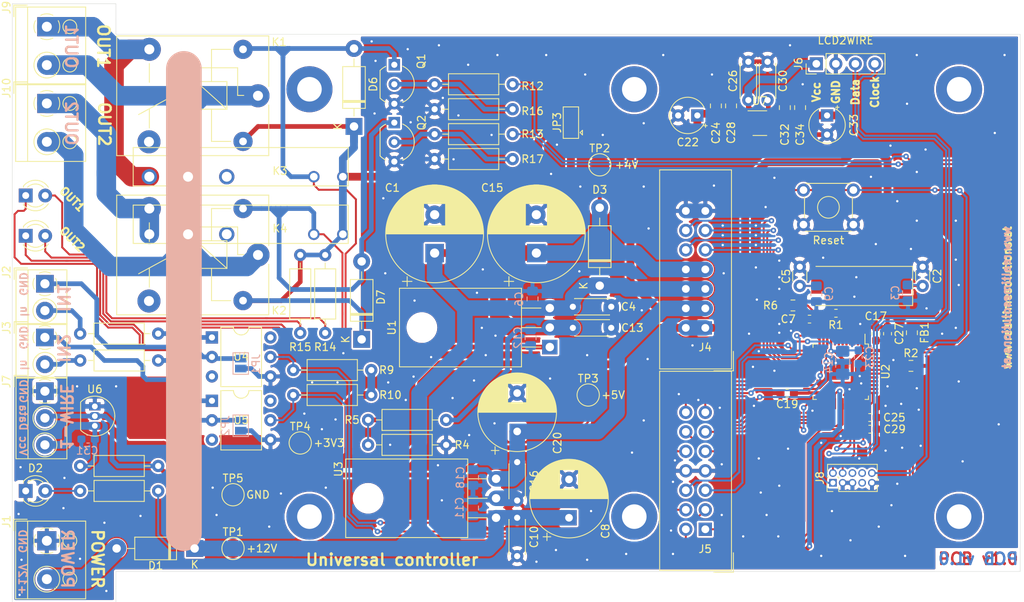
<source format=kicad_pcb>
(kicad_pcb (version 20171130) (host pcbnew "(5.1.4)-1")
  (layers (0 F.Cu signal) (31 B.Cu signal) (34 B.Paste user) (35 F.Paste user) (36 B.SilkS user) (37 F.SilkS user) (38 B.Mask user) (39 F.Mask user) (44 Edge.Cuts user))
  (net 0 "")
  (net 1 "Net-(D1-Pad2)")
  (net 2 +12V)
  (net 3 "Net-(K1-Pad4)")
  (net 4 +5V)
  (net 5 GND)
  (net 6 +3V3)
  (net 7 "Net-(U2-Pad4)")
  (net 8 RLY_PWR)
  (net 9 "Net-(J2-Pad1)")
  (net 10 "Net-(J2-Pad2)")
  (net 11 "Net-(Q1-Pad2)")
  (net 12 "Net-(D2-Pad2)")
  (net 13 "Net-(D4-Pad2)")
  (net 14 "Net-(D5-Pad2)")
  (net 15 "Net-(J3-Pad2)")
  (net 16 "Net-(J3-Pad1)")
  (net 17 "Net-(K4-Pad3)")
  (net 18 "Net-(Q2-Pad2)")
  (net 19 OUT1)
  (net 20 OUT2)
  (net 21 +4V)
  (net 22 "Net-(R8-Pad1)")
  (net 23 "Net-(U4-Pad6)")
  (net 24 "Net-(U4-Pad3)")
  (net 25 "Net-(U5-Pad6)")
  (net 26 "Net-(U5-Pad3)")
  (net 27 DS18B20)
  (net 28 IN1)
  (net 29 IN2)
  (net 30 OSC_IN)
  (net 31 RESET)
  (net 32 HW_ADDR4)
  (net 33 HW_ADDR2)
  (net 34 HW_ADDR3)
  (net 35 HW_ADDR1)
  (net 36 IO2)
  (net 37 IO1)
  (net 38 SPI_MOSI)
  (net 39 SPI_MISO)
  (net 40 SPI_CLK)
  (net 41 SPI_CS)
  (net 42 UART2_RX)
  (net 43 UART2_TX)
  (net 44 I2C_SDA)
  (net 45 I2C_SCK)
  (net 46 UART1_RX)
  (net 47 UART1_TX)
  (net 48 LCD2WIRE_CLK)
  (net 49 LCD2WIRE_DATA)
  (net 50 SWCLK)
  (net 51 SWDIO)
  (net 52 OSC_OUT)
  (net 53 "Net-(C5-Pad1)")
  (net 54 "Net-(C14-Pad1)")
  (net 55 "Net-(D4-Pad1)")
  (net 56 "Net-(D5-Pad1)")
  (net 57 "Net-(J8-Pad8)")
  (net 58 "Net-(J8-Pad7)")
  (net 59 "Net-(J8-Pad6)")
  (net 60 "Net-(J9-Pad2)")
  (net 61 "Net-(J9-Pad1)")
  (net 62 "Net-(J10-Pad2)")
  (net 63 "Net-(J10-Pad1)")
  (net 64 "Net-(K2-Pad4)")
  (net 65 "Net-(K3-Pad3)")
  (net 66 "Net-(R2-Pad1)")
  (net 67 "Net-(R4-Pad1)")
  (net 68 "Net-(R7-Pad1)")
  (net 69 "Net-(U2-Pad41)")
  (net 70 "Net-(U2-Pad40)")
  (net 71 "Net-(U2-Pad39)")
  (net 72 "Net-(U2-Pad38)")
  (net 73 "Net-(U2-Pad20)")
  (net 74 "Net-(U2-Pad19)")
  (net 75 "Net-(U2-Pad18)")
  (net 76 "Net-(U2-Pad3)")
  (net 77 "Net-(U2-Pad2)")
  (net 78 "Net-(U7-Pad4)")
  (module Capacitor_SMD:C_0603_1608Metric_Pad1.05x0.95mm_HandSolder (layer F.Cu) (at 91.708 -18.542)
    (fp_text reference C29 (at 3.189 0) (layer F.SilkS))
    (fp_text value 1nF)
    (pad 2 smd roundrect (at 0.875 0) (size 1.05 0.95) (layers F.Cu F.Paste F.Mask) (net 5 GND))
    (pad 1 smd roundrect (at -0.875 0) (size 1.05 0.95) (layers F.Cu F.Paste F.Mask) (net 54 "Net-(C14-Pad1)"))
  )
  (module Resistor_SMD:R_0805_2012Metric_Pad1.15x1.40mm_HandSolder (layer F.Cu) (at 81.661 -34.671 180)
    (fp_text reference R6 (at 2.921 0) (layer F.SilkS))
    (fp_text value 10K)
    (pad 2 smd roundrect (at 1.025 0 180) (size 1.15 1.4) (layers F.Cu F.Paste F.Mask) (roundrect_rratio 0.217391) (net 54 "Net-(C14-Pad1)"))
    (pad 1 smd roundrect (at -1.025 0 180) (size 1.15 1.4) (layers F.Cu F.Paste F.Mask) (roundrect_rratio 0.217391) (net 31 RESET))
  )
  (module Resistor_SMD:R_0805_2012Metric_Pad1.15x1.40mm_HandSolder (layer F.Cu) (at 97.028 -26.797)
    (fp_text reference R2 (at 0 -1.65) (layer F.SilkS))
    (fp_text value 10K)
    (pad 2 smd roundrect (at 1.025 0) (size 1.15 1.4) (layers F.Cu F.Paste F.Mask) (roundrect_rratio 0.217391) (net 5 GND))
    (pad 1 smd roundrect (at -1.025 0) (size 1.15 1.4) (layers F.Cu F.Paste F.Mask) (roundrect_rratio 0.217391) (net 66 "Net-(R2-Pad1)"))
  )
  (module TestPoint:TestPoint_Pad_D2.5mm (layer F.Cu) (at 8.75 -10)
    (fp_text reference TP5 (at 0 -2.148) (layer F.SilkS))
    (fp_text value GND (at 3.25 0) (layer F.SilkS))
    (pad 1 smd circle (at 0 0) (size 2.5 2.5) (layers F.Cu F.Mask) (net 5 GND))
  )
  (module Connector_IDC:IDC-Header_2x07_P2.54mm_Vertical (layer F.Cu) (at 70.25 -5.5 180)
    (fp_text reference J5 (at 0.019 -2.579) (layer F.SilkS))
    (fp_text value B2B_B)
    (pad 14 thru_hole oval (at 2.54 15.24 180) (size 1.7272 1.7272) (drill 1.016) (layers *.Cu *.Mask) (net 36 IO2))
    (pad 13 thru_hole oval (at 0 15.24 180) (size 1.7272 1.7272) (drill 1.016) (layers *.Cu *.Mask) (net 37 IO1))
    (pad 12 thru_hole oval (at 2.54 12.7 180) (size 1.7272 1.7272) (drill 1.016) (layers *.Cu *.Mask) (net 38 SPI_MOSI))
    (pad 11 thru_hole oval (at 0 12.7 180) (size 1.7272 1.7272) (drill 1.016) (layers *.Cu *.Mask) (net 39 SPI_MISO))
    (pad 10 thru_hole oval (at 2.54 10.16 180) (size 1.7272 1.7272) (drill 1.016) (layers *.Cu *.Mask) (net 40 SPI_CLK))
    (pad 9 thru_hole oval (at 0 10.16 180) (size 1.7272 1.7272) (drill 1.016) (layers *.Cu *.Mask) (net 41 SPI_CS))
    (pad 8 thru_hole oval (at 2.54 7.62 180) (size 1.7272 1.7272) (drill 1.016) (layers *.Cu *.Mask) (net 5 GND))
    (pad 7 thru_hole oval (at 0 7.62 180) (size 1.7272 1.7272) (drill 1.016) (layers *.Cu *.Mask) (net 5 GND))
    (pad 6 thru_hole oval (at 2.54 5.08 180) (size 1.7272 1.7272) (drill 1.016) (layers *.Cu *.Mask) (net 42 UART2_RX))
    (pad 5 thru_hole oval (at 0 5.08 180) (size 1.7272 1.7272) (drill 1.016) (layers *.Cu *.Mask) (net 43 UART2_TX))
    (pad 4 thru_hole oval (at 2.54 2.54 180) (size 1.7272 1.7272) (drill 1.016) (layers *.Cu *.Mask) (net 44 I2C_SDA))
    (pad 3 thru_hole oval (at 0 2.54 180) (size 1.7272 1.7272) (drill 1.016) (layers *.Cu *.Mask) (net 45 I2C_SCK))
    (pad 2 thru_hole oval (at 2.54 0 180) (size 1.7272 1.7272) (drill 1.016) (layers *.Cu *.Mask) (net 46 UART1_RX))
    (pad 1 thru_hole rect (at 0 0 180) (size 1.7272 1.7272) (drill 1.016) (layers *.Cu *.Mask) (net 47 UART1_TX))
  )
  (module Connector_IDC:IDC-Header_2x07_P2.54mm_Vertical (layer F.Cu) (at 70.25 -31.75 180)
    (fp_text reference J4 (at 0.019 -2.54) (layer F.SilkS))
    (fp_text value B2B_A)
    (pad 14 thru_hole oval (at 2.54 15.24 180) (size 1.7272 1.7272) (drill 1.016) (layers *.Cu *.Mask) (net 5 GND))
    (pad 13 thru_hole oval (at 0 15.24 180) (size 1.7272 1.7272) (drill 1.016) (layers *.Cu *.Mask) (net 5 GND))
    (pad 12 thru_hole oval (at 2.54 12.7 180) (size 1.7272 1.7272) (drill 1.016) (layers *.Cu *.Mask) (net 32 HW_ADDR4))
    (pad 11 thru_hole oval (at 0 12.7 180) (size 1.7272 1.7272) (drill 1.016) (layers *.Cu *.Mask) (net 34 HW_ADDR3))
    (pad 10 thru_hole oval (at 2.54 10.16 180) (size 1.7272 1.7272) (drill 1.016) (layers *.Cu *.Mask) (net 33 HW_ADDR2))
    (pad 9 thru_hole oval (at 0 10.16 180) (size 1.7272 1.7272) (drill 1.016) (layers *.Cu *.Mask) (net 35 HW_ADDR1))
    (pad 8 thru_hole oval (at 2.54 7.62 180) (size 1.7272 1.7272) (drill 1.016) (layers *.Cu *.Mask) (net 21 +4V))
    (pad 7 thru_hole oval (at 0 7.62 180) (size 1.7272 1.7272) (drill 1.016) (layers *.Cu *.Mask) (net 21 +4V))
    (pad 6 thru_hole oval (at 2.54 5.08 180) (size 1.7272 1.7272) (drill 1.016) (layers *.Cu *.Mask) (net 2 +12V))
    (pad 5 thru_hole oval (at 0 5.08 180) (size 1.7272 1.7272) (drill 1.016) (layers *.Cu *.Mask) (net 2 +12V))
    (pad 4 thru_hole oval (at 2.54 2.54 180) (size 1.7272 1.7272) (drill 1.016) (layers *.Cu *.Mask) (net 4 +5V))
    (pad 3 thru_hole oval (at 0 2.54 180) (size 1.7272 1.7272) (drill 1.016) (layers *.Cu *.Mask) (net 4 +5V))
    (pad 2 thru_hole oval (at 2.54 0 180) (size 1.7272 1.7272) (drill 1.016) (layers *.Cu *.Mask) (net 6 +3V3))
    (pad 1 thru_hole rect (at 0 0 180) (size 1.7272 1.7272) (drill 1.016) (layers *.Cu *.Mask) (net 6 +3V3))
  )
  (module Crystal:Crystal_SMD_HC49-SD (layer F.Cu) (at 90.551 -37.211 180)
    (fp_text reference XTAL1 hide)
    (fp_text value "8,000 MHz")
    (pad 2 smd rect (at 4.25 0 180) (size 4.5 2) (layers F.Cu F.Paste F.Mask) (net 53 "Net-(C5-Pad1)"))
    (pad 1 smd rect (at -4.25 0 180) (size 4.5 2) (layers F.Cu F.Paste F.Mask) (net 30 OSC_IN))
  )
  (module Package_TO_SOT_SMD:SOT-23-5 (layer F.Cu) (at 77.356 -58.433)
    (fp_text reference U7 (at 0 -2.9) (layer F.SilkS))
    (fp_text value TLV75533PDBV)
    (pad 5 smd rect (at 1.1 -0.95) (size 1.06 0.65) (layers F.Cu F.Paste F.Mask) (net 6 +3V3))
    (pad 4 smd rect (at 1.1 0.95) (size 1.06 0.65) (layers F.Cu F.Paste F.Mask) (net 78 "Net-(U7-Pad4)"))
    (pad 3 smd rect (at -1.1 0.95) (size 1.06 0.65) (layers F.Cu F.Paste F.Mask) (net 4 +5V))
    (pad 2 smd rect (at -1.1 0) (size 1.06 0.65) (layers F.Cu F.Paste F.Mask) (net 5 GND))
    (pad 1 smd rect (at -1.1 -0.95) (size 1.06 0.65) (layers F.Cu F.Paste F.Mask) (net 4 +5V))
  )
  (module Package_TO_SOT_THT:TO-92_Inline (layer F.Cu) (at -9.25 -21.52 270)
    (fp_text reference U6 (at -2.23 0 180) (layer F.SilkS))
    (fp_text value DS18B20)
    (pad 1 thru_hole rect (at 0 0 270) (size 1.05 1.5) (drill 0.75) (layers *.Cu *.Mask) (net 5 GND))
    (pad 3 thru_hole oval (at 2.54 0 270) (size 1.05 1.5) (drill 0.75) (layers *.Cu *.Mask) (net 6 +3V3))
    (pad 2 thru_hole oval (at 1.27 0 270) (size 1.05 1.5) (drill 0.75) (layers *.Cu *.Mask) (net 27 DS18B20))
  )
  (module Package_DIP:DIP-6_W7.62mm (layer F.Cu) (at 6 -22.25)
    (fp_text reference U5 (at 3.81 2.5) (layer F.SilkS))
    (fp_text value CNY17-2)
    (pad 6 thru_hole oval (at 7.62 0) (size 1.6 1.6) (drill 0.8) (layers *.Cu *.Mask) (net 25 "Net-(U5-Pad6)"))
    (pad 3 thru_hole oval (at 0 5.08) (size 1.6 1.6) (drill 0.8) (layers *.Cu *.Mask) (net 26 "Net-(U5-Pad3)"))
    (pad 5 thru_hole oval (at 7.62 2.54) (size 1.6 1.6) (drill 0.8) (layers *.Cu *.Mask) (net 29 IN2))
    (pad 2 thru_hole oval (at 0 2.54) (size 1.6 1.6) (drill 0.8) (layers *.Cu *.Mask) (net 16 "Net-(J3-Pad1)"))
    (pad 4 thru_hole oval (at 7.62 5.08) (size 1.6 1.6) (drill 0.8) (layers *.Cu *.Mask) (net 5 GND))
    (pad 1 thru_hole rect (at 0 0) (size 1.6 1.6) (drill 0.8) (layers *.Cu *.Mask) (net 22 "Net-(R8-Pad1)"))
  )
  (module Package_DIP:DIP-6_W7.62mm (layer F.Cu) (at 6 -30.5)
    (fp_text reference U4 (at 3.81 2.5) (layer F.SilkS))
    (fp_text value CNY17-2)
    (pad 6 thru_hole oval (at 7.62 0) (size 1.6 1.6) (drill 0.8) (layers *.Cu *.Mask) (net 23 "Net-(U4-Pad6)"))
    (pad 3 thru_hole oval (at 0 5.08) (size 1.6 1.6) (drill 0.8) (layers *.Cu *.Mask) (net 24 "Net-(U4-Pad3)"))
    (pad 5 thru_hole oval (at 7.62 2.54) (size 1.6 1.6) (drill 0.8) (layers *.Cu *.Mask) (net 28 IN1))
    (pad 2 thru_hole oval (at 0 2.54) (size 1.6 1.6) (drill 0.8) (layers *.Cu *.Mask) (net 9 "Net-(J2-Pad1)"))
    (pad 4 thru_hole oval (at 7.62 5.08) (size 1.6 1.6) (drill 0.8) (layers *.Cu *.Mask) (net 5 GND))
    (pad 1 thru_hole rect (at 0 0) (size 1.6 1.6) (drill 0.8) (layers *.Cu *.Mask) (net 68 "Net-(R7-Pad1)"))
  )
  (module Package_TO_SOT_THT:TO-220-3_Horizontal_TabDown (layer F.Cu) (at 43 -7 90)
    (fp_text reference U3 (at 6.335 -20.521 90) (layer F.SilkS))
    (fp_text value LM7805)
    (pad 3 thru_hole oval (at 5.08 0 90) (size 1.905 2) (drill 1.1) (layers *.Cu *.Mask) (net 4 +5V))
    (pad 2 thru_hole oval (at 2.54 0 90) (size 1.905 2) (drill 1.1) (layers *.Cu *.Mask) (net 5 GND))
    (pad 1 thru_hole rect (at 0 0 90) (size 1.905 2) (drill 1.1) (layers *.Cu *.Mask) (net 2 +12V))
    (pad "" np_thru_hole oval (at 2.54 -16.66 90) (size 3.5 3.5) (drill 3.5) (layers *.Cu *.Mask))
  )
  (module Package_QFP:LQFP-48_7x7mm_P0.5mm (layer F.Cu) (at 87.884 -26.035 270)
    (fp_text reference U2 (at 0 -5.85 90) (layer F.SilkS))
    (fp_text value STM32F100C8Tx)
    (pad 1 smd roundrect (at -4.1625 -2.75 270) (size 1.475 0.3) (layers F.Cu F.Paste F.Mask) (net 54 "Net-(C14-Pad1)"))
    (pad 2 smd roundrect (at -4.1625 -2.25 270) (size 1.475 0.3) (layers F.Cu F.Paste F.Mask) (net 77 "Net-(U2-Pad2)"))
    (pad 3 smd roundrect (at -4.1625 -1.75 270) (size 1.475 0.3) (layers F.Cu F.Paste F.Mask) (net 76 "Net-(U2-Pad3)"))
    (pad 4 smd roundrect (at -4.1625 -1.25 270) (size 1.475 0.3) (layers F.Cu F.Paste F.Mask) (net 7 "Net-(U2-Pad4)"))
    (pad 5 smd roundrect (at -4.1625 -0.75 270) (size 1.475 0.3) (layers F.Cu F.Paste F.Mask) (net 30 OSC_IN))
    (pad 6 smd roundrect (at -4.1625 -0.25 270) (size 1.475 0.3) (layers F.Cu F.Paste F.Mask) (net 52 OSC_OUT))
    (pad 7 smd roundrect (at -4.1625 0.25 270) (size 1.475 0.3) (layers F.Cu F.Paste F.Mask) (net 31 RESET))
    (pad 8 smd roundrect (at -4.1625 0.75 270) (size 1.475 0.3) (layers F.Cu F.Paste F.Mask) (net 5 GND))
    (pad 9 smd roundrect (at -4.1625 1.25 270) (size 1.475 0.3) (layers F.Cu F.Paste F.Mask) (net 54 "Net-(C14-Pad1)"))
    (pad 10 smd roundrect (at -4.1625 1.75 270) (size 1.475 0.3) (layers F.Cu F.Paste F.Mask) (net 37 IO1))
    (pad 11 smd roundrect (at -4.1625 2.25 270) (size 1.475 0.3) (layers F.Cu F.Paste F.Mask) (net 36 IO2))
    (pad 12 smd roundrect (at -4.1625 2.75 270) (size 1.475 0.3) (layers F.Cu F.Paste F.Mask) (net 43 UART2_TX))
    (pad 13 smd roundrect (at -2.75 4.1625 270) (size 0.3 1.475) (layers F.Cu F.Paste F.Mask) (net 42 UART2_RX))
    (pad 14 smd roundrect (at -2.25 4.1625 270) (size 0.3 1.475) (layers F.Cu F.Paste F.Mask) (net 35 HW_ADDR1))
    (pad 15 smd roundrect (at -1.75 4.1625 270) (size 0.3 1.475) (layers F.Cu F.Paste F.Mask) (net 33 HW_ADDR2))
    (pad 16 smd roundrect (at -1.25 4.1625 270) (size 0.3 1.475) (layers F.Cu F.Paste F.Mask) (net 34 HW_ADDR3))
    (pad 17 smd roundrect (at -0.75 4.1625 270) (size 0.3 1.475) (layers F.Cu F.Paste F.Mask) (net 32 HW_ADDR4))
    (pad 18 smd roundrect (at -0.25 4.1625 270) (size 0.3 1.475) (layers F.Cu F.Paste F.Mask) (net 75 "Net-(U2-Pad18)"))
    (pad 19 smd roundrect (at 0.25 4.1625 270) (size 0.3 1.475) (layers F.Cu F.Paste F.Mask) (net 74 "Net-(U2-Pad19)"))
    (pad 20 smd roundrect (at 0.75 4.1625 270) (size 0.3 1.475) (layers F.Cu F.Paste F.Mask) (net 73 "Net-(U2-Pad20)"))
    (pad 21 smd roundrect (at 1.25 4.1625 270) (size 0.3 1.475) (layers F.Cu F.Paste F.Mask) (net 45 I2C_SCK))
    (pad 22 smd roundrect (at 1.75 4.1625 270) (size 0.3 1.475) (layers F.Cu F.Paste F.Mask) (net 44 I2C_SDA))
    (pad 23 smd roundrect (at 2.25 4.1625 270) (size 0.3 1.475) (layers F.Cu F.Paste F.Mask) (net 5 GND))
    (pad 24 smd roundrect (at 2.75 4.1625 270) (size 0.3 1.475) (layers F.Cu F.Paste F.Mask) (net 54 "Net-(C14-Pad1)"))
    (pad 25 smd roundrect (at 4.1625 2.75 270) (size 1.475 0.3) (layers F.Cu F.Paste F.Mask) (net 41 SPI_CS))
    (pad 26 smd roundrect (at 4.1625 2.25 270) (size 1.475 0.3) (layers F.Cu F.Paste F.Mask) (net 40 SPI_CLK))
    (pad 27 smd roundrect (at 4.1625 1.75 270) (size 1.475 0.3) (layers F.Cu F.Paste F.Mask) (net 39 SPI_MISO))
    (pad 28 smd roundrect (at 4.1625 1.25 270) (size 1.475 0.3) (layers F.Cu F.Paste F.Mask) (net 38 SPI_MOSI))
    (pad 29 smd roundrect (at 4.1625 0.75 270) (size 1.475 0.3) (layers F.Cu F.Paste F.Mask) (net 27 DS18B20))
    (pad 30 smd roundrect (at 4.1625 0.25 270) (size 1.475 0.3) (layers F.Cu F.Paste F.Mask) (net 47 UART1_TX))
    (pad 31 smd roundrect (at 4.1625 -0.25 270) (size 1.475 0.3) (layers F.Cu F.Paste F.Mask) (net 46 UART1_RX))
    (pad 32 smd roundrect (at 4.1625 -0.75 270) (size 1.475 0.3) (layers F.Cu F.Paste F.Mask) (net 49 LCD2WIRE_DATA))
    (pad 33 smd roundrect (at 4.1625 -1.25 270) (size 1.475 0.3) (layers F.Cu F.Paste F.Mask) (net 48 LCD2WIRE_CLK))
    (pad 34 smd roundrect (at 4.1625 -1.75 270) (size 1.475 0.3) (layers F.Cu F.Paste F.Mask) (net 51 SWDIO))
    (pad 35 smd roundrect (at 4.1625 -2.25 270) (size 1.475 0.3) (layers F.Cu F.Paste F.Mask) (net 5 GND))
    (pad 36 smd roundrect (at 4.1625 -2.75 270) (size 1.475 0.3) (layers F.Cu F.Paste F.Mask) (net 54 "Net-(C14-Pad1)"))
    (pad 37 smd roundrect (at 2.75 -4.1625 270) (size 0.3 1.475) (layers F.Cu F.Paste F.Mask) (net 50 SWCLK))
    (pad 38 smd roundrect (at 2.25 -4.1625 270) (size 0.3 1.475) (layers F.Cu F.Paste F.Mask) (net 72 "Net-(U2-Pad38)"))
    (pad 39 smd roundrect (at 1.75 -4.1625 270) (size 0.3 1.475) (layers F.Cu F.Paste F.Mask) (net 71 "Net-(U2-Pad39)"))
    (pad 40 smd roundrect (at 1.25 -4.1625 270) (size 0.3 1.475) (layers F.Cu F.Paste F.Mask) (net 70 "Net-(U2-Pad40)"))
    (pad 41 smd roundrect (at 0.75 -4.1625 270) (size 0.3 1.475) (layers F.Cu F.Paste F.Mask) (net 69 "Net-(U2-Pad41)"))
    (pad 42 smd roundrect (at 0.25 -4.1625 270) (size 0.3 1.475) (layers F.Cu F.Paste F.Mask) (net 28 IN1))
    (pad 43 smd roundrect (at -0.25 -4.1625 270) (size 0.3 1.475) (layers F.Cu F.Paste F.Mask) (net 29 IN2))
    (pad 44 smd roundrect (at -0.75 -4.1625 270) (size 0.3 1.475) (layers F.Cu F.Paste F.Mask) (net 66 "Net-(R2-Pad1)"))
    (pad 45 smd roundrect (at -1.25 -4.1625 270) (size 0.3 1.475) (layers F.Cu F.Paste F.Mask) (net 19 OUT1))
    (pad 46 smd roundrect (at -1.75 -4.1625 270) (size 0.3 1.475) (layers F.Cu F.Paste F.Mask) (net 20 OUT2))
    (pad 47 smd roundrect (at -2.25 -4.1625 270) (size 0.3 1.475) (layers F.Cu F.Paste F.Mask) (net 5 GND))
    (pad 48 smd roundrect (at -2.75 -4.1625 270) (size 0.3 1.475) (layers F.Cu F.Paste F.Mask) (net 54 "Net-(C14-Pad1)"))
  )
  (module Package_TO_SOT_THT:TO-220-3_Horizontal_TabDown (layer F.Cu) (at 50 -29.25 90)
    (fp_text reference U1 (at 2.54 -20.58 90) (layer F.SilkS))
    (fp_text value LM317)
    (pad 3 thru_hole oval (at 5.08 0 90) (size 1.905 2) (drill 1.1) (layers *.Cu *.Mask) (net 2 +12V))
    (pad 2 thru_hole oval (at 2.54 0 90) (size 1.905 2) (drill 1.1) (layers *.Cu *.Mask) (net 21 +4V))
    (pad 1 thru_hole rect (at 0 0 90) (size 1.905 2) (drill 1.1) (layers *.Cu *.Mask) (net 67 "Net-(R4-Pad1)"))
    (pad "" np_thru_hole oval (at 2.54 -16.66 90) (size 3.5 3.5) (drill 3.5) (layers *.Cu *.Mask))
  )
  (module TestPoint:TestPoint_Pad_D2.5mm (layer F.Cu) (at 17.5 -16.75)
    (fp_text reference TP4 (at 0 -2.148) (layer F.SilkS))
    (fp_text value +3V3 (at 3.75 0) (layer F.SilkS))
    (pad 1 smd circle (at 0 0) (size 2.5 2.5) (layers F.Cu F.Mask) (net 6 +3V3))
  )
  (module TestPoint:TestPoint_Pad_D2.5mm (layer F.Cu) (at 55 -23)
    (fp_text reference TP3 (at 0 -2.148) (layer F.SilkS))
    (fp_text value +5V (at 3.25 0) (layer F.SilkS))
    (pad 1 smd circle (at 0 0) (size 2.5 2.5) (layers F.Cu F.Mask) (net 4 +5V))
  )
  (module TestPoint:TestPoint_Pad_D2.5mm (layer F.Cu) (at 56.5 -53)
    (fp_text reference TP2 (at 0 -2.148) (layer F.SilkS))
    (fp_text value +4V (at 3.5 0) (layer F.SilkS))
    (pad 1 smd circle (at 0 0) (size 2.5 2.5) (layers F.Cu F.Mask) (net 21 +4V))
  )
  (module TestPoint:TestPoint_Pad_D2.5mm (layer F.Cu) (at 8.75 -3)
    (fp_text reference TP1 (at 0 -2.148) (layer F.SilkS))
    (fp_text value +12V (at 3.75 0) (layer F.SilkS))
    (pad 1 smd circle (at 0 0) (size 2.5 2.5) (layers F.Cu F.Mask) (net 2 +12V))
  )
  (module Button_Switch_THT:SW_TH_Tactile_Omron_B3F-10xx (layer F.Cu) (at 89.535 -45.212 180)
    (fp_text reference Reset (at 3.25 -2.05) (layer F.SilkS))
    (fp_text value RESET)
    (pad 1 thru_hole circle (at 0 0 180) (size 1.7 1.7) (drill 1) (layers *.Cu *.Mask) (net 5 GND))
    (pad 2 thru_hole circle (at 6.5 0 180) (size 1.7 1.7) (drill 1) (layers *.Cu *.Mask) (net 5 GND))
    (pad 3 thru_hole circle (at 0 4.5 180) (size 1.7 1.7) (drill 1) (layers *.Cu *.Mask) (net 31 RESET))
    (pad 4 thru_hole circle (at 6.5 4.5 180) (size 1.7 1.7) (drill 1) (layers *.Cu *.Mask) (net 31 RESET))
  )
  (module Resistor_THT:R_Axial_DIN0207_L6.3mm_D2.5mm_P10.16mm_Horizontal (layer F.Cu) (at 35 -53.75)
    (fp_text reference R17 (at 12.75 0) (layer F.SilkS))
    (fp_text value 33K)
    (pad 2 thru_hole oval (at 10.16 0) (size 1.6 1.6) (drill 0.8) (layers *.Cu *.Mask) (net 18 "Net-(Q2-Pad2)"))
    (pad 1 thru_hole circle (at 0 0) (size 1.6 1.6) (drill 0.8) (layers *.Cu *.Mask) (net 5 GND))
  )
  (module Resistor_THT:R_Axial_DIN0207_L6.3mm_D2.5mm_P10.16mm_Horizontal (layer F.Cu) (at 35 -60.25)
    (fp_text reference R16 (at 12.75 0.25) (layer F.SilkS))
    (fp_text value 33K)
    (pad 2 thru_hole oval (at 10.16 0) (size 1.6 1.6) (drill 0.8) (layers *.Cu *.Mask) (net 11 "Net-(Q1-Pad2)"))
    (pad 1 thru_hole circle (at 0 0) (size 1.6 1.6) (drill 0.8) (layers *.Cu *.Mask) (net 5 GND))
  )
  (module Resistor_THT:R_Axial_DIN0207_L6.3mm_D2.5mm_P10.16mm_Horizontal (layer F.Cu) (at 17.5 -41.25 270)
    (fp_text reference R15 (at 12 0 180) (layer F.SilkS))
    (fp_text value 4K7)
    (pad 2 thru_hole oval (at 10.16 0 270) (size 1.6 1.6) (drill 0.8) (layers *.Cu *.Mask) (net 14 "Net-(D5-Pad2)"))
    (pad 1 thru_hole circle (at 0 0 270) (size 1.6 1.6) (drill 0.8) (layers *.Cu *.Mask) (net 8 RLY_PWR))
  )
  (module Resistor_THT:R_Axial_DIN0207_L6.3mm_D2.5mm_P10.16mm_Horizontal (layer F.Cu) (at 20.75 -41.25 270)
    (fp_text reference R14 (at 12 0 180) (layer F.SilkS))
    (fp_text value 4K7)
    (pad 2 thru_hole oval (at 10.16 0 270) (size 1.6 1.6) (drill 0.8) (layers *.Cu *.Mask) (net 13 "Net-(D4-Pad2)"))
    (pad 1 thru_hole circle (at 0 0 270) (size 1.6 1.6) (drill 0.8) (layers *.Cu *.Mask) (net 8 RLY_PWR))
  )
  (module Resistor_THT:R_Axial_DIN0207_L6.3mm_D2.5mm_P10.16mm_Horizontal (layer F.Cu) (at 35 -57)
    (fp_text reference R13 (at 12.75 0) (layer F.SilkS))
    (fp_text value 2K2)
    (pad 2 thru_hole oval (at 10.16 0) (size 1.6 1.6) (drill 0.8) (layers *.Cu *.Mask) (net 20 OUT2))
    (pad 1 thru_hole circle (at 0 0) (size 1.6 1.6) (drill 0.8) (layers *.Cu *.Mask) (net 18 "Net-(Q2-Pad2)"))
  )
  (module Resistor_THT:R_Axial_DIN0207_L6.3mm_D2.5mm_P10.16mm_Horizontal (layer F.Cu) (at 35 -63.5)
    (fp_text reference R12 (at 12.75 0.25) (layer F.SilkS))
    (fp_text value 2K2)
    (pad 2 thru_hole oval (at 10.16 0) (size 1.6 1.6) (drill 0.8) (layers *.Cu *.Mask) (net 19 OUT1))
    (pad 1 thru_hole circle (at 0 0) (size 1.6 1.6) (drill 0.8) (layers *.Cu *.Mask) (net 11 "Net-(Q1-Pad2)"))
  )
  (module Resistor_THT:R_Axial_DIN0207_L6.3mm_D2.5mm_P10.16mm_Horizontal (layer F.Cu) (at -1 -13.75 180)
    (fp_text reference R11 (at -3 0) (layer F.SilkS))
    (fp_text value 4K7)
    (pad 2 thru_hole oval (at 10.16 0 180) (size 1.6 1.6) (drill 0.8) (layers *.Cu *.Mask) (net 6 +3V3))
    (pad 1 thru_hole circle (at 0 0 180) (size 1.6 1.6) (drill 0.8) (layers *.Cu *.Mask) (net 27 DS18B20))
  )
  (module Resistor_THT:R_Axial_DIN0207_L6.3mm_D2.5mm_P10.16mm_Horizontal (layer F.Cu) (at 26.75 -23 180)
    (fp_text reference R10 (at -2.5 0) (layer F.SilkS))
    (fp_text value 1K)
    (pad 2 thru_hole oval (at 10.16 0 180) (size 1.6 1.6) (drill 0.8) (layers *.Cu *.Mask) (net 29 IN2))
    (pad 1 thru_hole circle (at 0 0 180) (size 1.6 1.6) (drill 0.8) (layers *.Cu *.Mask) (net 6 +3V3))
  )
  (module Resistor_THT:R_Axial_DIN0207_L6.3mm_D2.5mm_P10.16mm_Horizontal (layer F.Cu) (at 26.75 -26.25 180)
    (fp_text reference R9 (at -2 0) (layer F.SilkS))
    (fp_text value 1K)
    (pad 2 thru_hole oval (at 10.16 0 180) (size 1.6 1.6) (drill 0.8) (layers *.Cu *.Mask) (net 28 IN1))
    (pad 1 thru_hole circle (at 0 0 180) (size 1.6 1.6) (drill 0.8) (layers *.Cu *.Mask) (net 6 +3V3))
  )
  (module Resistor_THT:R_Axial_DIN0207_L6.3mm_D2.5mm_P10.16mm_Horizontal (layer F.Cu) (at -1 -27.5 180)
    (fp_text reference R8 (at -2.5 0) (layer F.SilkS))
    (fp_text value 1K)
    (pad 2 thru_hole oval (at 10.16 0 180) (size 1.6 1.6) (drill 0.8) (layers *.Cu *.Mask) (net 15 "Net-(J3-Pad2)"))
    (pad 1 thru_hole circle (at 0 0 180) (size 1.6 1.6) (drill 0.8) (layers *.Cu *.Mask) (net 22 "Net-(R8-Pad1)"))
  )
  (module Resistor_THT:R_Axial_DIN0207_L6.3mm_D2.5mm_P10.16mm_Horizontal (layer F.Cu) (at -1 -31 180)
    (fp_text reference R7 (at -2.5 0) (layer F.SilkS))
    (fp_text value 1K)
    (pad 2 thru_hole oval (at 10.16 0 180) (size 1.6 1.6) (drill 0.8) (layers *.Cu *.Mask) (net 10 "Net-(J2-Pad2)"))
    (pad 1 thru_hole circle (at 0 0 180) (size 1.6 1.6) (drill 0.8) (layers *.Cu *.Mask) (net 68 "Net-(R7-Pad1)"))
  )
  (module Resistor_THT:R_Axial_DIN0207_L6.3mm_D2.5mm_P10.16mm_Horizontal (layer F.Cu) (at 36.5 -19.75 180)
    (fp_text reference R5 (at 12.25 0) (layer F.SilkS))
    (fp_text value 220)
    (pad 2 thru_hole oval (at 10.16 0 180) (size 1.6 1.6) (drill 0.8) (layers *.Cu *.Mask) (net 67 "Net-(R4-Pad1)"))
    (pad 1 thru_hole circle (at 0 0 180) (size 1.6 1.6) (drill 0.8) (layers *.Cu *.Mask) (net 21 +4V))
  )
  (module Resistor_THT:R_Axial_DIN0207_L6.3mm_D2.5mm_P10.16mm_Horizontal (layer F.Cu) (at 26.337501 -16.5)
    (fp_text reference R4 (at 12.25 0) (layer F.SilkS))
    (fp_text value 470)
    (pad 2 thru_hole oval (at 10.16 0) (size 1.6 1.6) (drill 0.8) (layers *.Cu *.Mask) (net 5 GND))
    (pad 1 thru_hole circle (at 0 0) (size 1.6 1.6) (drill 0.8) (layers *.Cu *.Mask) (net 67 "Net-(R4-Pad1)"))
  )
  (module Resistor_THT:R_Axial_DIN0207_L6.3mm_D2.5mm_P10.16mm_Horizontal (layer F.Cu) (at -1 -10.5 180)
    (fp_text reference R3 (at -2.5 0) (layer F.SilkS))
    (fp_text value 4K7)
    (pad 2 thru_hole oval (at 10.16 0 180) (size 1.6 1.6) (drill 0.8) (layers *.Cu *.Mask) (net 12 "Net-(D2-Pad2)"))
    (pad 1 thru_hole circle (at 0 0 180) (size 1.6 1.6) (drill 0.8) (layers *.Cu *.Mask) (net 2 +12V))
  )
  (module Resistor_SMD:R_0603_1608Metric_Pad1.05x0.95mm_HandSolder (layer F.Cu) (at 87.263 -33.655 180)
    (fp_text reference R1 (at 0.014 -1.524) (layer F.SilkS))
    (fp_text value 220)
    (pad 2 smd roundrect (at 0.875 0 180) (size 1.05 0.95) (layers F.Cu F.Paste F.Mask) (net 53 "Net-(C5-Pad1)"))
    (pad 1 smd roundrect (at -0.875 0 180) (size 1.05 0.95) (layers F.Cu F.Paste F.Mask) (net 52 OSC_OUT))
  )
  (module Package_TO_SOT_THT:TO-92_Inline_Wide (layer F.Cu) (at 29.75 -58.5 270)
    (fp_text reference Q2 (at 0 -3.56 90) (layer F.SilkS))
    (fp_text value BC337)
    (pad 1 thru_hole rect (at 0 0) (size 1.5 1.5) (drill 0.8) (layers *.Cu *.Mask) (net 56 "Net-(D5-Pad1)"))
    (pad 3 thru_hole circle (at 5.08 0) (size 1.5 1.5) (drill 0.8) (layers *.Cu *.Mask) (net 5 GND))
    (pad 2 thru_hole circle (at 2.54 0) (size 1.5 1.5) (drill 0.8) (layers *.Cu *.Mask) (net 18 "Net-(Q2-Pad2)"))
  )
  (module Package_TO_SOT_THT:TO-92_Inline_Wide (layer F.Cu) (at 29.75 -66.04 270)
    (fp_text reference Q1 (at -0.46 -3.5 90) (layer F.SilkS))
    (fp_text value BC337)
    (pad 1 thru_hole rect (at 0 0) (size 1.5 1.5) (drill 0.8) (layers *.Cu *.Mask) (net 55 "Net-(D4-Pad1)"))
    (pad 3 thru_hole circle (at 5.08 0) (size 1.5 1.5) (drill 0.8) (layers *.Cu *.Mask) (net 5 GND))
    (pad 2 thru_hole circle (at 2.54 0) (size 1.5 1.5) (drill 0.8) (layers *.Cu *.Mask) (net 11 "Net-(Q1-Pad2)"))
  )
  (module Relay_FTR:FTR-LYCA (layer F.Cu) (at 23.75 -47.75 180)
    (fp_text reference K4 (at 8.89 -3.048) (layer F.SilkS))
    (fp_text value FTR-LYCA)
    (pad 5 thru_hole circle (at 25.9 -3.8 180) (size 2 2) (drill 1.3) (layers *.Cu *.Mask) (net 63 "Net-(J10-Pad1)"))
    (pad 4 thru_hole circle (at 20.86 -3.8 180) (size 2 2) (drill 1.3) (layers *.Cu *.Mask) (net 62 "Net-(J10-Pad2)"))
    (pad 3 thru_hole circle (at 15.82 -3.8 180) (size 2 2) (drill 1.3) (layers *.Cu *.Mask) (net 17 "Net-(K4-Pad3)"))
    (pad 2 thru_hole circle (at 4.48 -3.8 180) (size 1.5 1.5) (drill 1) (layers *.Cu *.Mask) (net 56 "Net-(D5-Pad1)"))
    (pad 1 thru_hole circle (at 0.7 -3.8 180) (size 1.5 1.5) (drill 1) (layers *.Cu *.Mask) (net 8 RLY_PWR))
  )
  (module Relay_FTR:FTR-LYCA (layer F.Cu) (at 23.75 -55.25 180)
    (fp_text reference K3 (at 8.89 -3.048) (layer F.SilkS))
    (fp_text value FTR-LYCA)
    (pad 5 thru_hole circle (at 25.9 -3.8 180) (size 2 2) (drill 1.3) (layers *.Cu *.Mask) (net 61 "Net-(J9-Pad1)"))
    (pad 4 thru_hole circle (at 20.86 -3.8 180) (size 2 2) (drill 1.3) (layers *.Cu *.Mask) (net 60 "Net-(J9-Pad2)"))
    (pad 3 thru_hole circle (at 15.82 -3.8 180) (size 2 2) (drill 1.3) (layers *.Cu *.Mask) (net 65 "Net-(K3-Pad3)"))
    (pad 2 thru_hole circle (at 4.48 -3.8 180) (size 1.5 1.5) (drill 1) (layers *.Cu *.Mask) (net 55 "Net-(D4-Pad1)"))
    (pad 1 thru_hole circle (at 0.7 -3.8 180) (size 1.5 1.5) (drill 1) (layers *.Cu *.Mask) (net 8 RLY_PWR))
  )
  (module Relay_THT:Relay_SPDT_SANYOU_SRD_Series_Form_C (layer F.Cu) (at 12 -41.25 180)
    (fp_text reference K2 (at -2.75 -7.25) (layer F.SilkS))
    (fp_text value FIN36.11.9)
    (pad 1 thru_hole circle (at 0 0 270) (size 3 3) (drill 1.3) (layers *.Cu *.Mask) (net 62 "Net-(J10-Pad2)"))
    (pad 5 thru_hole circle (at 1.95 -5.95 270) (size 2.5 2.5) (drill 1) (layers *.Cu *.Mask) (net 8 RLY_PWR))
    (pad 4 thru_hole circle (at 14.2 -6 270) (size 3 3) (drill 1.3) (layers *.Cu *.Mask) (net 64 "Net-(K2-Pad4)"))
    (pad 3 thru_hole circle (at 14.15 6.05 270) (size 3 3) (drill 1.3) (layers *.Cu *.Mask) (net 63 "Net-(J10-Pad1)"))
    (pad 2 thru_hole circle (at 1.95 6.05 270) (size 2.5 2.5) (drill 1) (layers *.Cu *.Mask) (net 56 "Net-(D5-Pad1)"))
  )
  (module Relay_THT:Relay_SPDT_SANYOU_SRD_Series_Form_C (layer F.Cu) (at 12 -62 180)
    (fp_text reference K1 (at -2.75 7) (layer F.SilkS))
    (fp_text value FIN36.11.9)
    (pad 1 thru_hole circle (at 0 0 270) (size 3 3) (drill 1.3) (layers *.Cu *.Mask) (net 60 "Net-(J9-Pad2)"))
    (pad 5 thru_hole circle (at 1.95 -5.95 270) (size 2.5 2.5) (drill 1) (layers *.Cu *.Mask) (net 8 RLY_PWR))
    (pad 4 thru_hole circle (at 14.2 -6 270) (size 3 3) (drill 1.3) (layers *.Cu *.Mask) (net 3 "Net-(K1-Pad4)"))
    (pad 3 thru_hole circle (at 14.15 6.05 270) (size 3 3) (drill 1.3) (layers *.Cu *.Mask) (net 61 "Net-(J9-Pad1)"))
    (pad 2 thru_hole circle (at 1.95 6.05 270) (size 2.5 2.5) (drill 1) (layers *.Cu *.Mask) (net 55 "Net-(D4-Pad1)"))
  )
  (module Jumper:SolderJumper-3_P1.3mm_Bridged12_Pad1.0x1.5mm (layer F.Cu) (at 52.75 -58.5 90)
    (fp_text reference JP3 (at 0 -1.8 90) (layer F.SilkS))
    (fp_text value Relay_Power)
    (fp_poly (pts (xy -0.9 -0.3) (xy -0.4 -0.3) (xy -0.4 0.3) (xy -0.9 0.3)) (layer F.Cu) (width 0))
    (pad 2 smd rect (at 0 0 90) (size 1 1.5) (layers F.Cu F.Mask) (net 8 RLY_PWR))
    (pad 3 smd rect (at 1.3 0 90) (size 1 1.5) (layers F.Cu F.Mask) (net 4 +5V))
    (pad 1 smd rect (at -1.3 0 90) (size 1 1.5) (layers F.Cu F.Mask) (net 2 +12V))
  )
  (module Jumper:SolderJumper-2_P1.3mm_Open_Pad1.0x1.5mm (layer B.Cu) (at 9.75 -19 270)
    (fp_text reference JP2 (at 0 2 270) (layer B.SilkS) (effects (justify mirror)))
    (fp_text value GND_INT)
    (pad 1 smd rect (at -0.65 0 270) (size 1 1.5) (layers B.Cu B.Mask) (net 16 "Net-(J3-Pad1)"))
    (pad 2 smd rect (at 0.65 0 270) (size 1 1.5) (layers B.Cu B.Mask) (net 5 GND))
  )
  (module Jumper:SolderJumper-2_P1.3mm_Open_Pad1.0x1.5mm (layer B.Cu) (at 9.75 -27.1 270)
    (fp_text reference JP1 (at 0.1 -2 270) (layer B.SilkS) (effects (justify mirror)))
    (fp_text value GND_INT)
    (pad 1 smd rect (at -0.65 0 270) (size 1 1.5) (layers B.Cu B.Mask) (net 9 "Net-(J2-Pad1)"))
    (pad 2 smd rect (at 0.65 0 270) (size 1 1.5) (layers B.Cu B.Mask) (net 5 GND))
  )
  (module Connector_PinHeader_1.27mm:PinHeader_2x05_P1.27mm_Vertical (layer F.Cu) (at 86.868 -11.557 90)
    (fp_text reference J8 (at 0.635 -1.695 90) (layer F.SilkS))
    (fp_text value PROG)
    (pad 10 thru_hole oval (at 1.27 5.08 90) (size 1 1) (drill 0.65) (layers *.Cu *.Mask) (net 31 RESET))
    (pad 9 thru_hole oval (at 0 5.08 90) (size 1 1) (drill 0.65) (layers *.Cu *.Mask) (net 5 GND))
    (pad 8 thru_hole oval (at 1.27 3.81 90) (size 1 1) (drill 0.65) (layers *.Cu *.Mask) (net 57 "Net-(J8-Pad8)"))
    (pad 7 thru_hole oval (at 0 3.81 90) (size 1 1) (drill 0.65) (layers *.Cu *.Mask) (net 58 "Net-(J8-Pad7)"))
    (pad 6 thru_hole oval (at 1.27 2.54 90) (size 1 1) (drill 0.65) (layers *.Cu *.Mask) (net 59 "Net-(J8-Pad6)"))
    (pad 5 thru_hole oval (at 0 2.54 90) (size 1 1) (drill 0.65) (layers *.Cu *.Mask) (net 5 GND))
    (pad 4 thru_hole oval (at 1.27 1.27 90) (size 1 1) (drill 0.65) (layers *.Cu *.Mask) (net 50 SWCLK))
    (pad 3 thru_hole oval (at 0 1.27 90) (size 1 1) (drill 0.65) (layers *.Cu *.Mask) (net 5 GND))
    (pad 2 thru_hole oval (at 1.27 0 90) (size 1 1) (drill 0.65) (layers *.Cu *.Mask) (net 51 SWDIO))
    (pad 1 thru_hole rect (at 0 0 90) (size 1 1) (drill 0.65) (layers *.Cu *.Mask) (net 54 "Net-(C14-Pad1)"))
  )
  (module Connector_PinHeader_2.54mm:PinHeader_1x04_P2.54mm_Vertical (layer F.Cu) (at 84.709 -66.167 90)
    (fp_text reference J6 (at 0 -2.33 90) (layer F.SilkS))
    (fp_text value LCD2WIRE (at 3.048 3.81 180) (layer F.SilkS))
    (pad 4 thru_hole oval (at 0 7.62 90) (size 1.7 1.7) (drill 1) (layers *.Cu *.Mask) (net 48 LCD2WIRE_CLK))
    (pad 3 thru_hole oval (at 0 5.08 90) (size 1.7 1.7) (drill 1) (layers *.Cu *.Mask) (net 49 LCD2WIRE_DATA))
    (pad 2 thru_hole oval (at 0 2.54 90) (size 1.7 1.7) (drill 1) (layers *.Cu *.Mask) (net 5 GND))
    (pad 1 thru_hole rect (at 0 0 90) (size 1.7 1.7) (drill 1) (layers *.Cu *.Mask) (net 4 +5V))
  )
  (module Resistor_SMD:R_0805_2012Metric_Pad1.15x1.40mm_HandSolder (layer F.Cu) (at 97.155 -31.115 270)
    (fp_text reference FB1 (at 0 -1.65 90) (layer F.SilkS))
    (fp_text value MI0805K400R-10)
    (pad 2 smd roundrect (at 1.025 0 270) (size 1.15 1.4) (layers F.Cu F.Paste F.Mask) (roundrect_rratio 0.217391) (net 54 "Net-(C14-Pad1)"))
    (pad 1 smd roundrect (at -1.025 0 270) (size 1.15 1.4) (layers F.Cu F.Paste F.Mask) (roundrect_rratio 0.217391) (net 6 +3V3))
  )
  (module Diode_THT:D_DO-41_SOD81_P10.16mm_Horizontal (layer F.Cu) (at 25.5 -30.25 90)
    (fp_text reference D7 (at 5.5 2.5 90) (layer F.SilkS))
    (fp_text value 1N4007)
    (fp_text user K (at 0 -2.1 90) (layer F.SilkS))
    (pad 2 thru_hole oval (at 10.16 0 90) (size 2.2 2.2) (drill 1.1) (layers *.Cu *.Mask) (net 56 "Net-(D5-Pad1)"))
    (pad 1 thru_hole rect (at 0 0 90) (size 2.2 2.2) (drill 1.1) (layers *.Cu *.Mask) (net 8 RLY_PWR))
  )
  (module Diode_THT:D_DO-41_SOD81_P10.16mm_Horizontal (layer F.Cu) (at 24.5 -58 90)
    (fp_text reference D6 (at 5.5 2.5 90) (layer F.SilkS))
    (fp_text value 1N4007)
    (fp_text user K (at 0 -2.1 90) (layer F.SilkS))
    (pad 2 thru_hole oval (at 10.16 0 90) (size 2.2 2.2) (drill 1.1) (layers *.Cu *.Mask) (net 55 "Net-(D4-Pad1)"))
    (pad 1 thru_hole rect (at 0 0 90) (size 2.2 2.2) (drill 1.1) (layers *.Cu *.Mask) (net 8 RLY_PWR))
  )
  (module Diode_THT:D_DO-41_SOD81_P10.16mm_Horizontal (layer F.Cu) (at 56.5 -37.25 90)
    (fp_text reference D3 (at 12.5 0 180) (layer F.SilkS))
    (fp_text value 1N4007)
    (fp_text user K (at 0 -2.1 90) (layer F.SilkS))
    (pad 2 thru_hole oval (at 10.16 0 90) (size 2.2 2.2) (drill 1.1) (layers *.Cu *.Mask) (net 21 +4V))
    (pad 1 thru_hole rect (at 0 0 90) (size 2.2 2.2) (drill 1.1) (layers *.Cu *.Mask) (net 2 +12V))
  )
  (module Capacitor_SMD:C_0805_2012Metric_Pad1.15x1.40mm_HandSolder (layer F.Cu) (at 82.596 -60.458 90)
    (fp_text reference C34 (at -3.525 0 90) (layer F.SilkS))
    (fp_text value 10uF*)
    (pad 2 smd roundrect (at 1.025 0 90) (size 1.15 1.4) (layers F.Cu F.Paste F.Mask) (roundrect_rratio 0.217391) (net 5 GND))
    (pad 1 smd roundrect (at -1.025 0 90) (size 1.15 1.4) (layers F.Cu F.Paste F.Mask) (roundrect_rratio 0.217391) (net 6 +3V3))
  )
  (module Capacitor_THT:CP_Radial_Tantal_D4.5mm_P2.50mm (layer F.Cu) (at 86.106 -59.436 270)
    (fp_text reference C33 (at 1.25 -3.5 90) (layer F.SilkS))
    (fp_text value 10uF)
    (pad 2 thru_hole circle (at 2.5 0 270) (size 1.6 1.6) (drill 0.8) (layers *.Cu *.Mask) (net 5 GND))
    (pad 1 thru_hole rect (at 0 0 270) (size 1.6 1.6) (drill 0.8) (layers *.Cu *.Mask) (net 6 +3V3))
  )
  (module Capacitor_SMD:C_0805_2012Metric_Pad1.15x1.40mm_HandSolder (layer F.Cu) (at 80.606 -60.458 90)
    (fp_text reference C32 (at -3.525 0 90) (layer F.SilkS))
    (fp_text value 100nF*)
    (pad 2 smd roundrect (at 1.025 0 90) (size 1.15 1.4) (layers F.Cu F.Paste F.Mask) (roundrect_rratio 0.217391) (net 5 GND))
    (pad 1 smd roundrect (at -1.025 0 90) (size 1.15 1.4) (layers F.Cu F.Paste F.Mask) (roundrect_rratio 0.217391) (net 6 +3V3))
  )
  (module Capacitor_SMD:C_0603_1608Metric_Pad1.05x0.95mm_HandSolder (layer B.Cu) (at -10.125 -17.25)
    (fp_text reference C31 (at -0.125 1.5) (layer B.SilkS) (effects (justify mirror)))
    (fp_text value 100nF)
    (pad 2 smd roundrect (at 0.875 0) (size 1.05 0.95) (layers B.Cu B.Paste B.Mask) (net 6 +3V3))
    (pad 1 smd roundrect (at -0.875 0) (size 1.05 0.95) (layers B.Cu B.Paste B.Mask) (net 5 GND))
  )
  (module Capacitor_THT:C_Disc_D4.3mm_W1.9mm_P5.00mm (layer F.Cu) (at 78.356 -61.433 90)
    (fp_text reference C30 (at 2.5 2 90) (layer F.SilkS))
    (fp_text value 100nF)
    (pad 2 thru_hole circle (at 5 0 90) (size 1.6 1.6) (drill 0.8) (layers *.Cu *.Mask) (net 5 GND))
    (pad 1 thru_hole circle (at 0 0 90) (size 1.6 1.6) (drill 0.8) (layers *.Cu *.Mask) (net 6 +3V3))
  )
  (module Capacitor_SMD:C_0805_2012Metric_Pad1.15x1.40mm_HandSolder (layer F.Cu) (at 73.606 -60.683 90)
    (fp_text reference C28 (at -3.5 0 90) (layer F.SilkS))
    (fp_text value 100nF*)
    (pad 2 smd roundrect (at 1.025 0 90) (size 1.15 1.4) (layers F.Cu F.Paste F.Mask) (roundrect_rratio 0.217391) (net 5 GND))
    (pad 1 smd roundrect (at -1.025 0 90) (size 1.15 1.4) (layers F.Cu F.Paste F.Mask) (roundrect_rratio 0.217391) (net 4 +5V))
  )
  (module Capacitor_SMD:C_0603_1608Metric_Pad1.05x0.95mm_HandSolder (layer F.Cu) (at 93.98 -30.988 90)
    (fp_text reference C27 (at 0 1.524 90) (layer F.SilkS))
    (fp_text value 10nF)
    (pad 2 smd roundrect (at 0.875 0 90) (size 1.05 0.95) (layers F.Cu F.Paste F.Mask) (net 5 GND))
    (pad 1 smd roundrect (at -0.875 0 90) (size 1.05 0.95) (layers F.Cu F.Paste F.Mask) (net 54 "Net-(C14-Pad1)"))
  )
  (module Capacitor_THT:C_Disc_D4.3mm_W1.9mm_P5.00mm (layer F.Cu) (at 75.856 -61.433 90)
    (fp_text reference C26 (at 2.5 -2 90) (layer F.SilkS))
    (fp_text value 100nF)
    (pad 2 thru_hole circle (at 5 0 90) (size 1.6 1.6) (drill 0.8) (layers *.Cu *.Mask) (net 5 GND))
    (pad 1 thru_hole circle (at 0 0 90) (size 1.6 1.6) (drill 0.8) (layers *.Cu *.Mask) (net 4 +5V))
  )
  (module Capacitor_SMD:C_0603_1608Metric_Pad1.05x0.95mm_HandSolder (layer F.Cu) (at 91.694 -20.066)
    (fp_text reference C25 (at 3.175 0) (layer F.SilkS))
    (fp_text value 100nF)
    (pad 2 smd roundrect (at 0.875 0) (size 1.05 0.95) (layers F.Cu F.Paste F.Mask) (net 5 GND))
    (pad 1 smd roundrect (at -0.875 0) (size 1.05 0.95) (layers F.Cu F.Paste F.Mask) (net 54 "Net-(C14-Pad1)"))
  )
  (module Capacitor_SMD:C_0805_2012Metric_Pad1.15x1.40mm_HandSolder (layer F.Cu) (at 71.628 -60.683 90)
    (fp_text reference C24 (at -3.533 0 90) (layer F.SilkS))
    (fp_text value 10uF*)
    (pad 2 smd roundrect (at 1.025 0 90) (size 1.15 1.4) (layers F.Cu F.Paste F.Mask) (roundrect_rratio 0.217391) (net 5 GND))
    (pad 1 smd roundrect (at -1.025 0 90) (size 1.15 1.4) (layers F.Cu F.Paste F.Mask) (roundrect_rratio 0.217391) (net 4 +5V))
  )
  (module Capacitor_SMD:C_0603_1608Metric_Pad1.05x0.95mm_HandSolder (layer B.Cu) (at 90.17 -27.94 270)
    (fp_text reference C23 (at 0 -1.524 90) (layer B.SilkS) (effects (justify mirror)))
    (fp_text value 100nF)
    (pad 2 smd roundrect (at 0.875 0 270) (size 1.05 0.95) (layers B.Cu B.Paste B.Mask) (net 5 GND))
    (pad 1 smd roundrect (at -0.875 0 270) (size 1.05 0.95) (layers B.Cu B.Paste B.Mask) (net 54 "Net-(C14-Pad1)"))
  )
  (module Capacitor_THT:CP_Radial_Tantal_D4.5mm_P2.50mm (layer F.Cu) (at 69.215 -59.436 180)
    (fp_text reference C22 (at 1.25 -3.5) (layer F.SilkS))
    (fp_text value 10uF)
    (pad 2 thru_hole circle (at 2.5 0 180) (size 1.6 1.6) (drill 0.8) (layers *.Cu *.Mask) (net 5 GND))
    (pad 1 thru_hole rect (at 0 0 180) (size 1.6 1.6) (drill 0.8) (layers *.Cu *.Mask) (net 4 +5V))
  )
  (module Capacitor_THT:CP_Radial_D10.0mm_P5.00mm (layer F.Cu) (at 45.75 -18.25 90)
    (fp_text reference C20 (at -1.5 5.25 90) (layer F.SilkS))
    (fp_text value 470uF)
    (pad 2 thru_hole circle (at 5 0 90) (size 2 2) (drill 1) (layers *.Cu *.Mask) (net 5 GND))
    (pad 1 thru_hole rect (at 0 0 90) (size 2 2) (drill 1) (layers *.Cu *.Mask) (net 4 +5V))
  )
  (module Capacitor_SMD:C_0603_1608Metric_Pad1.05x0.95mm_HandSolder (layer F.Cu) (at 80.913 -23.241 180)
    (fp_text reference C19 (at 0 -1.43) (layer F.SilkS))
    (fp_text value 100nF)
    (pad 2 smd roundrect (at 0.875 0 180) (size 1.05 0.95) (layers F.Cu F.Paste F.Mask) (net 5 GND))
    (pad 1 smd roundrect (at -0.875 0 180) (size 1.05 0.95) (layers F.Cu F.Paste F.Mask) (net 54 "Net-(C14-Pad1)"))
  )
  (module Capacitor_SMD:C_0805_2012Metric_Pad1.15x1.40mm_HandSolder (layer B.Cu) (at 40 -12.25 270)
    (fp_text reference C18 (at 0 1.65 90) (layer B.SilkS) (effects (justify mirror)))
    (fp_text value 100nF*)
    (pad 2 smd roundrect (at 1.025 0 270) (size 1.15 1.4) (layers B.Cu B.Paste B.Mask) (roundrect_rratio 0.217391) (net 5 GND))
    (pad 1 smd roundrect (at -1.025 0 270) (size 1.15 1.4) (layers B.Cu B.Paste B.Mask) (roundrect_rratio 0.217391) (net 4 +5V))
  )
  (module Capacitor_SMD:C_0603_1608Metric_Pad1.05x0.95mm_HandSolder (layer F.Cu) (at 92.456 -30.974 90)
    (fp_text reference C17 (at 2.3 0 180) (layer F.SilkS))
    (fp_text value 100nF)
    (pad 2 smd roundrect (at 0.875 0 90) (size 1.05 0.95) (layers F.Cu F.Paste F.Mask) (net 5 GND))
    (pad 1 smd roundrect (at -0.875 0 90) (size 1.05 0.95) (layers F.Cu F.Paste F.Mask) (net 54 "Net-(C14-Pad1)"))
  )
  (module Capacitor_THT:C_Disc_D4.3mm_W1.9mm_P5.00mm (layer F.Cu) (at 45.75 -14.25 270)
    (fp_text reference C16 (at 2.5 -2.2 90) (layer F.SilkS))
    (fp_text value 100nF)
    (pad 2 thru_hole circle (at 5 0 270) (size 1.6 1.6) (drill 0.8) (layers *.Cu *.Mask) (net 5 GND))
    (pad 1 thru_hole circle (at 0 0 270) (size 1.6 1.6) (drill 0.8) (layers *.Cu *.Mask) (net 4 +5V))
  )
  (module Capacitor_THT:CP_Radial_D12.5mm_P5.00mm (layer F.Cu) (at 48.25 -41.5 90)
    (fp_text reference C15 (at 8.5 -5.75 180) (layer F.SilkS))
    (fp_text value 1000uF)
    (pad 2 thru_hole circle (at 5 0 90) (size 2.4 2.4) (drill 1.2) (layers *.Cu *.Mask) (net 5 GND))
    (pad 1 thru_hole rect (at 0 0 90) (size 2.4 2.4) (drill 1.2) (layers *.Cu *.Mask) (net 21 +4V))
  )
  (module Capacitor_SMD:C_1206_3216Metric_Pad1.42x1.75mm_HandSolder (layer B.Cu) (at 88.138 -27.2145 270)
    (fp_text reference C14 (at 0 1.82 270) (layer B.SilkS) (effects (justify mirror)))
    (fp_text value 1uF)
    (pad 2 smd roundrect (at 1.4875 0 270) (size 1.425 1.75) (layers B.Cu B.Paste B.Mask) (roundrect_rratio 0.175439) (net 5 GND))
    (pad 1 smd roundrect (at -1.4875 0 270) (size 1.425 1.75) (layers B.Cu B.Paste B.Mask) (roundrect_rratio 0.175439) (net 54 "Net-(C14-Pad1)"))
  )
  (module Capacitor_THT:C_Disc_D4.3mm_W1.9mm_P5.00mm (layer F.Cu) (at 53 -31.75)
    (fp_text reference C13 (at 7.75 0) (layer F.SilkS))
    (fp_text value 100nF)
    (pad 2 thru_hole circle (at 5 0) (size 1.6 1.6) (drill 0.8) (layers *.Cu *.Mask) (net 5 GND))
    (pad 1 thru_hole circle (at 0 0) (size 1.6 1.6) (drill 0.8) (layers *.Cu *.Mask) (net 21 +4V))
  )
  (module Capacitor_SMD:C_0805_2012Metric_Pad1.15x1.40mm_HandSolder (layer B.Cu) (at 47.5 -30.475 270)
    (fp_text reference C12 (at 0 1.65 90) (layer B.SilkS) (effects (justify mirror)))
    (fp_text value 100nF*)
    (pad 2 smd roundrect (at 1.025 0 270) (size 1.15 1.4) (layers B.Cu B.Paste B.Mask) (roundrect_rratio 0.217391) (net 5 GND))
    (pad 1 smd roundrect (at -1.025 0 270) (size 1.15 1.4) (layers B.Cu B.Paste B.Mask) (roundrect_rratio 0.217391) (net 21 +4V))
  )
  (module Capacitor_SMD:C_0805_2012Metric_Pad1.15x1.40mm_HandSolder (layer B.Cu) (at 40 -8.275 90)
    (fp_text reference C11 (at -0.025 -1.75 90) (layer B.SilkS) (effects (justify mirror)))
    (fp_text value 100nF*)
    (pad 2 smd roundrect (at 1.025 0 90) (size 1.15 1.4) (layers B.Cu B.Paste B.Mask) (roundrect_rratio 0.217391) (net 5 GND))
    (pad 1 smd roundrect (at -1.025 0 90) (size 1.15 1.4) (layers B.Cu B.Paste B.Mask) (roundrect_rratio 0.217391) (net 2 +12V))
  )
  (module Capacitor_THT:C_Disc_D4.3mm_W1.9mm_P5.00mm (layer F.Cu) (at 45.75 -7 270)
    (fp_text reference C10 (at 2.5 -2.2 270) (layer F.SilkS))
    (fp_text value 100nF)
    (pad 2 thru_hole circle (at 5 0 270) (size 1.6 1.6) (drill 0.8) (layers *.Cu *.Mask) (net 5 GND))
    (pad 1 thru_hole circle (at 0 0 270) (size 1.6 1.6) (drill 0.8) (layers *.Cu *.Mask) (net 2 +12V))
  )
  (module Capacitor_SMD:C_0805_2012Metric_Pad1.15x1.40mm_HandSolder (layer B.Cu) (at 84.709 -36.195 270)
    (fp_text reference C9 (at 0 -1.651 90) (layer B.SilkS) (effects (justify mirror)))
    (fp_text value 22pF*)
    (pad 2 smd roundrect (at 1.025 0 270) (size 1.15 1.4) (layers B.Cu B.Paste B.Mask) (roundrect_rratio 0.217391) (net 5 GND))
    (pad 1 smd roundrect (at -1.025 0 270) (size 1.15 1.4) (layers B.Cu B.Paste B.Mask) (roundrect_rratio 0.217391) (net 53 "Net-(C5-Pad1)"))
  )
  (module Capacitor_THT:CP_Radial_D10.0mm_P5.00mm (layer F.Cu) (at 52.5 -7 90)
    (fp_text reference C8 (at -1.75 4.75 90) (layer F.SilkS))
    (fp_text value 470uF)
    (pad 2 thru_hole circle (at 5 0 90) (size 2 2) (drill 1) (layers *.Cu *.Mask) (net 5 GND))
    (pad 1 thru_hole rect (at 0 0 90) (size 2 2) (drill 1) (layers *.Cu *.Mask) (net 2 +12V))
  )
  (module Capacitor_SMD:C_0603_1608Metric_Pad1.05x0.95mm_HandSolder (layer F.Cu) (at 83.82 -32.893)
    (fp_text reference C7 (at -2.78 0) (layer F.SilkS))
    (fp_text value 100nF)
    (pad 2 smd roundrect (at 0.875 0) (size 1.05 0.95) (layers F.Cu F.Paste F.Mask) (net 31 RESET))
    (pad 1 smd roundrect (at -0.875 0) (size 1.05 0.95) (layers F.Cu F.Paste F.Mask) (net 5 GND))
  )
  (module Capacitor_SMD:C_0805_2012Metric_Pad1.15x1.40mm_HandSolder (layer B.Cu) (at 47.75 -35.525 90)
    (fp_text reference C6 (at -0.025 -1.75 90) (layer B.SilkS) (effects (justify mirror)))
    (fp_text value 100nF*)
    (pad 2 smd roundrect (at 1.025 0 90) (size 1.15 1.4) (layers B.Cu B.Paste B.Mask) (roundrect_rratio 0.217391) (net 5 GND))
    (pad 1 smd roundrect (at -1.025 0 90) (size 1.15 1.4) (layers B.Cu B.Paste B.Mask) (roundrect_rratio 0.217391) (net 2 +12V))
  )
  (module Capacitor_THT:C_Disc_D3.0mm_W1.6mm_P2.50mm (layer F.Cu) (at 82.55 -37.211 90)
    (fp_text reference C5 (at 1.25 -1.778 90) (layer F.SilkS))
    (fp_text value 22pF)
    (pad 2 thru_hole circle (at 2.5 0 90) (size 1.6 1.6) (drill 0.8) (layers *.Cu *.Mask) (net 5 GND))
    (pad 1 thru_hole circle (at 0 0 90) (size 1.6 1.6) (drill 0.8) (layers *.Cu *.Mask) (net 53 "Net-(C5-Pad1)"))
  )
  (module Capacitor_THT:C_Disc_D4.3mm_W1.9mm_P5.00mm (layer F.Cu) (at 53 -34.5)
    (fp_text reference C4 (at 7.25 0) (layer F.SilkS))
    (fp_text value 100nF)
    (pad 2 thru_hole circle (at 5 0) (size 1.6 1.6) (drill 0.8) (layers *.Cu *.Mask) (net 5 GND))
    (pad 1 thru_hole circle (at 0 0) (size 1.6 1.6) (drill 0.8) (layers *.Cu *.Mask) (net 2 +12V))
  )
  (module Capacitor_SMD:C_0805_2012Metric_Pad1.15x1.40mm_HandSolder (layer B.Cu) (at 96.647 -36.322 270)
    (fp_text reference C3 (at 0 1.65 90) (layer B.SilkS) (effects (justify mirror)))
    (fp_text value 22pF*)
    (pad 2 smd roundrect (at 1.025 0 270) (size 1.15 1.4) (layers B.Cu B.Paste B.Mask) (roundrect_rratio 0.217391) (net 5 GND))
    (pad 1 smd roundrect (at -1.025 0 270) (size 1.15 1.4) (layers B.Cu B.Paste B.Mask) (roundrect_rratio 0.217391) (net 30 OSC_IN))
  )
  (module Capacitor_THT:C_Disc_D3.0mm_W1.6mm_P2.50mm (layer F.Cu) (at 98.552 -37.211 90)
    (fp_text reference C2 (at 1.27 1.905 90) (layer F.SilkS))
    (fp_text value 22pF)
    (pad 2 thru_hole circle (at 2.5 0 90) (size 1.6 1.6) (drill 0.8) (layers *.Cu *.Mask) (net 5 GND))
    (pad 1 thru_hole circle (at 0 0 90) (size 1.6 1.6) (drill 0.8) (layers *.Cu *.Mask) (net 30 OSC_IN))
  )
  (module Capacitor_THT:CP_Radial_D12.5mm_P5.00mm (layer F.Cu) (at 35 -41.5 90)
    (fp_text reference C1 (at 8.5 -5.5 180) (layer F.SilkS))
    (fp_text value 1000uF)
    (pad 2 thru_hole circle (at 5 0 90) (size 2.4 2.4) (drill 1.2) (layers *.Cu *.Mask) (net 5 GND))
    (pad 1 thru_hole rect (at 0 0 90) (size 2.4 2.4) (drill 1.2) (layers *.Cu *.Mask) (net 2 +12V))
  )
  (module Diode_THT:D_DO-41_SOD81_P10.16mm_Horizontal (layer F.Cu) (at 3.75 -3 180)
    (fp_text reference D1 (at 5.08 -2.25) (layer F.SilkS))
    (fp_text value 1N4007)
    (fp_text user K (at 0 -2.1) (layer F.SilkS))
    (pad 1 thru_hole rect (at 0 0 180) (size 2.2 2.2) (drill 1.1) (layers *.Cu *.Mask) (net 2 +12V))
    (pad 2 thru_hole oval (at 10.16 0 180) (size 2.2 2.2) (drill 1.1) (layers *.Cu *.Mask) (net 1 "Net-(D1-Pad2)"))
  )
  (module TerminalBlock_MetzConnect:TerminalBlock_MetzConnect_Type059_RT06302HBWC_1x02_P3.50mm_Horizontal (layer F.Cu) (at -15.75 -30.5 270)
    (fp_text reference J3 (at -1.25 5 90) (layer F.SilkS))
    (fp_text value IN2)
    (pad 2 thru_hole circle (at 3.5 0 270) (size 2.3 2.3) (drill 1.2) (layers *.Cu *.Mask) (net 15 "Net-(J3-Pad2)"))
    (pad 1 thru_hole rect (at 0 0 270) (size 2.3 2.3) (drill 1.2) (layers *.Cu *.Mask) (net 16 "Net-(J3-Pad1)"))
  )
  (module TerminalBlock_MetzConnect:TerminalBlock_MetzConnect_Type059_RT06302HBWC_1x02_P3.50mm_Horizontal (layer F.Cu) (at -15.75 -37.5 270)
    (fp_text reference J2 (at -1.5 5 90) (layer F.SilkS))
    (fp_text value IN1)
    (pad 2 thru_hole circle (at 3.5 0 270) (size 2.3 2.3) (drill 1.2) (layers *.Cu *.Mask) (net 10 "Net-(J2-Pad2)"))
    (pad 1 thru_hole rect (at 0 0 270) (size 2.3 2.3) (drill 1.2) (layers *.Cu *.Mask) (net 9 "Net-(J2-Pad1)"))
  )
  (module TerminalBlock_MetzConnect:TerminalBlock_MetzConnect_Type059_RT06303HBWC_1x03_P3.50mm_Horizontal (layer F.Cu) (at -15.75 -23.5 270)
    (fp_text reference J7 (at -1.25 5 90) (layer F.SilkS))
    (fp_text value DS18B20)
    (pad 3 thru_hole circle (at 7 0 270) (size 2.3 2.3) (drill 1.2) (layers *.Cu *.Mask) (net 6 +3V3))
    (pad 2 thru_hole circle (at 3.5 0 270) (size 2.3 2.3) (drill 1.2) (layers *.Cu *.Mask) (net 27 DS18B20))
    (pad 1 thru_hole rect (at 0 0 270) (size 2.3 2.3) (drill 1.2) (layers *.Cu *.Mask) (net 5 GND))
  )
  (module TerminalBlock_RND:TerminalBlock_RND_205-00001_1x02_P5.00mm_Horizontal (layer F.Cu) (at -15.5 -61 270)
    (fp_text reference J10 (at -2 5.25 90) (layer F.SilkS))
    (fp_text value OUT2)
    (pad 2 thru_hole circle (at 5 0 270) (size 2.5 2.5) (drill 1.3) (layers *.Cu *.Mask) (net 62 "Net-(J10-Pad2)"))
    (pad 1 thru_hole rect (at 0 0 270) (size 2.5 2.5) (drill 1.3) (layers *.Cu *.Mask) (net 63 "Net-(J10-Pad1)"))
  )
  (module TerminalBlock_RND:TerminalBlock_RND_205-00001_1x02_P5.00mm_Horizontal (layer F.Cu) (at -15.5 -71 270)
    (fp_text reference J9 (at -2.5 5.25 90) (layer F.SilkS))
    (fp_text value OUT1)
    (pad 2 thru_hole circle (at 5 0 270) (size 2.5 2.5) (drill 1.3) (layers *.Cu *.Mask) (net 60 "Net-(J9-Pad2)"))
    (pad 1 thru_hole rect (at 0 0 270) (size 2.5 2.5) (drill 1.3) (layers *.Cu *.Mask) (net 61 "Net-(J9-Pad1)"))
  )
  (module TerminalBlock_RND:TerminalBlock_RND_205-00001_1x02_P5.00mm_Horizontal (layer F.Cu) (at -15.5 -4 270)
    (fp_text reference J1 (at -2.5 5.25 90) (layer F.SilkS))
    (fp_text value Power)
    (pad 2 thru_hole circle (at 5 0 270) (size 2.5 2.5) (drill 1.3) (layers *.Cu *.Mask) (net 1 "Net-(D1-Pad2)"))
    (pad 1 thru_hole rect (at 0 0 270) (size 2.5 2.5) (drill 1.3) (layers *.Cu *.Mask) (net 5 GND))
  )
  (module LED_THT:LED_D3.0mm (layer F.Cu) (at -18.25 -43.75)
    (fp_text reference D5 hide)
    (fp_text value LED)
    (pad 1 thru_hole rect (at 0 0) (size 1.8 1.8) (drill 0.9) (layers *.Cu *.Mask) (net 56 "Net-(D5-Pad1)"))
    (pad 2 thru_hole circle (at 2.54 0) (size 1.8 1.8) (drill 0.9) (layers *.Cu *.Mask) (net 14 "Net-(D5-Pad2)"))
  )
  (module LED_THT:LED_D3.0mm (layer F.Cu) (at -18.25 -49)
    (fp_text reference D4 hide)
    (fp_text value LED)
    (pad 1 thru_hole rect (at 0 0) (size 1.8 1.8) (drill 0.9) (layers *.Cu *.Mask) (net 55 "Net-(D4-Pad1)"))
    (pad 2 thru_hole circle (at 2.54 0) (size 1.8 1.8) (drill 0.9) (layers *.Cu *.Mask) (net 13 "Net-(D4-Pad2)"))
  )
  (module LED_THT:LED_D3.0mm (layer F.Cu) (at -18.25 -10.5)
    (fp_text reference D2 (at 1.27 -2.96) (layer F.SilkS))
    (fp_text value LED)
    (pad 1 thru_hole rect (at 0 0) (size 1.8 1.8) (drill 0.9) (layers *.Cu *.Mask) (net 5 GND))
    (pad 2 thru_hole circle (at 2.54 0) (size 1.8 1.8) (drill 0.9) (layers *.Cu *.Mask) (net 12 "Net-(D2-Pad2)"))
  )
  (gr_text Clock (at 92.329 -62.484 90) (layer F.SilkS) (effects (font (size 1 1) (thickness 0.25))))
  (gr_text Data (at 89.789 -62.484 90) (layer F.SilkS) (effects (font (size 1 1) (thickness 0.25))))
  (gr_text GND (at 87.249 -62.484 90) (layer F.SilkS) (effects (font (size 1 1) (thickness 0.25))))
  (gr_text Vcc (at 84.709 -62.484 90) (layer F.SilkS) (effects (font (size 1 1) (thickness 0.25))))
  (gr_text POWER (at -12.827 -1.651 270) (layer B.SilkS) (effects (font (size 1.5 1.5) (thickness 0.3)) (justify mirror)))
  (gr_text 1-WIRE (at -12.954 -20.193 270) (layer B.SilkS) (effects (font (size 1.5 1.5) (thickness 0.3)) (justify mirror)))
  (gr_text +12V (at -18.669 1.016 270) (layer B.SilkS) (effects (font (size 1 1) (thickness 0.2)) (justify mirror)))
  (gr_text GND (at -18.669 -3.937 270) (layer B.SilkS) (effects (font (size 1 1) (thickness 0.2)) (justify mirror)))
  (gr_text POWER (at -8.89 -1.651 270) (layer F.SilkS) (effects (font (size 1.5 1.5) (thickness 0.3))))
  (gr_text Vcc (at -18.542 -16.383 270) (layer B.SilkS) (effects (font (size 1 1) (thickness 0.2)) (justify mirror)))
  (gr_text Data (at -18.542 -20.066 270) (layer B.SilkS) (effects (font (size 1 1) (thickness 0.2)) (justify mirror)))
  (gr_text GND (at -18.542 -23.495 270) (layer B.SilkS) (effects (font (size 1 1) (thickness 0.2)) (justify mirror)))
  (gr_text In (at -18.415 -26.924 270) (layer B.SilkS) (effects (font (size 1 1) (thickness 0.2)) (justify mirror)))
  (gr_text GND (at -18.542 -30.48 270) (layer B.SilkS) (effects (font (size 1 1) (thickness 0.2)) (justify mirror)))
  (gr_text GND (at -18.542 -37.465 270) (layer B.SilkS) (effects (font (size 1 1) (thickness 0.2)) (justify mirror)))
  (gr_text In (at -18.415 -33.909 270) (layer B.SilkS) (effects (font (size 1 1) (thickness 0.2)) (justify mirror)))
  (gr_text IN2 (at -13.335 -29.083 270) (layer B.SilkS) (effects (font (size 1.5 1.5) (thickness 0.3)) (justify mirror)))
  (gr_text IN1 (at -13.335 -35.687 270) (layer B.SilkS) (effects (font (size 1.5 1.5) (thickness 0.3)) (justify mirror)))
  (gr_text OUT2 (at -12.192 -43.307 315) (layer F.SilkS) (effects (font (size 1 1) (thickness 0.25))))
  (gr_text OUT1 (at -12.192 -48.514 315) (layer F.SilkS) (effects (font (size 1 1) (thickness 0.25))))
  (gr_text OUT2 (at -12.319 -58.42 270) (layer B.SilkS) (effects (font (size 1.5 1.5) (thickness 0.3)) (justify mirror)))
  (gr_text OUT1 (at -12.319 -68.453 270) (layer B.SilkS) (effects (font (size 1.5 1.5) (thickness 0.3)) (justify mirror)))
  (gr_text OUT2 (at -8.001 -58.293 270) (layer F.SilkS) (effects (font (size 1.5 1.5) (thickness 0.3))))
  (gr_text OUT1 (at -8.128 -68.453 270) (layer F.SilkS) (effects (font (size 1.5 1.5) (thickness 0.3))))
  (gr_text www.realtimesolutions.at (at 109.601 -35.687 90) (layer F.SilkS) (effects (font (size 1 1) (thickness 0.25))))
  (gr_text www.realtimesolutions.at (at 109.474 -35.687 90) (layer B.SilkS) (effects (font (size 1 1) (thickness 0.25)) (justify mirror)))
  (gr_text "PCB v1.0" (at 105.791 -1.651) (layer F.Cu) (effects (font (size 1.5 1.5) (thickness 0.3))))
  (gr_text "PCB v1.0" (at 105.791 -1.651) (layer B.Cu) (effects (font (size 1.5 1.5) (thickness 0.3)) (justify mirror)))
  (gr_text "Universal controller" (at 29.464 -1.524) (layer F.SilkS) (effects (font (size 1.5 1.5) (thickness 0.3))))
  (gr_line (start -20 -74) (end -18 -74) (layer Edge.Cuts) (width 0.05))
  (gr_line (start -20 -70) (end -20 -74) (layer Edge.Cuts) (width 0.05))
  (gr_line (start -20 4) (end -20 0) (layer Edge.Cuts) (width 0.05))
  (gr_line (start -18 4) (end -20 4) (layer Edge.Cuts) (width 0.05))
  (gr_line (start -6.5 -72) (end -6.5 -74) (layer Edge.Cuts) (width 0.05))
  (gr_line (start -6.5 2.25) (end -6.5 4) (layer Edge.Cuts) (width 0.05))
  (gr_line (start -6.5 2.25) (end -6.5 2) (layer Edge.Cuts) (width 0.05))
  (gr_line (start -6.5 -74) (end -18 -74) (layer Edge.Cuts) (width 0.05))
  (gr_line (start -6.5 -70) (end -6.5 -72) (layer Edge.Cuts) (width 0.05))
  (gr_line (start -6.5 4) (end -18 4) (layer Edge.Cuts) (width 0.05))
  (gr_line (start -6.5 0) (end -6.5 2) (layer Edge.Cuts) (width 0.05))
  (gr_line (start 2.35 -65.5) (end 2.35 -5) (layer B.SilkS) (width 4.65))
  (gr_line (start 111.25 -70) (end 111.25 0) (layer Edge.Cuts) (width 0.05))
  (gr_line (start -6.5 -70) (end 111.25 -70) (layer Edge.Cuts) (width 0.05))
  (gr_line (start -20 -70) (end -20 0) (layer Edge.Cuts) (width 0.05))
  (gr_line (start -6.5 0) (end 111.25 0) (layer Edge.Cuts) (width 0.05))
  (via (at 61 -7.15) (size 6) (drill 3.2) (layers F.Cu B.Cu) (net 0))
  (via (at 61 -62.85) (size 6) (drill 3.2) (layers F.Cu B.Cu) (net 0))
  (via (at 103.3 -7.15) (size 6) (drill 3.2) (layers F.Cu B.Cu) (net 0))
  (via (at 103.3 -62.85) (size 6) (drill 3.2) (layers F.Cu B.Cu) (net 0))
  (via (at 18.7 -7.15) (size 6) (drill 3.2) (layers F.Cu B.Cu) (net 0))
  (via (at 18.7 -62.85) (size 6) (drill 3.2) (layers F.Cu B.Cu) (net 0))
  (segment (start -10.41 1) (end -6.41 -3) (width 2.54) (layer B.Cu) (net 1))
  (segment (start -15.5 1) (end -10.41 1) (width 2.54) (layer B.Cu) (net 1))
  (segment (start 3.75 -3) (end 8.75 -3) (width 0.254) (layer F.Cu) (net 2))
  (segment (start 0.75 -3) (end 1 -3) (width 0.254) (layer B.Cu) (net 2))
  (segment (start -1 -10.5) (end -1 -4.75) (width 0.254) (layer B.Cu) (net 2))
  (segment (start -1 -4.75) (end 0.75 -3) (width 0.254) (layer B.Cu) (net 2))
  (segment (start 1 -3) (end 3.75 -3) (width 0.254) (layer B.Cu) (net 2))
  (segment (start 42.75 -7.25) (end 43 -7) (width 0.6096) (layer B.Cu) (net 2))
  (segment (start 40 -7.25) (end 42.75 -7.25) (width 0.6096) (layer B.Cu) (net 2))
  (segment (start 43 -7) (end 45.75 -7) (width 2.032) (layer B.Cu) (net 2))
  (segment (start 6.882 -3) (end 3.75 -3) (width 2.032) (layer B.Cu) (net 2))
  (segment (start 16.75 -3) (end 6.882 -3) (width 2.032) (layer B.Cu) (net 2))
  (segment (start 16.766001 -2.983999) (end 16.75 -3) (width 2.032) (layer B.Cu) (net 2))
  (segment (start 43 -4.0155) (end 41.968499 -2.983999) (width 2.032) (layer B.Cu) (net 2))
  (segment (start 43 -7) (end 43 -4.0155) (width 2.032) (layer B.Cu) (net 2))
  (segment (start 45.75 -7) (end 52.5 -7) (width 2.032) (layer B.Cu) (net 2))
  (segment (start 44.33 -34.33) (end 50 -34.33) (width 2.032) (layer B.Cu) (net 2))
  (segment (start 38.938 -34.33) (end 44.33 -34.33) (width 2.032) (layer B.Cu) (net 2))
  (segment (start 35 -38.268) (end 38.938 -34.33) (width 2.032) (layer B.Cu) (net 2))
  (segment (start 35 -41.5) (end 35 -38.268) (width 2.032) (layer B.Cu) (net 2))
  (segment (start 38.938 -29.188) (end 38.938 -34.33) (width 2.032) (layer B.Cu) (net 2))
  (segment (start 32.983999 -23.233999) (end 38.938 -29.188) (width 2.032) (layer B.Cu) (net 2))
  (segment (start 32.983999 -5.483999) (end 30.483999 -2.983999) (width 2.032) (layer B.Cu) (net 2))
  (segment (start 32.983999 -5.516001) (end 32.983999 -5.483999) (width 2.032) (layer B.Cu) (net 2))
  (segment (start 30.483999 -2.983999) (end 16.766001 -2.983999) (width 2.032) (layer B.Cu) (net 2))
  (segment (start 32.983999 -2.983999) (end 30.483999 -2.983999) (width 2.032) (layer B.Cu) (net 2))
  (segment (start 32.983999 -5.516001) (end 32.983999 -23.233999) (width 2.032) (layer B.Cu) (net 2))
  (segment (start 32.983999 -2.983999) (end 32.983999 -5.516001) (width 2.032) (layer B.Cu) (net 2))
  (segment (start 32.983999 -5.516001) (end 35.516001 -2.983999) (width 2.032) (layer B.Cu) (net 2))
  (segment (start 41.968499 -2.983999) (end 35.516001 -2.983999) (width 2.032) (layer B.Cu) (net 2))
  (segment (start 35.516001 -2.983999) (end 32.983999 -2.983999) (width 2.032) (layer B.Cu) (net 2))
  (segment (start 52.83 -34.33) (end 53 -34.5) (width 2.032) (layer B.Cu) (net 2))
  (segment (start 50 -34.33) (end 52.83 -34.33) (width 2.032) (layer B.Cu) (net 2))
  (segment (start 53 -35.63137) (end 53 -34.5) (width 2.032) (layer B.Cu) (net 2))
  (segment (start 53.11863 -35.75) (end 53 -35.63137) (width 2.032) (layer B.Cu) (net 2))
  (segment (start 53.25 -35.75) (end 53.11863 -35.75) (width 2.032) (layer B.Cu) (net 2))
  (segment (start 54.5 -37.25) (end 56.5 -37.25) (width 2.032) (layer B.Cu) (net 2))
  (segment (start 53 -35.63137) (end 53 -35.75) (width 2.032) (layer B.Cu) (net 2))
  (segment (start 53 -35.75) (end 54.5 -37.25) (width 2.032) (layer B.Cu) (net 2))
  (segment (start 67.71 -36.83) (end 70.25 -36.83) (width 1.934) (layer B.Cu) (net 2))
  (segment (start 60.052 -36.83) (end 63.58 -36.83) (width 2.032) (layer B.Cu) (net 2))
  (segment (start 59.632 -37.25) (end 60.052 -36.83) (width 2.032) (layer B.Cu) (net 2))
  (segment (start 56.5 -37.25) (end 59.632 -37.25) (width 2.032) (layer B.Cu) (net 2))
  (segment (start 67.71 -36.83) (end 63.58 -36.83) (width 1.934) (layer B.Cu) (net 2))
  (segment (start 63.58 -36.83) (end 70.25 -36.83) (width 2.032) (layer B.Cu) (net 2))
  (segment (start 46 -49.25) (end 39.25 -49.25) (width 0.6096) (layer F.Cu) (net 2))
  (segment (start 38 -48) (end 39.25 -49.25) (width 1.016) (layer F.Cu) (net 2))
  (segment (start 38 -42.284) (end 38 -48) (width 1.016) (layer F.Cu) (net 2))
  (segment (start 35 -41.5) (end 37.216 -41.5) (width 1.016) (layer F.Cu) (net 2))
  (segment (start 37.216 -41.5) (end 38 -42.284) (width 1.016) (layer F.Cu) (net 2))
  (segment (start 39.25 -49.25) (end 50.25 -49.25) (width 1.016) (layer F.Cu) (net 2))
  (segment (start 50.25 -49.25) (end 52.75 -51.75) (width 1.016) (layer F.Cu) (net 2))
  (segment (start 52.75 -51.75) (end 52.75 -57.2) (width 1.016) (layer F.Cu) (net 2))
  (segment (start 41.805 -13.275) (end 43 -12.08) (width 0.6096) (layer B.Cu) (net 4))
  (segment (start 40 -13.275) (end 41.805 -13.275) (width 0.6096) (layer B.Cu) (net 4))
  (segment (start 43 -12.08) (end 45.08 -12.08) (width 2.032) (layer B.Cu) (net 4))
  (segment (start 45.75 -12.75) (end 45.75 -14.25) (width 2.032) (layer B.Cu) (net 4))
  (segment (start 45.08 -12.08) (end 45.75 -12.75) (width 2.032) (layer B.Cu) (net 4))
  (segment (start 45.75 -14.25) (end 45.75 -18.25) (width 2.032) (layer B.Cu) (net 4))
  (segment (start 64.79 -34.29) (end 70.25 -34.29) (width 2.032) (layer B.Cu) (net 4))
  (segment (start 58.75 -28.25) (end 64.79 -34.29) (width 2.032) (layer B.Cu) (net 4))
  (segment (start 58.75 -20.75) (end 58.75 -28.25) (width 2.032) (layer B.Cu) (net 4))
  (segment (start 45.75 -18.25) (end 56.25 -18.25) (width 2.032) (layer B.Cu) (net 4))
  (segment (start 56.25 -18.25) (end 58.75 -20.75) (width 2.032) (layer B.Cu) (net 4))
  (segment (start 63.96 -34.29) (end 60.5 -37.75) (width 1.016) (layer F.Cu) (net 4))
  (segment (start 67.71 -34.29) (end 63.96 -34.29) (width 1.016) (layer F.Cu) (net 4))
  (segment (start 60.5 -55.25) (end 55.95 -59.8) (width 1.016) (layer F.Cu) (net 4))
  (segment (start 60.5 -37.75) (end 60.5 -55.25) (width 1.016) (layer F.Cu) (net 4))
  (segment (start 55.95 -59.8) (end 52.75 -59.8) (width 1.016) (layer F.Cu) (net 4))
  (segment (start 55 -19.5) (end 55 -23) (width 0.254) (layer F.Cu) (net 4))
  (segment (start 45.75 -18.25) (end 53.75 -18.25) (width 0.254) (layer F.Cu) (net 4))
  (segment (start 53.75 -18.25) (end 55 -19.5) (width 0.254) (layer F.Cu) (net 4))
  (segment (start 60.5 -55.25) (end 67.315 -55.25) (width 1.016) (layer F.Cu) (net 4))
  (segment (start 69.215 -57.15) (end 69.215 -59.436) (width 1.016) (layer F.Cu) (net 4))
  (segment (start 67.315 -55.25) (end 69.215 -57.15) (width 1.016) (layer F.Cu) (net 4))
  (segment (start 71.628 -59.658) (end 73.606 -59.658) (width 1.016) (layer F.Cu) (net 4))
  (segment (start 69.437 -59.658) (end 69.215 -59.436) (width 1.016) (layer F.Cu) (net 4))
  (segment (start 71.628 -59.658) (end 69.437 -59.658) (width 1.016) (layer F.Cu) (net 4))
  (segment (start 73.881 -59.383) (end 73.606 -59.658) (width 0.6096) (layer F.Cu) (net 4))
  (segment (start 75.472 -57.483) (end 74.877 -58.078) (width 0.254) (layer F.Cu) (net 4))
  (segment (start 76.256 -57.483) (end 75.472 -57.483) (width 0.254) (layer F.Cu) (net 4))
  (segment (start 74.877 -58.981) (end 74.475 -59.383) (width 0.254) (layer F.Cu) (net 4))
  (segment (start 74.475 -59.383) (end 73.881 -59.383) (width 0.6096) (layer F.Cu) (net 4))
  (segment (start 74.877 -59.383) (end 74.475 -59.383) (width 0.6096) (layer F.Cu) (net 4))
  (segment (start 74.877 -58.981) (end 74.877 -59.383) (width 0.254) (layer F.Cu) (net 4))
  (segment (start 74.877 -58.078) (end 74.877 -58.981) (width 0.254) (layer F.Cu) (net 4))
  (segment (start 74.877 -59.002) (end 75.258 -59.383) (width 0.254) (layer F.Cu) (net 4))
  (segment (start 74.877 -58.981) (end 74.877 -59.002) (width 0.254) (layer F.Cu) (net 4))
  (segment (start 76.256 -59.383) (end 75.258 -59.383) (width 0.6096) (layer F.Cu) (net 4))
  (segment (start 75.258 -59.383) (end 74.877 -59.383) (width 0.6096) (layer F.Cu) (net 4))
  (segment (start 76.256 -59.383) (end 76.256 -60.015) (width 0.6096) (layer F.Cu) (net 4))
  (segment (start 75.856 -61.433) (end 75.856 -60.542) (width 0.6096) (layer F.Cu) (net 4))
  (segment (start 76.256 -60.142) (end 76.256 -60.015) (width 0.6096) (layer F.Cu) (net 4))
  (segment (start 75.856 -60.542) (end 76.256 -60.142) (width 0.6096) (layer F.Cu) (net 4))
  (segment (start 75.856 -61.433) (end 75.856 -62.902) (width 1.016) (layer B.Cu) (net 4))
  (segment (start 75.856 -62.902) (end 77.089 -64.135) (width 1.016) (layer B.Cu) (net 4))
  (segment (start 77.089 -64.135) (end 80.391 -64.135) (width 1.016) (layer B.Cu) (net 4))
  (segment (start 82.423 -66.167) (end 84.709 -66.167) (width 1.016) (layer B.Cu) (net 4))
  (segment (start 80.391 -64.135) (end 82.423 -66.167) (width 1.016) (layer B.Cu) (net 4))
  (segment (start -13.75 -23.5) (end -15.75 -23.5) (width 0.6096) (layer B.Cu) (net 5))
  (segment (start -13.25 -23.5) (end -13.75 -23.5) (width 0.6096) (layer B.Cu) (net 5))
  (segment (start -12.75 -23) (end -13.25 -23.5) (width 0.6096) (layer B.Cu) (net 5))
  (segment (start -12.75 -22) (end -12.75 -23) (width 0.6096) (layer B.Cu) (net 5))
  (segment (start -9.25 -21.52) (end -12.27 -21.52) (width 0.6096) (layer B.Cu) (net 5))
  (segment (start -12.27 -21.52) (end -12.75 -22) (width 0.6096) (layer B.Cu) (net 5))
  (segment (start 12.33 -17.17) (end 13.62 -17.17) (width 0.6096) (layer B.Cu) (net 5))
  (segment (start 9.75 -18.35) (end 11.15 -18.35) (width 0.6096) (layer B.Cu) (net 5))
  (segment (start 11.15 -18.35) (end 12.33 -17.17) (width 0.6096) (layer B.Cu) (net 5))
  (segment (start 11.1096 -26.45) (end 9.75 -26.45) (width 0.6096) (layer B.Cu) (net 5))
  (segment (start 13.62 -25.42) (end 12.1396 -25.42) (width 0.6096) (layer B.Cu) (net 5))
  (segment (start 12.1396 -25.42) (end 11.1096 -26.45) (width 0.6096) (layer B.Cu) (net 5))
  (segment (start 42.76 -9.3) (end 43 -9.54) (width 0.6096) (layer B.Cu) (net 5))
  (segment (start 40 -9.3) (end 42.76 -9.3) (width 0.6096) (layer B.Cu) (net 5))
  (segment (start 40 -11.225) (end 40 -9.3) (width 0.6096) (layer B.Cu) (net 5))
  (segment (start 43 -9.54) (end 45.46 -9.54) (width 2.032) (layer B.Cu) (net 5))
  (segment (start 29.75 -60.96) (end 32.29 -60.96) (width 0.6096) (layer B.Cu) (net 5))
  (segment (start 33 -60.25) (end 35 -60.25) (width 0.6096) (layer B.Cu) (net 5))
  (segment (start 32.29 -60.96) (end 33 -60.25) (width 0.6096) (layer B.Cu) (net 5))
  (segment (start 35 -53.75) (end 32.25 -53.75) (width 0.6096) (layer B.Cu) (net 5))
  (segment (start 31.92 -53.42) (end 29.75 -53.42) (width 0.6096) (layer B.Cu) (net 5))
  (segment (start 32.25 -53.75) (end 31.92 -53.42) (width 0.6096) (layer B.Cu) (net 5))
  (segment (start 35 -46.5) (end 48.25 -46.5) (width 2.032) (layer B.Cu) (net 5))
  (segment (start 58 -34.5) (end 58 -31.75) (width 2.032) (layer B.Cu) (net 5))
  (segment (start 67.71 -46.99) (end 70.25 -46.99) (width 1.934) (layer B.Cu) (net 5))
  (segment (start 71.628 -61.708) (end 73.606 -61.708) (width 1.016) (layer F.Cu) (net 5))
  (segment (start 80.606 -61.483) (end 82.596 -61.483) (width 1.016) (layer F.Cu) (net 5))
  (segment (start 75.856 -66.433) (end 78.356 -66.433) (width 0.6096) (layer F.Cu) (net 5))
  (segment (start 79.362 -58.433) (end 76.256 -58.433) (width 0.6096) (layer F.Cu) (net 5))
  (segment (start 86.106 -56.936) (end 80.859 -56.936) (width 0.6096) (layer F.Cu) (net 5))
  (segment (start 80.859 -56.936) (end 79.362 -58.433) (width 0.6096) (layer F.Cu) (net 5))
  (segment (start 93.966 -31.849) (end 93.98 -31.863) (width 0.4064) (layer F.Cu) (net 5))
  (segment (start 92.456 -31.849) (end 93.966 -31.849) (width 0.4064) (layer F.Cu) (net 5))
  (segment (start 90.134 -21.8725) (end 90.134 -23.105882) (width 0.254) (layer F.Cu) (net 5))
  (segment (start 90.134 -23.105882) (end 89.490882 -23.749) (width 0.254) (layer F.Cu) (net 5))
  (segment (start 89.490882 -23.749) (end 89.027 -23.749) (width 0.254) (layer F.Cu) (net 5))
  (segment (start 89.027 -23.749) (end 89.027 -23.749) (width 0.254) (layer F.Cu) (net 5))
  (via (at 89.027 -23.749) (size 0.7) (drill 0.3) (layers F.Cu B.Cu) (net 5))
  (segment (start 88.138 -24.638) (end 89.027 -23.749) (width 0.254) (layer B.Cu) (net 5))
  (segment (start 88.138 -25.727) (end 88.138 -24.638) (width 0.254) (layer B.Cu) (net 5))
  (segment (start 88.138 -25.727) (end 89.735 -25.727) (width 0.254) (layer B.Cu) (net 5))
  (segment (start 90.17 -26.162) (end 90.17 -27.065) (width 0.254) (layer B.Cu) (net 5))
  (segment (start 90.813118 -28.285) (end 89.86821 -27.340092) (width 0.254) (layer F.Cu) (net 5))
  (segment (start 92.0465 -28.285) (end 90.813118 -28.285) (width 0.254) (layer F.Cu) (net 5))
  (segment (start 89.86821 -27.340092) (end 89.86821 -25.95579) (width 0.254) (layer F.Cu) (net 5))
  (segment (start 89.86821 -25.95579) (end 90.3605 -25.4635) (width 0.254) (layer F.Cu) (net 5))
  (segment (start 90.3605 -25.4635) (end 90.424 -25.4) (width 0.254) (layer F.Cu) (net 5))
  (via (at 90.3605 -25.4635) (size 0.7) (drill 0.3) (layers F.Cu B.Cu) (net 5))
  (segment (start 89.821499 -25.813499) (end 89.735 -25.727) (width 0.254) (layer B.Cu) (net 5))
  (segment (start 90.010501 -25.813499) (end 89.821499 -25.813499) (width 0.254) (layer B.Cu) (net 5))
  (segment (start 90.3605 -25.4635) (end 90.010501 -25.813499) (width 0.254) (layer B.Cu) (net 5))
  (segment (start 90.010501 -26.002501) (end 90.1065 -26.0985) (width 0.254) (layer B.Cu) (net 5))
  (segment (start 90.010501 -25.813499) (end 90.010501 -26.002501) (width 0.254) (layer B.Cu) (net 5))
  (segment (start 89.735 -25.727) (end 90.1065 -26.0985) (width 0.254) (layer B.Cu) (net 5))
  (segment (start 90.1065 -26.0985) (end 90.17 -26.162) (width 0.254) (layer B.Cu) (net 5))
  (via (at 35.56 -68.58) (size 0.7) (drill 0.3) (layers F.Cu B.Cu) (net 5))
  (via (at 39.37 -66.04) (size 0.7) (drill 0.3) (layers F.Cu B.Cu) (net 5))
  (via (at 43.18 -67.31) (size 0.7) (drill 0.3) (layers F.Cu B.Cu) (net 5))
  (via (at 49.53 -67.31) (size 0.7) (drill 0.3) (layers F.Cu B.Cu) (net 5))
  (via (at 54.61 -64.77) (size 0.7) (drill 0.3) (layers F.Cu B.Cu) (net 5))
  (via (at 62.23 -58.42) (size 0.7) (drill 0.3) (layers F.Cu B.Cu) (net 5))
  (via (at 64.77 -67.31) (size 0.7) (drill 0.3) (layers F.Cu B.Cu) (net 5))
  (via (at 71.12 -64.77) (size 0.7) (drill 0.3) (layers F.Cu B.Cu) (net 5))
  (via (at 81.28 -68.58) (size 0.7) (drill 0.3) (layers F.Cu B.Cu) (net 5))
  (via (at 97.79 -67.31) (size 0.7) (drill 0.3) (layers F.Cu B.Cu) (net 5))
  (via (at 109.22 -67.31) (size 0.7) (drill 0.3) (layers F.Cu B.Cu) (net 5))
  (via (at 107.95 -57.15) (size 0.7) (drill 0.3) (layers F.Cu B.Cu) (net 5))
  (via (at 96.52 -60.96) (size 0.7) (drill 0.3) (layers F.Cu B.Cu) (net 5))
  (via (at 82.931 -63.5) (size 0.7) (drill 0.3) (layers F.Cu B.Cu) (net 5))
  (via (at 97.79 -52.07) (size 0.7) (drill 0.3) (layers F.Cu B.Cu) (net 5))
  (via (at 95.25 -48.26) (size 0.7) (drill 0.3) (layers F.Cu B.Cu) (net 5))
  (via (at 97.79 -45.72) (size 0.7) (drill 0.3) (layers F.Cu B.Cu) (net 5))
  (via (at 102.87 -45.72) (size 0.7) (drill 0.3) (layers F.Cu B.Cu) (net 5))
  (via (at 102.87 -40.64) (size 0.7) (drill 0.3) (layers F.Cu B.Cu) (net 5))
  (via (at 102.87 -31.75) (size 0.7) (drill 0.3) (layers F.Cu B.Cu) (net 5))
  (via (at 99.06 -34.29) (size 0.7) (drill 0.3) (layers F.Cu B.Cu) (net 5))
  (via (at 90.424 -32.258) (size 0.7) (drill 0.3) (layers F.Cu B.Cu) (net 5))
  (via (at 89.916 -38.354) (size 0.7) (drill 0.3) (layers F.Cu B.Cu) (net 5))
  (via (at 89.662 -35.814) (size 0.7) (drill 0.3) (layers F.Cu B.Cu) (net 5))
  (via (at 85.598 -40.894) (size 0.7) (drill 0.3) (layers F.Cu B.Cu) (net 5))
  (via (at 79.883 -36.83) (size 0.7) (drill 0.3) (layers F.Cu B.Cu) (net 5))
  (via (at 93.98 -24.13) (size 0.7) (drill 0.3) (layers F.Cu B.Cu) (net 5))
  (via (at 93.726 -21.59) (size 0.7) (drill 0.3) (layers F.Cu B.Cu) (net 5))
  (via (at 95.25 -11.43) (size 0.7) (drill 0.3) (layers F.Cu B.Cu) (net 5))
  (via (at 93.726 -15.748) (size 0.7) (drill 0.3) (layers F.Cu B.Cu) (net 5))
  (via (at 94.488 -8.636) (size 0.7) (drill 0.3) (layers F.Cu B.Cu) (net 5))
  (via (at 72.39 -7.366) (size 0.7) (drill 0.3) (layers F.Cu B.Cu) (net 5))
  (via (at 66.04 -11.684) (size 0.7) (drill 0.3) (layers F.Cu B.Cu) (net 5))
  (via (at 72.39 -13.97) (size 0.7) (drill 0.3) (layers F.Cu B.Cu) (net 5))
  (via (at 66.294 -14.478) (size 0.7) (drill 0.3) (layers F.Cu B.Cu) (net 5))
  (via (at 65.786 -5.334) (size 0.7) (drill 0.3) (layers F.Cu B.Cu) (net 5))
  (via (at 66.04 -2.286) (size 0.7) (drill 0.3) (layers F.Cu B.Cu) (net 5))
  (via (at 85.344 -2.032) (size 0.7) (drill 0.3) (layers F.Cu B.Cu) (net 5))
  (via (at 59.944 -2.286) (size 0.7) (drill 0.3) (layers F.Cu B.Cu) (net 5))
  (via (at 55.372 -7.874) (size 0.7) (drill 0.3) (layers F.Cu B.Cu) (net 5))
  (via (at 54.864 -1.524) (size 0.7) (drill 0.3) (layers F.Cu B.Cu) (net 5))
  (via (at 50.8 -2.794) (size 0.7) (drill 0.3) (layers F.Cu B.Cu) (net 5))
  (via (at 48.26 -1.27) (size 0.7) (drill 0.3) (layers F.Cu B.Cu) (net 5))
  (via (at 20.828 -10.922) (size 0.7) (drill 0.3) (layers F.Cu B.Cu) (net 5))
  (via (at 14.986 -10.16) (size 0.7) (drill 0.3) (layers F.Cu B.Cu) (net 5))
  (via (at 6.096 -10.922) (size 0.7) (drill 0.3) (layers F.Cu B.Cu) (net 5))
  (via (at 6.604 -7.366) (size 0.7) (drill 0.3) (layers F.Cu B.Cu) (net 5))
  (via (at 13.462 -5.842) (size 0.7) (drill 0.3) (layers F.Cu B.Cu) (net 5))
  (via (at 18.034 -20.574) (size 0.7) (drill 0.3) (layers F.Cu B.Cu) (net 5))
  (via (at 22.098 -19.812) (size 0.7) (drill 0.3) (layers F.Cu B.Cu) (net 5))
  (via (at 20.32 -18.542) (size 0.7) (drill 0.3) (layers F.Cu B.Cu) (net 5))
  (via (at 19.05 -24.638) (size 0.7) (drill 0.3) (layers F.Cu B.Cu) (net 5))
  (via (at 22.352 -24.638) (size 0.7) (drill 0.3) (layers F.Cu B.Cu) (net 5))
  (via (at 23.114 -28.448) (size 0.7) (drill 0.3) (layers F.Cu B.Cu) (net 5))
  (via (at 28.956 -24.638) (size 0.7) (drill 0.3) (layers F.Cu B.Cu) (net 5))
  (via (at 31.242 -22.352) (size 0.7) (drill 0.3) (layers F.Cu B.Cu) (net 5))
  (via (at 29.21 -16.51) (size 0.7) (drill 0.3) (layers F.Cu B.Cu) (net 5))
  (via (at 32.258 -25.4) (size 0.7) (drill 0.3) (layers F.Cu B.Cu) (net 5))
  (via (at 34.544 -27.94) (size 0.7) (drill 0.3) (layers F.Cu B.Cu) (net 5))
  (via (at 37.338 -22.606) (size 0.7) (drill 0.3) (layers F.Cu B.Cu) (net 5))
  (via (at 40.132 -24.892) (size 0.7) (drill 0.3) (layers F.Cu B.Cu) (net 5))
  (via (at 41.656 -28.194) (size 0.7) (drill 0.3) (layers F.Cu B.Cu) (net 5))
  (via (at 50.038 -25.146) (size 0.7) (drill 0.3) (layers F.Cu B.Cu) (net 5))
  (via (at 41.148 -31.75) (size 0.7) (drill 0.3) (layers F.Cu B.Cu) (net 5))
  (via (at 42.926 -30.734) (size 0.7) (drill 0.3) (layers F.Cu B.Cu) (net 5))
  (via (at 61.976 -34.036) (size 0.7) (drill 0.3) (layers F.Cu B.Cu) (net 5))
  (via (at 54.864 -28.194) (size 0.7) (drill 0.3) (layers F.Cu B.Cu) (net 5))
  (via (at 62.738 -27.686) (size 0.7) (drill 0.3) (layers F.Cu B.Cu) (net 5))
  (via (at 68.58 -29.464) (size 0.7) (drill 0.3) (layers F.Cu B.Cu) (net 5))
  (via (at 75.946 -30.988) (size 0.7) (drill 0.3) (layers F.Cu B.Cu) (net 5))
  (via (at 76.454 -26.67) (size 0.7) (drill 0.3) (layers F.Cu B.Cu) (net 5))
  (via (at 79.248 -26.162) (size 0.7) (drill 0.3) (layers F.Cu B.Cu) (net 5))
  (via (at 66.802 -23.114) (size 0.7) (drill 0.3) (layers F.Cu B.Cu) (net 5))
  (via (at 69.342 -22.352) (size 0.7) (drill 0.3) (layers F.Cu B.Cu) (net 5))
  (via (at 72.136 -21.336) (size 0.7) (drill 0.3) (layers F.Cu B.Cu) (net 5))
  (via (at 60.706 -15.494) (size 0.7) (drill 0.3) (layers F.Cu B.Cu) (net 5))
  (via (at 75.184 -4.572) (size 0.7) (drill 0.3) (layers F.Cu B.Cu) (net 5))
  (via (at 79.756 -4.572) (size 0.7) (drill 0.3) (layers F.Cu B.Cu) (net 5))
  (via (at 96.266 -2.032) (size 0.7) (drill 0.3) (layers F.Cu B.Cu) (net 5))
  (via (at 95.758 -21.844) (size 0.7) (drill 0.3) (layers F.Cu B.Cu) (net 5))
  (via (at 95.885 -16.129) (size 0.7) (drill 0.3) (layers F.Cu B.Cu) (net 5))
  (segment (start 83.7215 -23.785) (end 84.745 -23.785) (width 0.254) (layer F.Cu) (net 5))
  (segment (start 84.745 -23.785) (end 87.122 -26.162) (width 0.254) (layer F.Cu) (net 5))
  (segment (start 87.122 -26.162) (end 87.122 -27.051) (width 0.254) (layer F.Cu) (net 5))
  (segment (start 87.122 -27.051) (end 87.249 -27.178) (width 0.254) (layer F.Cu) (net 5))
  (segment (start 87.249 -27.178) (end 87.249 -27.178) (width 0.254) (layer F.Cu) (net 5))
  (via (at 87.249 -27.178) (size 0.7) (drill 0.3) (layers F.Cu B.Cu) (net 5))
  (via (at 81.407 -32.512) (size 0.7) (drill 0.3) (layers F.Cu B.Cu) (net 5))
  (via (at 81.407 -31.369) (size 0.7) (drill 0.3) (layers F.Cu B.Cu) (net 5))
  (via (at 79.883 -32.258) (size 0.7) (drill 0.3) (layers F.Cu B.Cu) (net 5))
  (via (at 79.883 -31.115) (size 0.7) (drill 0.3) (layers F.Cu B.Cu) (net 5))
  (via (at 79.883 -40.513) (size 0.7) (drill 0.3) (layers F.Cu B.Cu) (net 5))
  (via (at 79.883 -38.354) (size 0.7) (drill 0.3) (layers F.Cu B.Cu) (net 5))
  (segment (start 83.12201 -31.50599) (end 82.945 -31.683) (width 0.254) (layer F.Cu) (net 5))
  (segment (start 86.66301 -31.50599) (end 83.12201 -31.50599) (width 0.254) (layer F.Cu) (net 5))
  (segment (start 87.134 -31.035) (end 86.66301 -31.50599) (width 0.254) (layer F.Cu) (net 5))
  (segment (start 87.134 -30.1975) (end 87.134 -31.035) (width 0.254) (layer F.Cu) (net 5))
  (segment (start 82.945 -32.318) (end 82.945 -32.117) (width 0.254) (layer F.Cu) (net 5))
  (segment (start 82.945 -32.893) (end 82.945 -32.318) (width 0.254) (layer F.Cu) (net 5))
  (segment (start 82.945 -31.683) (end 82.945 -32.117) (width 0.254) (layer F.Cu) (net 5))
  (segment (start 82.945 -32.117) (end 82.945 -32.258) (width 0.254) (layer F.Cu) (net 5))
  (via (at 92.456 -42.672) (size 0.7) (drill 0.3) (layers F.Cu B.Cu) (net 5))
  (via (at 97.028 -42.037) (size 0.7) (drill 0.3) (layers F.Cu B.Cu) (net 5))
  (via (at 103.251 -37.338) (size 0.7) (drill 0.3) (layers F.Cu B.Cu) (net 5))
  (via (at 101.092 -30.988) (size 0.7) (drill 0.3) (layers F.Cu B.Cu) (net 5))
  (via (at 85.344 -16.764) (size 0.7) (drill 0.3) (layers F.Cu B.Cu) (net 5))
  (via (at 87.884 -17.653) (size 0.7) (drill 0.3) (layers F.Cu B.Cu) (net 5))
  (via (at 90.297 -14.732) (size 0.7) (drill 0.3) (layers F.Cu B.Cu) (net 5))
  (via (at 76.581 -21.59) (size 0.7) (drill 0.3) (layers F.Cu B.Cu) (net 5))
  (via (at 84.201 -20.955) (size 0.7) (drill 0.3) (layers F.Cu B.Cu) (net 5))
  (via (at 90.551 -24.511) (size 0.7) (drill 0.3) (layers F.Cu B.Cu) (net 5))
  (via (at 98.933 -54.991) (size 0.7) (drill 0.3) (layers F.Cu B.Cu) (net 5))
  (via (at 94.361 -55.499) (size 0.7) (drill 0.3) (layers F.Cu B.Cu) (net 5))
  (via (at 91.821 -51.435) (size 0.7) (drill 0.3) (layers F.Cu B.Cu) (net 5))
  (via (at 79.248 -51.308) (size 0.7) (drill 0.3) (layers F.Cu B.Cu) (net 5))
  (via (at 78.105 -47.498) (size 0.7) (drill 0.3) (layers F.Cu B.Cu) (net 5))
  (via (at 76.835 -39.624) (size 0.7) (drill 0.3) (layers F.Cu B.Cu) (net 5))
  (via (at 76.962 -35.433) (size 0.7) (drill 0.3) (layers F.Cu B.Cu) (net 5))
  (via (at 72.644 -38.862) (size 0.7) (drill 0.3) (layers F.Cu B.Cu) (net 5))
  (via (at 78.232 -7.366) (size 0.7) (drill 0.3) (layers F.Cu B.Cu) (net 5))
  (via (at 77.216 -14.732) (size 0.7) (drill 0.3) (layers F.Cu B.Cu) (net 5))
  (via (at 79.883 -11.176) (size 0.7) (drill 0.3) (layers F.Cu B.Cu) (net 5))
  (via (at 86.741 -7.874) (size 0.7) (drill 0.3) (layers F.Cu B.Cu) (net 5))
  (via (at 92.837 -5.842) (size 0.7) (drill 0.3) (layers F.Cu B.Cu) (net 5))
  (via (at 89.154 -4.064) (size 0.7) (drill 0.3) (layers F.Cu B.Cu) (net 5))
  (via (at 77.47 -10.287) (size 0.7) (drill 0.3) (layers F.Cu B.Cu) (net 5))
  (via (at 81.026 -16.002) (size 0.7) (drill 0.3) (layers F.Cu B.Cu) (net 5))
  (via (at 62.23 -19.685) (size 0.7) (drill 0.3) (layers F.Cu B.Cu) (net 5))
  (via (at 71.374 -50.292) (size 0.7) (drill 0.3) (layers F.Cu B.Cu) (net 5))
  (via (at 62.23 -50.165) (size 0.7) (drill 0.3) (layers F.Cu B.Cu) (net 5))
  (via (at 53.975 -50.165) (size 0.7) (drill 0.3) (layers F.Cu B.Cu) (net 5))
  (via (at 50.165 -51.816) (size 0.7) (drill 0.3) (layers F.Cu B.Cu) (net 5))
  (via (at 50.927 -55.626) (size 0.7) (drill 0.3) (layers F.Cu B.Cu) (net 5))
  (via (at 56.896 -56.896) (size 0.7) (drill 0.3) (layers F.Cu B.Cu) (net 5))
  (via (at 62.865 -44.704) (size 0.7) (drill 0.3) (layers F.Cu B.Cu) (net 5))
  (via (at 53.848 -39.116) (size 0.7) (drill 0.3) (layers F.Cu B.Cu) (net 5))
  (via (at 41.275 -39.37) (size 0.7) (drill 0.3) (layers F.Cu B.Cu) (net 5))
  (via (at 40.513 -36.322) (size 0.7) (drill 0.3) (layers F.Cu B.Cu) (net 5))
  (via (at 28.321 -48.641) (size 0.7) (drill 0.3) (layers F.Cu B.Cu) (net 5))
  (via (at 28.575 -38.862) (size 0.7) (drill 0.3) (layers F.Cu B.Cu) (net 5))
  (via (at 32.385 -35.306) (size 0.7) (drill 0.3) (layers F.Cu B.Cu) (net 5))
  (via (at 35.433 -13.843) (size 0.7) (drill 0.3) (layers F.Cu B.Cu) (net 5))
  (via (at 39.497 -17.78) (size 0.7) (drill 0.3) (layers F.Cu B.Cu) (net 5))
  (via (at 35.941 -9.271) (size 0.7) (drill 0.3) (layers F.Cu B.Cu) (net 5))
  (via (at 42.799 -19.304) (size 0.7) (drill 0.3) (layers F.Cu B.Cu) (net 5))
  (via (at -13.208 -12.192) (size 0.7) (drill 0.3) (layers F.Cu B.Cu) (net 5))
  (via (at -13.335 -8.255) (size 0.7) (drill 0.3) (layers F.Cu B.Cu) (net 5))
  (via (at -8.001 -6.35) (size 0.7) (drill 0.3) (layers F.Cu B.Cu) (net 5))
  (via (at -3.302 -7.239) (size 0.7) (drill 0.3) (layers F.Cu B.Cu) (net 5))
  (via (at -7.747 2.54) (size 0.7) (drill 0.3) (layers F.Cu B.Cu) (net 5))
  (via (at -19.05 3.048) (size 0.7) (drill 0.3) (layers F.Cu B.Cu) (net 5))
  (via (at -11.176 -1.651) (size 0.7) (drill 0.3) (layers F.Cu B.Cu) (net 5))
  (via (at -18.796 -1.524) (size 0.7) (drill 0.3) (layers F.Cu B.Cu) (net 5))
  (via (at -18.923 -13.589) (size 0.7) (drill 0.3) (layers F.Cu B.Cu) (net 5))
  (via (at -19.177 -7.493) (size 0.7) (drill 0.3) (layers F.Cu B.Cu) (net 5))
  (via (at -6.477 -24.13) (size 0.7) (drill 0.3) (layers F.Cu B.Cu) (net 5))
  (via (at -11.557 -24.13) (size 0.7) (drill 0.3) (layers F.Cu B.Cu) (net 5))
  (via (at 36.068 -61.722) (size 0.7) (drill 0.3) (layers F.Cu B.Cu) (net 5))
  (via (at 38.1 -59.436) (size 0.7) (drill 0.3) (layers F.Cu B.Cu) (net 5))
  (via (at 42.418 -56.896) (size 0.7) (drill 0.3) (layers F.Cu B.Cu) (net 5))
  (via (at 37.465 -53.721) (size 0.7) (drill 0.3) (layers F.Cu B.Cu) (net 5))
  (via (at 31.877 -58.547) (size 0.7) (drill 0.3) (layers F.Cu B.Cu) (net 5))
  (via (at 27.178 -59.69) (size 0.7) (drill 0.3) (layers F.Cu B.Cu) (net 5))
  (via (at 27.305 -66.548) (size 0.7) (drill 0.3) (layers F.Cu B.Cu) (net 5))
  (via (at 26.797 -69.088) (size 0.7) (drill 0.3) (layers F.Cu B.Cu) (net 5))
  (via (at 31.496 -68.072) (size 0.7) (drill 0.3) (layers F.Cu B.Cu) (net 5))
  (via (at 72.517 -45.085) (size 0.7) (drill 0.3) (layers F.Cu B.Cu) (net 5))
  (via (at 72.517 -43.815) (size 0.7) (drill 0.3) (layers F.Cu B.Cu) (net 5))
  (via (at 72.517 -42.545) (size 0.7) (drill 0.3) (layers F.Cu B.Cu) (net 5))
  (via (at 76.835 -45.085) (size 0.7) (drill 0.3) (layers F.Cu B.Cu) (net 5))
  (via (at 76.835 -43.815) (size 0.7) (drill 0.3) (layers F.Cu B.Cu) (net 5))
  (via (at 76.835 -42.545) (size 0.7) (drill 0.3) (layers F.Cu B.Cu) (net 5))
  (via (at 94.742 -27.559) (size 0.7) (drill 0.3) (layers F.Cu B.Cu) (net 5))
  (via (at 97.79 -23.876) (size 0.7) (drill 0.3) (layers F.Cu B.Cu) (net 5))
  (via (at 98.044 -21.082) (size 0.7) (drill 0.3) (layers F.Cu B.Cu) (net 5))
  (via (at 98.298 -16.383) (size 0.7) (drill 0.3) (layers F.Cu B.Cu) (net 5))
  (via (at 103.251 -24.765) (size 0.7) (drill 0.3) (layers F.Cu B.Cu) (net 5))
  (via (at 108.458 -19.177) (size 0.7) (drill 0.3) (layers F.Cu B.Cu) (net 5))
  (via (at 103.759 -14.351) (size 0.7) (drill 0.3) (layers F.Cu B.Cu) (net 5))
  (via (at 77.216 -28.702) (size 0.7) (drill 0.3) (layers F.Cu B.Cu) (net 5))
  (segment (start -9.25 -17.8454) (end -9.25 -18.98) (width 0.6096) (layer B.Cu) (net 6))
  (segment (start -9.25 -14.52863) (end -9.25 -17.8454) (width 0.6096) (layer B.Cu) (net 6))
  (segment (start -10.02863 -13.75) (end -9.25 -14.52863) (width 0.6096) (layer B.Cu) (net 6))
  (segment (start -11.16 -13.75) (end -10.02863 -13.75) (width 0.6096) (layer B.Cu) (net 6))
  (segment (start 23.75 -15.25) (end 25 -14) (width 0.6096) (layer F.Cu) (net 6))
  (segment (start 25.75 -14) (end 30.5 -14) (width 0.6096) (layer F.Cu) (net 6))
  (segment (start 25 -14) (end 25.75 -14) (width 0.6096) (layer F.Cu) (net 6))
  (segment (start 23.75 -15) (end 22.75 -14) (width 0.6096) (layer F.Cu) (net 6))
  (segment (start 23.75 -15.25) (end 23.75 -15) (width 0.6096) (layer F.Cu) (net 6))
  (segment (start 23.25 -14) (end 22.75 -14) (width 0.6096) (layer F.Cu) (net 6))
  (segment (start 23.75 -15.25) (end 23.75 -14.75) (width 0.6096) (layer F.Cu) (net 6))
  (segment (start 24 -14.5) (end 24 -14) (width 0.6096) (layer F.Cu) (net 6))
  (segment (start 23.75 -14.75) (end 24 -14.5) (width 0.6096) (layer F.Cu) (net 6))
  (segment (start 25.75 -14) (end 24 -14) (width 0.6096) (layer F.Cu) (net 6))
  (segment (start 23.75 -15.75) (end 23.75 -14) (width 0.6096) (layer F.Cu) (net 6))
  (segment (start 23.75 -14) (end 23.25 -14) (width 0.6096) (layer F.Cu) (net 6))
  (segment (start 24 -14) (end 23.75 -14) (width 0.6096) (layer F.Cu) (net 6))
  (segment (start 23.75 -15.75) (end 23.75 -15.25) (width 0.6096) (layer F.Cu) (net 6))
  (segment (start 22 -14) (end 22.5 -14) (width 0.6096) (layer F.Cu) (net 6))
  (segment (start 22.75 -14) (end 22 -14) (width 0.6096) (layer F.Cu) (net 6))
  (segment (start 70.25 -31.75) (end 67.71 -31.75) (width 2.032) (layer B.Cu) (net 6))
  (segment (start 63.75 -31.75) (end 59 -27) (width 1.016) (layer F.Cu) (net 6))
  (segment (start 67.71 -31.75) (end 63.75 -31.75) (width 1.016) (layer F.Cu) (net 6))
  (segment (start 35.75 -27) (end 33.25 -24.5) (width 1.016) (layer F.Cu) (net 6))
  (segment (start 59 -27) (end 35.75 -27) (width 1.016) (layer F.Cu) (net 6))
  (segment (start 33.25 -16.75) (end 30.625 -14.125) (width 1.016) (layer F.Cu) (net 6))
  (segment (start 33.25 -24.5) (end 33.25 -16.75) (width 1.016) (layer F.Cu) (net 6))
  (segment (start 30.5 -14) (end 30.625 -14.125) (width 0.6096) (layer F.Cu) (net 6))
  (segment (start 5.25 -14) (end 4.75 -14) (width 1.016) (layer F.Cu) (net 6))
  (segment (start -13.25 -16.5) (end -12.75 -17) (width 1.016) (layer B.Cu) (net 6))
  (segment (start -15.75 -16.5) (end -13.25 -16.5) (width 1.016) (layer B.Cu) (net 6))
  (segment (start -12.75 -18.25) (end -12.02 -18.98) (width 1.016) (layer B.Cu) (net 6))
  (segment (start -12.75 -17) (end -12.75 -18.25) (width 1.016) (layer B.Cu) (net 6))
  (segment (start -12.02 -18.98) (end -9.25 -18.98) (width 1.016) (layer B.Cu) (net 6))
  (segment (start 26.75 -26.25) (end 26.75 -23) (width 1.016) (layer B.Cu) (net 6))
  (segment (start 24.75 -23) (end 23.75 -22) (width 1.016) (layer F.Cu) (net 6))
  (segment (start 26.75 -23) (end 24.75 -23) (width 1.016) (layer F.Cu) (net 6))
  (segment (start 23.75 -15.75) (end 23.75 -22) (width 0.6096) (layer F.Cu) (net 6))
  (segment (start 23.75 -15.25) (end 22.5 -14) (width 1.016) (layer F.Cu) (net 6))
  (segment (start 23.75 -16) (end 23.75 -15.25) (width 1.016) (layer F.Cu) (net 6))
  (segment (start 23.75 -22) (end 23.75 -16) (width 1.016) (layer F.Cu) (net 6))
  (segment (start 23.75 -15) (end 24.75 -14) (width 1.016) (layer F.Cu) (net 6))
  (segment (start 23.75 -16) (end 23.75 -15) (width 1.016) (layer F.Cu) (net 6))
  (segment (start 30.5 -14) (end 24.75 -14) (width 1.016) (layer F.Cu) (net 6))
  (segment (start 24.75 -14) (end 4.75 -14) (width 1.016) (layer F.Cu) (net 6))
  (segment (start 17.5 -14.982234) (end 17.5 -14) (width 0.254) (layer F.Cu) (net 6))
  (segment (start 17.5 -16.75) (end 17.5 -14.982234) (width 0.254) (layer F.Cu) (net 6))
  (segment (start 22 -14) (end 17.5 -14) (width 0.6096) (layer F.Cu) (net 6))
  (segment (start 17.5 -14) (end 5.25 -14) (width 0.6096) (layer F.Cu) (net 6))
  (segment (start 80.606 -59.433) (end 82.596 -59.433) (width 1.016) (layer F.Cu) (net 6))
  (segment (start 82.599 -59.436) (end 82.596 -59.433) (width 1.016) (layer F.Cu) (net 6))
  (segment (start 80.556 -59.383) (end 80.606 -59.433) (width 0.6096) (layer F.Cu) (net 6))
  (segment (start 78.456 -59.383) (end 80.556 -59.383) (width 0.6096) (layer F.Cu) (net 6))
  (segment (start 78.456 -61.333) (end 78.356 -61.433) (width 0.6096) (layer F.Cu) (net 6))
  (segment (start 78.456 -59.383) (end 78.456 -61.333) (width 0.6096) (layer F.Cu) (net 6))
  (segment (start 86.103 -59.433) (end 86.106 -59.436) (width 1.016) (layer F.Cu) (net 6))
  (segment (start 82.596 -59.433) (end 86.103 -59.433) (width 1.016) (layer F.Cu) (net 6))
  (segment (start 87.922 -59.436) (end 89.281 -58.077) (width 1.016) (layer F.Cu) (net 6))
  (segment (start 86.106 -59.436) (end 87.922 -59.436) (width 1.016) (layer F.Cu) (net 6))
  (segment (start 89.281 -58.077) (end 89.281 -54.483) (width 1.016) (layer F.Cu) (net 6))
  (segment (start 89.281 -54.483) (end 88.138 -53.34) (width 1.016) (layer F.Cu) (net 6))
  (segment (start 88.138 -53.34) (end 78.232 -53.34) (width 1.016) (layer F.Cu) (net 6))
  (segment (start 78.232 -53.34) (end 75.438 -50.546) (width 1.016) (layer F.Cu) (net 6))
  (segment (start 75.438 -50.546) (end 75.438 -33.274) (width 1.016) (layer F.Cu) (net 6))
  (segment (start 73.914 -31.75) (end 70.25 -31.75) (width 1.016) (layer F.Cu) (net 6))
  (segment (start 75.438 -33.274) (end 73.914 -31.75) (width 1.016) (layer F.Cu) (net 6))
  (segment (start -7.484 -18.98) (end -6.35 -17.846) (width 1.016) (layer F.Cu) (net 6))
  (segment (start -9.25 -18.98) (end -7.484 -18.98) (width 1.016) (layer F.Cu) (net 6))
  (segment (start -0.295735 -16.51) (end -5.08 -16.51) (width 1.016) (layer F.Cu) (net 6))
  (segment (start -6.35 -17.846) (end -6.35 -17.78) (width 1.016) (layer F.Cu) (net 6))
  (segment (start 5.25 -14) (end 2.220618 -14) (width 1.016) (layer F.Cu) (net 6))
  (segment (start 2.220618 -14) (end 0.980618 -15.24) (width 1.016) (layer F.Cu) (net 6))
  (segment (start 0.980618 -15.24) (end 0.974265 -15.24) (width 1.016) (layer F.Cu) (net 6))
  (segment (start -5.08 -16.51) (end -6.35 -17.78) (width 1.016) (layer F.Cu) (net 6))
  (segment (start 0.974265 -15.24) (end -0.295735 -16.51) (width 1.016) (layer F.Cu) (net 6))
  (segment (start 97.155 -32.14) (end 100.212 -32.14) (width 1.016) (layer F.Cu) (net 6))
  (segment (start 100.212 -32.14) (end 101.473 -33.401) (width 1.016) (layer F.Cu) (net 6))
  (segment (start 100.076 -43.942) (end 101.473 -42.545) (width 1.016) (layer F.Cu) (net 6))
  (segment (start 95.504 -43.942) (end 100.076 -43.942) (width 1.016) (layer F.Cu) (net 6))
  (segment (start 101.473 -33.401) (end 101.473 -42.545) (width 1.016) (layer F.Cu) (net 6))
  (segment (start 89.281 -54.483) (end 93.091 -54.483) (width 1.016) (layer F.Cu) (net 6))
  (segment (start 93.091 -54.483) (end 93.98 -53.594) (width 1.016) (layer F.Cu) (net 6))
  (segment (start 93.98 -53.594) (end 93.98 -45.466) (width 1.016) (layer F.Cu) (net 6))
  (segment (start 93.98 -45.466) (end 95.504 -43.942) (width 1.016) (layer F.Cu) (net 6))
  (segment (start 17.5 -41.25) (end 20.75 -41.25) (width 0.6096) (layer B.Cu) (net 8))
  (segment (start 20.75 -41.65) (end 23.05 -43.95) (width 0.6096) (layer B.Cu) (net 8))
  (segment (start 20.75 -41.25) (end 20.75 -41.65) (width 0.6096) (layer B.Cu) (net 8))
  (segment (start 12 -58) (end 10.05 -56.05) (width 0.6096) (layer F.Cu) (net 8))
  (segment (start 24.5 -58) (end 12 -58) (width 0.6096) (layer F.Cu) (net 8))
  (segment (start 10.05 -35.3) (end 15.05 -35.3) (width 0.6096) (layer F.Cu) (net 8))
  (segment (start 15.05 -35.3) (end 17.5 -37.75) (width 0.6096) (layer F.Cu) (net 8))
  (segment (start 17.5 -37.75) (end 17.5 -41.25) (width 0.6096) (layer F.Cu) (net 8))
  (segment (start 23.95 -35.3) (end 10.05 -35.3) (width 0.6096) (layer B.Cu) (net 8))
  (segment (start 25.5 -30.25) (end 25.5 -33.75) (width 0.6096) (layer B.Cu) (net 8))
  (segment (start 25.5 -33.75) (end 23.95 -35.3) (width 0.6096) (layer B.Cu) (net 8))
  (segment (start 50.984 -58.5) (end 52.75 -58.5) (width 1.016) (layer F.Cu) (net 8))
  (segment (start 48.5 -56.016) (end 50.984 -58.5) (width 1.016) (layer F.Cu) (net 8))
  (segment (start 48.5 -53) (end 48.5 -56.016) (width 1.016) (layer F.Cu) (net 8))
  (segment (start 46.95 -51.45) (end 48.5 -53) (width 1.016) (layer F.Cu) (net 8))
  (segment (start 23.05 -51.45) (end 46.95 -51.45) (width 1.016) (layer F.Cu) (net 8))
  (segment (start 23.05 -51.45) (end 23.05 -53.8) (width 1.016) (layer B.Cu) (net 8))
  (segment (start 23.05 -53.8) (end 24.5 -55.25) (width 1.016) (layer B.Cu) (net 8))
  (segment (start 24.5 -56) (end 24.5 -58) (width 1.016) (layer B.Cu) (net 8))
  (segment (start 24.5 -55.25) (end 24.5 -56) (width 0.6096) (layer B.Cu) (net 8))
  (segment (start 24.5 -58) (end 24.5 -55.25) (width 1.016) (layer B.Cu) (net 8))
  (segment (start 23.05 -51.45) (end 23.05 -43.95) (width 1.016) (layer B.Cu) (net 8))
  (segment (start -13.9904 -37.5) (end -15.75 -37.5) (width 0.6096) (layer B.Cu) (net 9))
  (segment (start 4.86863 -27.96) (end 3.57863 -29.25) (width 0.6096) (layer B.Cu) (net 9))
  (segment (start 6 -27.96) (end 4.86863 -27.96) (width 0.6096) (layer B.Cu) (net 9))
  (segment (start 3.57863 -29.25) (end -7.5 -29.25) (width 0.6096) (layer B.Cu) (net 9))
  (segment (start -7.5 -29.25) (end -9 -30.75) (width 0.6096) (layer B.Cu) (net 9))
  (segment (start -11 -37.5) (end -13.9904 -37.5) (width 0.6096) (layer B.Cu) (net 9))
  (segment (start -9 -30.75) (end -9 -35.5) (width 0.6096) (layer B.Cu) (net 9))
  (segment (start -9 -35.5) (end -11 -37.5) (width 0.6096) (layer B.Cu) (net 9))
  (segment (start 6.21 -27.75) (end 6 -27.96) (width 0.6096) (layer B.Cu) (net 9))
  (segment (start 9.75 -27.75) (end 6.21 -27.75) (width 0.6096) (layer B.Cu) (net 9))
  (segment (start -15.75 -34) (end -12.5 -34) (width 0.6096) (layer B.Cu) (net 10))
  (segment (start -11.16 -31) (end -11.16 -32.91) (width 0.6096) (layer B.Cu) (net 10))
  (segment (start -12.25 -34) (end -12.5 -34) (width 0.6096) (layer B.Cu) (net 10))
  (segment (start -11.16 -32.91) (end -12.25 -34) (width 0.6096) (layer B.Cu) (net 10))
  (segment (start 29.75 -63.5) (end 35 -63.5) (width 0.6096) (layer B.Cu) (net 11))
  (segment (start 45.16 -60.25) (end 42.75 -60.25) (width 0.6096) (layer B.Cu) (net 11))
  (segment (start 35 -63.5) (end 38.25 -63.5) (width 0.6096) (layer B.Cu) (net 11))
  (segment (start 41.5 -60.25) (end 42.75 -60.25) (width 0.6096) (layer B.Cu) (net 11))
  (segment (start 38.25 -63.5) (end 41.5 -60.25) (width 0.6096) (layer B.Cu) (net 11))
  (segment (start -15.71 -10.5) (end -11.16 -10.5) (width 0.254) (layer B.Cu) (net 12))
  (segment (start -15.71 -49) (end -14.437208 -49) (width 0.254) (layer F.Cu) (net 13))
  (segment (start -7.75 -33.75) (end -7 -33) (width 0.254) (layer F.Cu) (net 13))
  (segment (start 13 -33) (end 19.75 -33) (width 0.254) (layer F.Cu) (net 13))
  (segment (start 13 -33) (end 13.25 -33) (width 0.254) (layer F.Cu) (net 13))
  (segment (start -7 -33) (end 13 -33) (width 0.254) (layer F.Cu) (net 13))
  (segment (start 20.75 -31.09) (end 20.75 -32.25) (width 0.254) (layer F.Cu) (net 13))
  (segment (start 20 -33) (end 19.75 -33) (width 0.254) (layer F.Cu) (net 13))
  (segment (start 20.75 -32.25) (end 20 -33) (width 0.254) (layer F.Cu) (net 13))
  (segment (start -7.750001 -40.392713) (end -8.665308 -41.30802) (width 0.254) (layer F.Cu) (net 13))
  (segment (start -7.75 -33.75) (end -7.750001 -40.392713) (width 0.254) (layer F.Cu) (net 13))
  (segment (start -8.665308 -41.30802) (end -12.55802 -41.30802) (width 0.254) (layer F.Cu) (net 13))
  (segment (start -12.55802 -41.30802) (end -13.5 -42.25) (width 0.254) (layer F.Cu) (net 13))
  (segment (start -13.5 -48.062792) (end -14.437208 -49) (width 0.254) (layer F.Cu) (net 13))
  (segment (start -13.5 -42.25) (end -13.5 -48.062792) (width 0.254) (layer F.Cu) (net 13))
  (segment (start -14.90401 -40.90401) (end -15.71 -41.71) (width 0.254) (layer F.Cu) (net 14))
  (segment (start -8.832654 -40.90401) (end -14.90401 -40.90401) (width 0.254) (layer F.Cu) (net 14))
  (segment (start 17.5 -32.22137) (end 17.12538 -32.59599) (width 0.254) (layer F.Cu) (net 14))
  (segment (start 17.5 -31.09) (end 17.5 -32.22137) (width 0.254) (layer F.Cu) (net 14))
  (segment (start 17.12538 -32.59599) (end -7.167347 -32.595991) (width 0.254) (layer F.Cu) (net 14))
  (segment (start -8.154009 -33.582653) (end -8.15401 -40.225366) (width 0.254) (layer F.Cu) (net 14))
  (segment (start -15.71 -41.71) (end -15.71 -43.75) (width 0.254) (layer F.Cu) (net 14))
  (segment (start -7.167347 -32.595991) (end -8.154009 -33.582653) (width 0.254) (layer F.Cu) (net 14))
  (segment (start -8.15401 -40.225366) (end -8.832654 -40.90401) (width 0.254) (layer F.Cu) (net 14))
  (segment (start -11.16 -27.5) (end -13.25 -27.5) (width 0.6096) (layer B.Cu) (net 15))
  (segment (start -13.75 -27) (end -15.75 -27) (width 0.6096) (layer B.Cu) (net 15))
  (segment (start -13.25 -27.5) (end -13.75 -27) (width 0.6096) (layer B.Cu) (net 15))
  (segment (start -13.9904 -30.5) (end -12.7404 -29.25) (width 0.6096) (layer B.Cu) (net 16))
  (segment (start -15.75 -30.5) (end -13.9904 -30.5) (width 0.6096) (layer B.Cu) (net 16))
  (segment (start -12.7404 -29.25) (end -9.75 -29.25) (width 0.6096) (layer B.Cu) (net 16))
  (segment (start -9.75 -29.25) (end -8 -27.5) (width 0.6096) (layer B.Cu) (net 16))
  (segment (start -8 -27.5) (end -3.75 -27.5) (width 0.6096) (layer B.Cu) (net 16))
  (segment (start -3.75 -27.5) (end -3 -26.75) (width 0.6096) (layer B.Cu) (net 16))
  (segment (start -3 -26.75) (end -3 -25.5) (width 0.6096) (layer B.Cu) (net 16))
  (segment (start -3 -25.5) (end -2.5 -25) (width 0.6096) (layer B.Cu) (net 16))
  (segment (start -2.5 -25) (end 0.5 -25) (width 0.6096) (layer B.Cu) (net 16))
  (segment (start 0.5 -25) (end 1.5 -24) (width 0.6096) (layer B.Cu) (net 16))
  (segment (start 1.5 -21.17) (end 2.96 -19.71) (width 0.6096) (layer B.Cu) (net 16))
  (segment (start 1.5 -24) (end 1.5 -21.17) (width 0.6096) (layer B.Cu) (net 16))
  (segment (start 2.96 -19.71) (end 6 -19.71) (width 0.6096) (layer B.Cu) (net 16))
  (segment (start 9.69 -19.71) (end 9.75 -19.65) (width 0.6096) (layer B.Cu) (net 16))
  (segment (start 6 -19.71) (end 9.69 -19.71) (width 0.6096) (layer B.Cu) (net 16))
  (segment (start 29.75 -55.96) (end 31.71 -55.96) (width 0.6096) (layer B.Cu) (net 18))
  (segment (start 35 -57) (end 33.25 -57) (width 0.6096) (layer B.Cu) (net 18))
  (segment (start 32.21 -55.96) (end 31.71 -55.96) (width 0.6096) (layer B.Cu) (net 18))
  (segment (start 33.25 -57) (end 32.21 -55.96) (width 0.6096) (layer B.Cu) (net 18))
  (segment (start 38.5 -57) (end 35 -57) (width 0.6096) (layer B.Cu) (net 18))
  (segment (start 45.16 -53.75) (end 41.75 -53.75) (width 0.6096) (layer B.Cu) (net 18))
  (segment (start 41.75 -53.75) (end 38.5 -57) (width 0.6096) (layer B.Cu) (net 18))
  (segment (start 92.0465 -27.285) (end 93.47501 -27.285) (width 0.254) (layer F.Cu) (net 19))
  (segment (start 93.47501 -27.285) (end 94.742 -28.55199) (width 0.254) (layer F.Cu) (net 19))
  (segment (start 102.910347 -28.551991) (end 105.81401 -31.455654) (width 0.254) (layer F.Cu) (net 19))
  (segment (start 98.65599 -28.55199) (end 102.910347 -28.551991) (width 0.254) (layer F.Cu) (net 19))
  (segment (start 98.65599 -28.55199) (end 98.806 -28.55199) (width 0.254) (layer F.Cu) (net 19))
  (segment (start 94.742 -28.55199) (end 98.65599 -28.55199) (width 0.254) (layer F.Cu) (net 19))
  (segment (start 105.814009 -50.840347) (end 103.060356 -53.594) (width 0.254) (layer F.Cu) (net 19))
  (segment (start 105.81401 -31.455654) (end 105.814009 -50.840347) (width 0.254) (layer F.Cu) (net 19))
  (segment (start 103.060356 -53.594) (end 96.901 -53.594) (width 0.254) (layer F.Cu) (net 19))
  (segment (start 96.901 -53.594) (end 96.393 -54.102) (width 0.254) (layer F.Cu) (net 19))
  (segment (start 96.393 -54.102) (end 96.393 -54.102) (width 0.254) (layer F.Cu) (net 19))
  (via (at 96.393 -54.102) (size 0.7) (drill 0.3) (layers F.Cu B.Cu) (net 19))
  (segment (start 96.393 -54.102) (end 94.84599 -54.102) (width 0.254) (layer B.Cu) (net 19))
  (segment (start 94.84599 -54.102) (end 94.234 -53.49001) (width 0.254) (layer B.Cu) (net 19))
  (segment (start 94.234 -53.49001) (end 51.729346 -53.49001) (width 0.254) (layer B.Cu) (net 19))
  (segment (start 51.729346 -53.49001) (end 48.006 -57.213356) (width 0.254) (layer B.Cu) (net 19))
  (segment (start 48.006 -57.213356) (end 48.006 -62.738) (width 0.254) (layer B.Cu) (net 19))
  (segment (start 47.244 -63.5) (end 45.16 -63.5) (width 0.254) (layer B.Cu) (net 19))
  (segment (start 48.006 -62.738) (end 47.244 -63.5) (width 0.254) (layer B.Cu) (net 19))
  (segment (start 92.0465 -27.785) (end 93.317 -27.785) (width 0.254) (layer F.Cu) (net 20))
  (segment (start 93.317 -27.785) (end 94.488 -28.956) (width 0.254) (layer F.Cu) (net 20))
  (segment (start 94.488 -28.956) (end 99.314 -28.956) (width 0.254) (layer F.Cu) (net 20))
  (segment (start 99.314 -28.956) (end 99.695 -28.956) (width 0.254) (layer F.Cu) (net 20))
  (segment (start 99.695 -28.956) (end 102.743 -28.956) (width 0.254) (layer F.Cu) (net 20))
  (segment (start 102.743 -28.956) (end 105.41 -31.623) (width 0.254) (layer F.Cu) (net 20))
  (segment (start 105.41 -31.623) (end 105.41 -50.673) (width 0.254) (layer F.Cu) (net 20))
  (segment (start 105.41 -50.673) (end 102.997 -53.086) (width 0.254) (layer F.Cu) (net 20))
  (segment (start 102.997 -53.086) (end 95.377 -53.086) (width 0.254) (layer F.Cu) (net 20))
  (segment (start 95.377 -53.086) (end 95.377 -53.086) (width 0.254) (layer F.Cu) (net 20))
  (via (at 95.377 -53.086) (size 0.7) (drill 0.3) (layers F.Cu B.Cu) (net 20))
  (segment (start 47.648 -57) (end 45.16 -57) (width 0.254) (layer B.Cu) (net 20))
  (segment (start 95.377 -53.086) (end 51.562 -53.086) (width 0.254) (layer B.Cu) (net 20))
  (segment (start 51.562 -53.086) (end 47.648 -57) (width 0.254) (layer B.Cu) (net 20))
  (segment (start 46.968 -31.79) (end 50 -31.79) (width 2.032) (layer F.Cu) (net 21))
  (segment (start 44.71 -31.79) (end 46.968 -31.79) (width 2.032) (layer F.Cu) (net 21))
  (segment (start 43.25 -33.25) (end 44.71 -31.79) (width 2.032) (layer F.Cu) (net 21))
  (segment (start 43.25 -39.732) (end 43.25 -33.25) (width 2.032) (layer F.Cu) (net 21))
  (segment (start 48.25 -41.5) (end 45.018 -41.5) (width 2.032) (layer F.Cu) (net 21))
  (segment (start 45.018 -41.5) (end 43.25 -39.732) (width 2.032) (layer F.Cu) (net 21))
  (segment (start 49.71 -31.5) (end 50 -31.79) (width 0.6096) (layer B.Cu) (net 21))
  (segment (start 47.5 -31.5) (end 49.71 -31.5) (width 0.6096) (layer B.Cu) (net 21))
  (segment (start 52.96 -31.79) (end 53 -31.75) (width 2.032) (layer B.Cu) (net 21))
  (segment (start 50 -31.79) (end 52.96 -31.79) (width 2.032) (layer B.Cu) (net 21))
  (segment (start 48.25 -41.5) (end 53.5 -41.5) (width 2.032) (layer B.Cu) (net 21))
  (segment (start 56.5 -44.5) (end 56.5 -47.41) (width 2.032) (layer B.Cu) (net 21))
  (segment (start 70.25 -39.37) (end 67.71 -39.37) (width 1.934) (layer B.Cu) (net 21))
  (segment (start 63.38 -39.37) (end 67.71 -39.37) (width 1.934) (layer B.Cu) (net 21))
  (segment (start 56.5 -44.25) (end 59.25 -41.5) (width 2.032) (layer B.Cu) (net 21))
  (segment (start 56.5 -44.5) (end 56.5 -44.25) (width 2.032) (layer B.Cu) (net 21))
  (segment (start 53.5 -41.5) (end 59.25 -41.5) (width 1.934) (layer B.Cu) (net 21))
  (segment (start 59.25 -41.5) (end 57.75 -41.5) (width 2.032) (layer B.Cu) (net 21))
  (segment (start 55.75 -43.5) (end 55.5 -43.5) (width 2.032) (layer B.Cu) (net 21))
  (segment (start 57.75 -41.5) (end 55.75 -43.5) (width 2.032) (layer B.Cu) (net 21))
  (segment (start 53.5 -41.5) (end 55.5 -43.5) (width 2.032) (layer B.Cu) (net 21))
  (segment (start 55.5 -43.5) (end 56.5 -44.5) (width 2.032) (layer B.Cu) (net 21))
  (segment (start 70.25 -39.37) (end 63.38 -39.37) (width 2.032) (layer B.Cu) (net 21))
  (segment (start 63.38 -39.37) (end 61.25 -41.5) (width 2.032) (layer B.Cu) (net 21))
  (segment (start 61.25 -41.5) (end 59.25 -41.5) (width 2.032) (layer B.Cu) (net 21))
  (segment (start 38 -19.75) (end 36.5 -19.75) (width 0.6096) (layer B.Cu) (net 21))
  (segment (start 44.5 -26.25) (end 38 -19.75) (width 0.6096) (layer B.Cu) (net 21))
  (segment (start 44.5 -30.25) (end 44.5 -26.25) (width 0.6096) (layer B.Cu) (net 21))
  (segment (start 47.5 -31.5) (end 45.75 -31.5) (width 0.6096) (layer B.Cu) (net 21))
  (segment (start 45.75 -31.5) (end 44.5 -30.25) (width 0.6096) (layer B.Cu) (net 21))
  (segment (start 56.5 -47.41) (end 56.5 -53) (width 0.508) (layer F.Cu) (net 21))
  (segment (start -1 -27.5) (end 1.75 -27.5) (width 0.6096) (layer B.Cu) (net 22))
  (segment (start 1.75 -27.5) (end 3 -26.25) (width 0.6096) (layer B.Cu) (net 22))
  (segment (start 3 -26.25) (end 3 -23.25) (width 0.6096) (layer B.Cu) (net 22))
  (segment (start 4 -22.25) (end 6 -22.25) (width 0.6096) (layer B.Cu) (net 22))
  (segment (start 3 -23.25) (end 4 -22.25) (width 0.6096) (layer B.Cu) (net 22))
  (segment (start -15.5 -20.25) (end -15.75 -20) (width 0.6096) (layer B.Cu) (net 27))
  (segment (start -9.25 -20.25) (end -15.5 -20.25) (width 0.6096) (layer B.Cu) (net 27))
  (segment (start -7.8904 -20.25) (end -7 -19.3596) (width 0.6096) (layer B.Cu) (net 27))
  (segment (start -9.25 -20.25) (end -7.8904 -20.25) (width 0.6096) (layer B.Cu) (net 27))
  (segment (start -7 -19.3596) (end -7 -14.5) (width 0.6096) (layer B.Cu) (net 27))
  (segment (start -6.25 -13.75) (end -1 -13.75) (width 0.6096) (layer B.Cu) (net 27))
  (segment (start -7 -14.5) (end -6.25 -13.75) (width 0.6096) (layer B.Cu) (net 27))
  (segment (start 87.134 -21.8725) (end 87.134 -23.126) (width 0.254) (layer F.Cu) (net 27))
  (segment (start 87.134 -23.126) (end 87.503 -23.495) (width 0.254) (layer F.Cu) (net 27))
  (segment (start 87.503 -23.495) (end 87.757 -23.495) (width 0.254) (layer F.Cu) (net 27))
  (segment (start 87.757 -23.495) (end 87.757 -23.495) (width 0.254) (layer F.Cu) (net 27))
  (via (at 87.757 -23.495) (size 0.7) (drill 0.3) (layers F.Cu B.Cu) (net 27))
  (via (at 83.82 -3.302) (size 0.7) (drill 0.3) (layers F.Cu B.Cu) (net 27))
  (segment (start 23.749 -12.573) (end 38.354 -12.573) (width 0.254) (layer F.Cu) (net 27))
  (segment (start 23.241 -12.573) (end 38.354 -12.573) (width 0.6096) (layer F.Cu) (net 27))
  (segment (start 23.241 -12.573) (end 23.749 -12.573) (width 0.6096) (layer F.Cu) (net 27))
  (segment (start 83.82 -16.51) (end 85.09 -17.78) (width 0.6096) (layer B.Cu) (net 27))
  (segment (start 85.09 -17.78) (end 86.804644 -17.78) (width 0.6096) (layer B.Cu) (net 27))
  (segment (start 86.804644 -17.78) (end 87.757 -18.732356) (width 0.6096) (layer B.Cu) (net 27))
  (segment (start 87.757 -18.732356) (end 87.757 -23.495) (width 0.6096) (layer B.Cu) (net 27))
  (segment (start 41.91 -16.129) (end 38.354 -12.573) (width 0.6096) (layer F.Cu) (net 27))
  (segment (start 55.118 -16.129) (end 41.91 -16.129) (width 0.6096) (layer F.Cu) (net 27))
  (segment (start 57.023 -14.224) (end 55.118 -16.129) (width 0.6096) (layer F.Cu) (net 27))
  (segment (start 57.023 -4.699) (end 57.023 -14.224) (width 0.6096) (layer F.Cu) (net 27))
  (segment (start 57.023 -4.699) (end 57.023 -4.445) (width 0.6096) (layer F.Cu) (net 27))
  (segment (start 57.023 -4.445) (end 57.912 -3.556) (width 0.6096) (layer F.Cu) (net 27))
  (segment (start 57.912 -3.556) (end 58.039 -3.429) (width 0.6096) (layer F.Cu) (net 27))
  (segment (start 58.039 -3.429) (end 66.675 -3.429) (width 0.6096) (layer F.Cu) (net 27))
  (segment (start 66.675 -3.429) (end 67.31 -2.794) (width 0.6096) (layer F.Cu) (net 27))
  (segment (start 67.31 -2.794) (end 67.437 -2.667) (width 0.6096) (layer F.Cu) (net 27))
  (segment (start 67.437 -2.667) (end 83.185 -2.667) (width 0.6096) (layer F.Cu) (net 27))
  (segment (start 83.185 -2.667) (end 83.82 -3.302) (width 0.6096) (layer F.Cu) (net 27))
  (segment (start 83.82 -16.51) (end 83.82 -3.302) (width 0.6096) (layer B.Cu) (net 27))
  (segment (start 0.177 -12.573) (end -1 -13.75) (width 0.6096) (layer F.Cu) (net 27))
  (segment (start 23.241 -12.573) (end 0.177 -12.573) (width 0.6096) (layer F.Cu) (net 27))
  (segment (start 15.21 -27.96) (end 15.79 -27.96) (width 0.254) (layer B.Cu) (net 28))
  (segment (start 15.21 -27.96) (end 15.38 -27.96) (width 0.254) (layer B.Cu) (net 28))
  (segment (start 13.62 -27.96) (end 15.21 -27.96) (width 0.254) (layer B.Cu) (net 28))
  (segment (start 16.01137 -27.96) (end 15.79 -27.96) (width 0.254) (layer B.Cu) (net 28))
  (segment (start 16.59 -27.38137) (end 16.01137 -27.96) (width 0.254) (layer B.Cu) (net 28))
  (segment (start 16.59 -26.25) (end 16.59 -27.38137) (width 0.254) (layer B.Cu) (net 28))
  (segment (start 17.72137 -26.25) (end 17.72304 -26.24833) (width 0.254) (layer B.Cu) (net 28))
  (segment (start 16.59 -26.25) (end 17.72137 -26.25) (width 0.254) (layer B.Cu) (net 28))
  (segment (start 17.72304 -26.24833) (end 22.39267 -26.24833) (width 0.254) (layer B.Cu) (net 28))
  (segment (start 22.39267 -26.24833) (end 23.876 -24.765) (width 0.254) (layer B.Cu) (net 28))
  (segment (start 23.876 -24.765) (end 23.876 -7.493) (width 0.254) (layer B.Cu) (net 28))
  (segment (start 23.876 -7.493) (end 25.019 -6.35) (width 0.254) (layer B.Cu) (net 28))
  (segment (start 25.019 -6.35) (end 26.67 -6.35) (width 0.254) (layer B.Cu) (net 28))
  (segment (start 26.67 -6.35) (end 27.94 -6.35) (width 0.254) (layer B.Cu) (net 28))
  (segment (start 27.94 -6.35) (end 27.94 -6.35) (width 0.254) (layer B.Cu) (net 28))
  (via (at 27.94 -6.35) (size 0.7) (drill 0.3) (layers F.Cu B.Cu) (net 28))
  (segment (start 93.595 -25.785) (end 92.0465 -25.785) (width 0.254) (layer F.Cu) (net 28))
  (segment (start 96.012 -23.368) (end 93.595 -25.785) (width 0.254) (layer F.Cu) (net 28))
  (segment (start 96.012 -23.368) (end 96.647 -22.733) (width 0.254) (layer F.Cu) (net 28))
  (segment (start 96.647 -22.733) (end 96.87799 -22.50201) (width 0.254) (layer F.Cu) (net 28))
  (segment (start 96.87799 -6.200332) (end 96.012001 -5.334343) (width 0.254) (layer F.Cu) (net 28))
  (segment (start 96.87799 -22.50201) (end 96.87799 -6.200332) (width 0.254) (layer F.Cu) (net 28))
  (segment (start 92.075 -1.397) (end 92.9005 -2.2225) (width 0.254) (layer F.Cu) (net 28))
  (segment (start 58.42 -1.397) (end 92.075 -1.397) (width 0.254) (layer F.Cu) (net 28))
  (segment (start 92.9005 -2.2225) (end 96.012 -5.334) (width 0.254) (layer F.Cu) (net 28))
  (segment (start 27.94 -6.35) (end 37.338 -6.35) (width 0.254) (layer F.Cu) (net 28))
  (segment (start 37.338 -6.35) (end 38.735 -4.953) (width 0.254) (layer F.Cu) (net 28))
  (segment (start 38.735 -4.953) (end 54.864 -4.953) (width 0.254) (layer F.Cu) (net 28))
  (segment (start 54.864 -4.953) (end 58.42 -1.397) (width 0.254) (layer F.Cu) (net 28))
  (segment (start 13.62 -19.71) (end 15.21 -19.71) (width 0.254) (layer B.Cu) (net 29))
  (segment (start 15.21 -19.71) (end 16.59 -21.09) (width 0.254) (layer B.Cu) (net 29))
  (segment (start 16.59 -21.09) (end 16.59 -23) (width 0.254) (layer B.Cu) (net 29))
  (segment (start 16.59 -23) (end 22.06199 -23) (width 0.254) (layer B.Cu) (net 29))
  (segment (start 22.06199 -23) (end 23.47199 -21.59) (width 0.254) (layer B.Cu) (net 29))
  (segment (start 23.471991 -7.325653) (end 24.851654 -5.94599) (width 0.254) (layer B.Cu) (net 29))
  (segment (start 23.47199 -21.59) (end 23.471991 -7.325653) (width 0.254) (layer B.Cu) (net 29))
  (segment (start 24.851654 -5.94599) (end 25.55001 -5.94599) (width 0.254) (layer B.Cu) (net 29))
  (segment (start 25.55001 -5.94599) (end 26.18501 -5.94599) (width 0.254) (layer B.Cu) (net 29))
  (segment (start 26.18501 -5.94599) (end 26.82001 -5.94599) (width 0.254) (layer B.Cu) (net 29))
  (segment (start 26.82001 -5.94599) (end 27.559 -5.207) (width 0.254) (layer B.Cu) (net 29))
  (segment (start 27.559 -5.207) (end 27.559 -5.207) (width 0.254) (layer B.Cu) (net 29))
  (via (at 27.559 -5.207) (size 0.7) (drill 0.3) (layers F.Cu B.Cu) (net 29))
  (segment (start 97.282 -6.032986) (end 97.282 -22.669356) (width 0.254) (layer F.Cu) (net 29))
  (segment (start 96.41601 -5.166996) (end 97.282 -6.032986) (width 0.254) (layer F.Cu) (net 29))
  (segment (start 96.41601 -5.166654) (end 96.41601 -5.166996) (width 0.254) (layer F.Cu) (net 29))
  (segment (start 97.282 -22.669356) (end 93.666356 -26.285) (width 0.254) (layer F.Cu) (net 29))
  (segment (start 93.666356 -26.285) (end 92.0465 -26.285) (width 0.254) (layer F.Cu) (net 29))
  (segment (start 92.242346 -0.99299) (end 92.360678 -1.111322) (width 0.254) (layer F.Cu) (net 29))
  (segment (start 58.252654 -0.99299) (end 92.242346 -0.99299) (width 0.254) (layer F.Cu) (net 29))
  (segment (start 54.696654 -4.54899) (end 58.252654 -0.99299) (width 0.254) (layer F.Cu) (net 29))
  (segment (start 38.567654 -4.54899) (end 54.696654 -4.54899) (width 0.254) (layer F.Cu) (net 29))
  (segment (start 27.559 -5.207) (end 28.053974 -5.207) (width 0.254) (layer F.Cu) (net 29))
  (segment (start 92.360678 -1.111322) (end 96.41601 -5.166654) (width 0.254) (layer F.Cu) (net 29))
  (segment (start 28.053974 -5.207) (end 28.058373 -5.211399) (width 0.254) (layer F.Cu) (net 29))
  (segment (start 28.058373 -5.211399) (end 37.905245 -5.211399) (width 0.254) (layer F.Cu) (net 29))
  (segment (start 37.905245 -5.211399) (end 38.567654 -4.54899) (width 0.254) (layer F.Cu) (net 29))
  (segment (start 88.634 -30.1975) (end 88.634 -31.992) (width 0.254) (layer F.Cu) (net 30))
  (segment (start 88.634 -31.992) (end 90.551 -33.909) (width 0.254) (layer F.Cu) (net 30))
  (segment (start 90.551 -33.909) (end 90.551 -35.814) (width 0.254) (layer F.Cu) (net 30))
  (segment (start 91.948 -37.211) (end 94.801 -37.211) (width 0.254) (layer F.Cu) (net 30))
  (segment (start 90.551 -35.814) (end 91.948 -37.211) (width 0.254) (layer F.Cu) (net 30))
  (segment (start 94.801 -37.211) (end 98.552 -37.211) (width 0.254) (layer F.Cu) (net 30))
  (segment (start 98.416 -37.347) (end 98.552 -37.211) (width 0.254) (layer B.Cu) (net 30))
  (segment (start 96.647 -37.347) (end 98.416 -37.347) (width 0.254) (layer B.Cu) (net 30))
  (segment (start 83.035 -49.712) (end 89.535 -49.712) (width 0.254) (layer F.Cu) (net 31))
  (segment (start 82.686 -34.836) (end 82.686 -34.036) (width 0.254) (layer F.Cu) (net 31))
  (segment (start 104.267 -48.133) (end 104.267 -48.133) (width 0.254) (layer B.Cu) (net 31))
  (segment (start 84.695 -33.542) (end 84.695 -32.893) (width 0.254) (layer F.Cu) (net 31))
  (segment (start 87.634 -31.619) (end 87.634 -30.1975) (width 0.254) (layer F.Cu) (net 31))
  (segment (start 87.122 -32.131) (end 87.634 -31.619) (width 0.254) (layer F.Cu) (net 31))
  (segment (start 84.882 -32.131) (end 87.122 -32.131) (width 0.254) (layer F.Cu) (net 31))
  (segment (start 84.695 -32.893) (end 84.695 -32.318) (width 0.254) (layer F.Cu) (net 31))
  (segment (start 84.695 -32.318) (end 84.882 -32.131) (width 0.254) (layer F.Cu) (net 31))
  (segment (start 82.686 -34.671) (end 83.566 -34.671) (width 0.254) (layer F.Cu) (net 31))
  (segment (start 83.566 -34.671) (end 84.695 -33.542) (width 0.254) (layer F.Cu) (net 31))
  (segment (start 82.686 -35.551) (end 82.686 -34.671) (width 0.254) (layer F.Cu) (net 31))
  (segment (start 81.716 -49.712) (end 80.645 -48.641) (width 0.254) (layer F.Cu) (net 31))
  (segment (start 83.035 -49.712) (end 81.716 -49.712) (width 0.254) (layer F.Cu) (net 31))
  (segment (start 80.645 -48.641) (end 80.645 -36.449) (width 0.254) (layer F.Cu) (net 31))
  (segment (start 80.645 -36.449) (end 81.153 -35.941) (width 0.254) (layer F.Cu) (net 31))
  (segment (start 81.153 -35.941) (end 82.296 -35.941) (width 0.254) (layer F.Cu) (net 31))
  (segment (start 82.296 -35.941) (end 82.686 -35.551) (width 0.254) (layer F.Cu) (net 31))
  (segment (start 103.378 -49.657) (end 103.378 -49.657) (width 0.254) (layer B.Cu) (net 31))
  (via (at 103.378 -49.657) (size 0.7) (drill 0.3) (layers F.Cu B.Cu) (net 31))
  (segment (start 89.535 -49.712) (end 100.148 -49.712) (width 0.254) (layer B.Cu) (net 31))
  (segment (start 100.148 -49.712) (end 100.148 -49.712) (width 0.254) (layer B.Cu) (net 31))
  (via (at 100.148 -49.712) (size 0.7) (drill 0.3) (layers F.Cu B.Cu) (net 31))
  (segment (start 103.323 -49.712) (end 103.378 -49.657) (width 0.254) (layer F.Cu) (net 31))
  (segment (start 100.148 -49.712) (end 103.323 -49.712) (width 0.254) (layer F.Cu) (net 31))
  (segment (start 104.267 -48.768) (end 103.378 -49.657) (width 0.254) (layer B.Cu) (net 31))
  (segment (start 104.267 -30.988) (end 104.267 -48.768) (width 0.254) (layer B.Cu) (net 31))
  (segment (start 96.901 -12.827) (end 99.06 -14.986) (width 0.254) (layer B.Cu) (net 31))
  (segment (start 91.948 -12.827) (end 96.901 -12.827) (width 0.254) (layer B.Cu) (net 31))
  (segment (start 99.06 -14.986) (end 99.06 -28.448) (width 0.254) (layer B.Cu) (net 31))
  (segment (start 99.06 -28.448) (end 100.457 -29.845) (width 0.254) (layer B.Cu) (net 31))
  (segment (start 100.457 -29.845) (end 103.124 -29.845) (width 0.254) (layer B.Cu) (net 31))
  (segment (start 103.124 -29.845) (end 104.267 -30.988) (width 0.254) (layer B.Cu) (net 31))
  (via (at 78.867 -45.72) (size 0.7) (drill 0.3) (layers F.Cu B.Cu) (net 32))
  (segment (start 67.71 -44.45) (end 68.97671 -45.71671) (width 0.254) (layer B.Cu) (net 32))
  (segment (start 68.97671 -45.71671) (end 77.34629 -45.71671) (width 0.254) (layer B.Cu) (net 32))
  (segment (start 77.34629 -45.71671) (end 78.86371 -45.71671) (width 0.254) (layer B.Cu) (net 32))
  (segment (start 78.232 -45.72) (end 78.867 -45.72) (width 0.254) (layer F.Cu) (net 32))
  (segment (start 77.851 -45.339) (end 78.232 -45.72) (width 0.254) (layer F.Cu) (net 32))
  (segment (start 77.851 -29.019932) (end 77.851 -45.339) (width 0.254) (layer F.Cu) (net 32))
  (segment (start 83.7215 -26.785) (end 80.085932 -26.785) (width 0.254) (layer F.Cu) (net 32))
  (segment (start 80.085932 -26.785) (end 77.851 -29.019932) (width 0.254) (layer F.Cu) (net 32))
  (segment (start 67.71 -41.91) (end 68.976746 -43.176746) (width 0.254) (layer B.Cu) (net 33))
  (segment (start 68.976746 -43.176746) (end 79.759254 -43.176746) (width 0.254) (layer B.Cu) (net 33))
  (segment (start 79.759254 -43.176746) (end 79.759254 -43.176746) (width 0.254) (layer B.Cu) (net 33))
  (via (at 79.759254 -43.176746) (size 0.7) (drill 0.3) (layers F.Cu B.Cu) (net 33))
  (segment (start 79.244746 -43.176746) (end 79.759254 -43.176746) (width 0.254) (layer F.Cu) (net 33))
  (segment (start 78.990746 -43.176746) (end 79.244746 -43.176746) (width 0.254) (layer F.Cu) (net 33))
  (segment (start 78.71699 -42.90299) (end 78.990746 -43.176746) (width 0.254) (layer F.Cu) (net 33))
  (segment (start 78.71699 -29.296654) (end 78.71699 -42.90299) (width 0.254) (layer F.Cu) (net 33))
  (segment (start 83.7215 -27.785) (end 80.228644 -27.785) (width 0.254) (layer F.Cu) (net 33))
  (segment (start 80.228644 -27.785) (end 78.71699 -29.296654) (width 0.254) (layer F.Cu) (net 33))
  (via (at 79.121 -44.45) (size 0.7) (drill 0.3) (layers F.Cu B.Cu) (net 34))
  (segment (start 70.25 -44.45) (end 76.962 -44.45) (width 0.254) (layer B.Cu) (net 34))
  (segment (start 78.613 -44.45) (end 79.121 -44.45) (width 0.254) (layer F.Cu) (net 34))
  (segment (start 78.31298 -44.14998) (end 78.613 -44.45) (width 0.254) (layer F.Cu) (net 34))
  (segment (start 78.31298 -29.129308) (end 78.31298 -44.14998) (width 0.254) (layer F.Cu) (net 34))
  (segment (start 83.7215 -27.285) (end 80.157288 -27.285) (width 0.254) (layer F.Cu) (net 34))
  (segment (start 80.157288 -27.285) (end 78.31298 -29.129308) (width 0.254) (layer F.Cu) (net 34))
  (segment (start 76.962 -44.45) (end 79.121 -44.45) (width 0.254) (layer B.Cu) (net 34))
  (segment (start 79.756 -41.91) (end 79.756 -41.91) (width 0.254) (layer F.Cu) (net 35))
  (via (at 79.756 -41.91) (size 0.7) (drill 0.3) (layers F.Cu B.Cu) (net 35))
  (segment (start 71.471314 -41.91) (end 79.756 -41.91) (width 0.254) (layer B.Cu) (net 35))
  (segment (start 70.25 -41.91) (end 71.471314 -41.91) (width 0.254) (layer B.Cu) (net 35))
  (segment (start 79.261026 -41.91) (end 79.756 -41.91) (width 0.254) (layer F.Cu) (net 35))
  (segment (start 79.121 -41.769974) (end 79.261026 -41.91) (width 0.254) (layer F.Cu) (net 35))
  (segment (start 79.121 -29.464) (end 79.121 -41.769974) (width 0.254) (layer F.Cu) (net 35))
  (segment (start 80.3 -28.285) (end 79.121 -29.464) (width 0.254) (layer F.Cu) (net 35))
  (segment (start 83.7215 -28.285) (end 80.3 -28.285) (width 0.254) (layer F.Cu) (net 35))
  (segment (start 85.634 -29.36) (end 85.344 -29.07) (width 0.254) (layer F.Cu) (net 36))
  (segment (start 85.634 -30.1975) (end 85.634 -29.36) (width 0.254) (layer F.Cu) (net 36))
  (segment (start 85.344 -29.07) (end 85.344 -25.654) (width 0.254) (layer F.Cu) (net 36))
  (segment (start 85.344 -25.654) (end 85.217 -25.527) (width 0.254) (layer F.Cu) (net 36))
  (segment (start 85.217 -25.527) (end 85.217 -25.527) (width 0.254) (layer F.Cu) (net 36))
  (via (at 85.217 -25.527) (size 0.7) (drill 0.3) (layers F.Cu B.Cu) (net 36))
  (segment (start 85.217 -25.032026) (end 83.806974 -23.622) (width 0.254) (layer B.Cu) (net 36))
  (segment (start 85.217 -25.527) (end 85.217 -25.032026) (width 0.254) (layer B.Cu) (net 36))
  (segment (start 83.806974 -23.622) (end 76.581 -23.622) (width 0.254) (layer B.Cu) (net 36))
  (segment (start 76.581 -23.622) (end 76.2 -23.241) (width 0.254) (layer B.Cu) (net 36))
  (segment (start 76.2 -23.241) (end 76.2 -23.241) (width 0.254) (layer B.Cu) (net 36))
  (via (at 76.2 -23.241) (size 0.7) (drill 0.3) (layers F.Cu B.Cu) (net 36))
  (segment (start 76.2 -23.241) (end 70.211 -23.241) (width 0.254) (layer F.Cu) (net 36))
  (segment (start 68.989686 -23.241) (end 69.088 -23.241) (width 0.254) (layer F.Cu) (net 36))
  (segment (start 67.71 -21.961314) (end 68.989686 -23.241) (width 0.254) (layer F.Cu) (net 36))
  (segment (start 67.71 -20.74) (end 67.71 -21.961314) (width 0.254) (layer F.Cu) (net 36))
  (segment (start 70.211 -23.241) (end 69.088 -23.241) (width 0.254) (layer F.Cu) (net 36))
  (segment (start 69.088 -23.241) (end 68.961 -23.241) (width 0.254) (layer F.Cu) (net 36))
  (segment (start 77.343 -22.733) (end 77.343 -22.733) (width 0.254) (layer F.Cu) (net 37))
  (via (at 77.343 -22.733) (size 0.7) (drill 0.3) (layers F.Cu B.Cu) (net 37))
  (segment (start 77.343 -22.733) (end 83.82 -22.733) (width 0.254) (layer B.Cu) (net 37))
  (segment (start 83.82 -22.733) (end 85.979 -24.892) (width 0.254) (layer B.Cu) (net 37))
  (segment (start 85.979 -24.892) (end 85.979 -27.305) (width 0.254) (layer B.Cu) (net 37))
  (segment (start 85.979 -27.305) (end 85.979 -27.305) (width 0.254) (layer B.Cu) (net 37))
  (via (at 85.979 -27.305) (size 0.7) (drill 0.3) (layers F.Cu B.Cu) (net 37))
  (segment (start 85.979 -27.799974) (end 85.979 -27.305) (width 0.254) (layer F.Cu) (net 37))
  (segment (start 85.979 -28.994962) (end 85.979 -27.799974) (width 0.254) (layer F.Cu) (net 37))
  (segment (start 86.134 -29.149962) (end 85.979 -28.994962) (width 0.254) (layer F.Cu) (net 37))
  (segment (start 86.134 -30.1975) (end 86.134 -29.149962) (width 0.254) (layer F.Cu) (net 37))
  (segment (start 70.25 -21.961314) (end 71.125676 -22.83699) (width 0.254) (layer F.Cu) (net 37))
  (segment (start 70.25 -20.74) (end 70.25 -21.961314) (width 0.254) (layer F.Cu) (net 37))
  (segment (start 71.125676 -22.83699) (end 75.58801 -22.83699) (width 0.254) (layer F.Cu) (net 37))
  (segment (start 76.0095 -22.4155) (end 77.0255 -22.4155) (width 0.254) (layer F.Cu) (net 37))
  (segment (start 75.58801 -22.83699) (end 76.0095 -22.4155) (width 0.254) (layer F.Cu) (net 37))
  (segment (start 77.0255 -22.4155) (end 77.343 -22.733) (width 0.254) (layer F.Cu) (net 37))
  (segment (start 86.634 -20.005019) (end 85.978999 -19.350018) (width 0.254) (layer F.Cu) (net 38))
  (segment (start 67.71 -18.2) (end 68.974508 -16.935492) (width 0.254) (layer F.Cu) (net 38))
  (segment (start 86.634 -21.8725) (end 86.634 -20.005019) (width 0.254) (layer F.Cu) (net 38))
  (segment (start 71.672492 -16.935492) (end 73.392931 -18.655931) (width 0.254) (layer F.Cu) (net 38))
  (segment (start 68.974508 -16.935492) (end 71.672492 -16.935492) (width 0.254) (layer F.Cu) (net 38))
  (segment (start 75.170931 -18.655931) (end 75.865018 -19.350018) (width 0.254) (layer F.Cu) (net 38))
  (segment (start 73.392931 -18.655931) (end 75.170931 -18.655931) (width 0.254) (layer F.Cu) (net 38))
  (segment (start 75.865018 -19.350018) (end 78.405018 -19.350018) (width 0.254) (layer F.Cu) (net 38))
  (segment (start 85.978999 -19.350018) (end 78.405018 -19.350018) (width 0.254) (layer F.Cu) (net 38))
  (segment (start 78.405018 -19.350018) (end 78.278018 -19.350018) (width 0.254) (layer F.Cu) (net 38))
  (segment (start 70.25 -18.2) (end 71.471314 -18.2) (width 0.254) (layer F.Cu) (net 39))
  (segment (start 71.471314 -18.2) (end 71.473592 -18.197722) (width 0.254) (layer F.Cu) (net 39))
  (segment (start 86.134 -20.076375) (end 86.134 -21.8725) (width 0.254) (layer F.Cu) (net 39))
  (segment (start 85.811653 -19.754028) (end 86.134 -20.076375) (width 0.254) (layer F.Cu) (net 39))
  (segment (start 72.302 -18.2) (end 73.161939 -19.059939) (width 0.254) (layer F.Cu) (net 39))
  (segment (start 71.471314 -18.2) (end 72.302 -18.2) (width 0.254) (layer F.Cu) (net 39))
  (segment (start 73.161939 -19.059939) (end 74.876296 -19.05994) (width 0.254) (layer F.Cu) (net 39))
  (segment (start 74.876296 -19.05994) (end 75.570382 -19.754026) (width 0.254) (layer F.Cu) (net 39))
  (segment (start 75.570382 -19.754026) (end 78.110671 -19.754027) (width 0.254) (layer F.Cu) (net 39))
  (segment (start 78.110671 -19.754027) (end 85.811653 -19.754028) (width 0.254) (layer F.Cu) (net 39))
  (segment (start 75.403036 -20.158036) (end 75.057 -19.812) (width 0.254) (layer F.Cu) (net 40))
  (segment (start 85.343999 -20.158036) (end 75.403036 -20.158036) (width 0.254) (layer F.Cu) (net 40))
  (segment (start 85.634 -20.448037) (end 85.343999 -20.158036) (width 0.254) (layer F.Cu) (net 40))
  (segment (start 85.634 -21.8725) (end 85.634 -20.448037) (width 0.254) (layer F.Cu) (net 40))
  (segment (start 74.708949 -19.463949) (end 75.057 -19.812) (width 0.254) (layer F.Cu) (net 40))
  (segment (start 75.057 -19.812) (end 75.311 -20.066) (width 0.254) (layer F.Cu) (net 40))
  (segment (start 74.708949 -19.463949) (end 66.707949 -19.463949) (width 0.254) (layer F.Cu) (net 40))
  (segment (start 66.707949 -19.463949) (end 66.167 -18.923) (width 0.254) (layer F.Cu) (net 40))
  (segment (start 66.167 -16.129) (end 66.636 -15.66) (width 0.254) (layer F.Cu) (net 40))
  (segment (start 66.167 -18.923) (end 66.167 -16.129) (width 0.254) (layer F.Cu) (net 40))
  (segment (start 66.636 -15.66) (end 67.71 -15.66) (width 0.254) (layer F.Cu) (net 40))
  (segment (start 85.134 -21.8725) (end 84.3565 -21.8725) (width 0.254) (layer F.Cu) (net 41))
  (segment (start 84.3565 -21.8725) (end 83.5945 -21.8725) (width 0.254) (layer F.Cu) (net 41))
  (segment (start 83.5945 -21.8725) (end 83.058 -21.336) (width 0.254) (layer F.Cu) (net 41))
  (segment (start 83.058 -21.336) (end 83.058 -21.336) (width 0.254) (layer F.Cu) (net 41))
  (via (at 83.058 -21.336) (size 0.7) (drill 0.3) (layers F.Cu B.Cu) (net 41))
  (segment (start 83.058 -21.336) (end 83.058 -18.415) (width 0.254) (layer B.Cu) (net 41))
  (segment (start 83.058 -18.415) (end 83.058 -18.415) (width 0.254) (layer B.Cu) (net 41))
  (via (at 83.058 -18.415) (size 0.7) (drill 0.3) (layers F.Cu B.Cu) (net 41))
  (segment (start 72.048 -15.66) (end 70.25 -15.66) (width 0.254) (layer F.Cu) (net 41))
  (segment (start 72.517 -16.129) (end 72.048 -15.66) (width 0.254) (layer F.Cu) (net 41))
  (segment (start 82.526992 -18.946008) (end 76.032364 -18.946008) (width 0.254) (layer F.Cu) (net 41))
  (segment (start 83.058 -18.415) (end 82.526992 -18.946008) (width 0.254) (layer F.Cu) (net 41))
  (segment (start 76.032364 -18.946008) (end 75.338277 -18.251921) (width 0.254) (layer F.Cu) (net 41))
  (segment (start 75.338277 -18.251921) (end 73.560277 -18.251921) (width 0.254) (layer F.Cu) (net 41))
  (segment (start 73.560277 -18.251921) (end 72.517 -17.208644) (width 0.254) (layer F.Cu) (net 41))
  (segment (start 72.517 -17.208644) (end 72.517 -16.129) (width 0.254) (layer F.Cu) (net 41))
  (segment (start 83.7215 -28.785) (end 81.705 -28.785) (width 0.254) (layer F.Cu) (net 42))
  (segment (start 81.705 -28.785) (end 81.026 -29.464) (width 0.254) (layer F.Cu) (net 42))
  (segment (start 81.026 -29.464) (end 81.026 -29.464) (width 0.254) (layer F.Cu) (net 42))
  (via (at 81.026 -29.464) (size 0.7) (drill 0.3) (layers F.Cu B.Cu) (net 42))
  (segment (start 76.708 -29.464) (end 81.026 -29.464) (width 0.254) (layer B.Cu) (net 42))
  (segment (start 74.676 -27.432) (end 76.708 -29.464) (width 0.254) (layer B.Cu) (net 42))
  (segment (start 74.676 -12.954) (end 74.676 -27.432) (width 0.254) (layer B.Cu) (net 42))
  (segment (start 73.565027 -11.843027) (end 74.676 -12.954) (width 0.254) (layer B.Cu) (net 42))
  (segment (start 67.71 -10.58) (end 68.973027 -11.843027) (width 0.254) (layer B.Cu) (net 42))
  (segment (start 68.973027 -11.843027) (end 73.565027 -11.843027) (width 0.254) (layer B.Cu) (net 42))
  (segment (start 74.08 -10.58) (end 70.25 -10.58) (width 0.254) (layer B.Cu) (net 43))
  (segment (start 75.08001 -11.58001) (end 74.08 -10.58) (width 0.254) (layer B.Cu) (net 43))
  (segment (start 75.08001 -27.264654) (end 75.08001 -11.58001) (width 0.254) (layer B.Cu) (net 43))
  (segment (start 82.55 -28.448) (end 82.042 -27.94) (width 0.254) (layer B.Cu) (net 43))
  (segment (start 82.042 -27.94) (end 75.755356 -27.94) (width 0.254) (layer B.Cu) (net 43))
  (segment (start 75.755356 -27.94) (end 75.08001 -27.264654) (width 0.254) (layer B.Cu) (net 43))
  (segment (start 82.55 -28.448) (end 82.55 -30.353) (width 0.254) (layer B.Cu) (net 43))
  (segment (start 82.55 -30.353) (end 82.169 -30.734) (width 0.254) (layer B.Cu) (net 43))
  (segment (start 82.169 -30.734) (end 82.169 -30.734) (width 0.254) (layer B.Cu) (net 43))
  (via (at 82.169 -30.734) (size 0.7) (drill 0.3) (layers F.Cu B.Cu) (net 43))
  (segment (start 84.5975 -30.734) (end 82.169 -30.734) (width 0.254) (layer F.Cu) (net 43))
  (segment (start 85.134 -30.1975) (end 84.5975 -30.734) (width 0.254) (layer F.Cu) (net 43))
  (segment (start 66.488686 -8.04) (end 67.71 -8.04) (width 0.254) (layer F.Cu) (net 44))
  (segment (start 66.128 -8.04) (end 66.488686 -8.04) (width 0.254) (layer F.Cu) (net 44))
  (segment (start 65.151 -9.017) (end 66.128 -8.04) (width 0.254) (layer F.Cu) (net 44))
  (segment (start 65.151 -22.733) (end 65.151 -9.017) (width 0.254) (layer F.Cu) (net 44))
  (segment (start 83.7215 -24.285) (end 66.703 -24.285) (width 0.254) (layer F.Cu) (net 44))
  (segment (start 66.703 -24.285) (end 65.151 -22.733) (width 0.254) (layer F.Cu) (net 44))
  (segment (start 64.746991 -22.900347) (end 66.631644 -24.785) (width 0.254) (layer F.Cu) (net 45))
  (segment (start 70.25 -8.04) (end 68.980193 -6.770193) (width 0.254) (layer F.Cu) (net 45))
  (segment (start 66.631644 -24.785) (end 66.909 -24.785) (width 0.254) (layer F.Cu) (net 45))
  (segment (start 64.74699 -8.849654) (end 64.746991 -22.900347) (width 0.254) (layer F.Cu) (net 45))
  (segment (start 68.980193 -6.770193) (end 66.254807 -6.770193) (width 0.254) (layer F.Cu) (net 45))
  (segment (start 66.909 -24.785) (end 83.7215 -24.785) (width 0.254) (layer F.Cu) (net 45))
  (segment (start 66.254807 -6.770193) (end 64.746991 -8.278009) (width 0.254) (layer F.Cu) (net 45))
  (segment (start 64.746991 -8.278009) (end 64.74699 -8.849654) (width 0.254) (layer F.Cu) (net 45))
  (segment (start 88.134 -21.137182) (end 88.134 -21.8725) (width 0.254) (layer F.Cu) (net 46))
  (segment (start 88.138 -21.133182) (end 88.134 -21.137182) (width 0.254) (layer F.Cu) (net 46))
  (segment (start 88.138 -19.177) (end 88.138 -21.133182) (width 0.254) (layer F.Cu) (net 46))
  (segment (start 87.503 -18.542) (end 88.138 -19.177) (width 0.254) (layer F.Cu) (net 46))
  (segment (start 85.344 -18.542) (end 87.503 -18.542) (width 0.254) (layer F.Cu) (net 46))
  (segment (start 83.566 -16.764) (end 85.344 -18.542) (width 0.254) (layer F.Cu) (net 46))
  (segment (start 67.71 -4.278686) (end 68.432686 -3.556) (width 0.254) (layer F.Cu) (net 46))
  (segment (start 67.71 -5.5) (end 67.71 -4.278686) (width 0.254) (layer F.Cu) (net 46))
  (segment (start 82.169 -3.556) (end 83.566 -4.953) (width 0.254) (layer F.Cu) (net 46))
  (segment (start 68.432686 -3.556) (end 82.169 -3.556) (width 0.254) (layer F.Cu) (net 46))
  (segment (start 83.566 -4.953) (end 83.566 -16.764) (width 0.254) (layer F.Cu) (net 46))
  (segment (start 87.634 -21.8725) (end 87.634 -19.244356) (width 0.254) (layer F.Cu) (net 47))
  (segment (start 85.176653 -18.946009) (end 83.16199 -16.931346) (width 0.254) (layer F.Cu) (net 47))
  (segment (start 87.634 -19.244356) (end 87.335654 -18.94601) (width 0.254) (layer F.Cu) (net 47))
  (segment (start 87.335654 -18.94601) (end 85.176653 -18.946009) (width 0.254) (layer F.Cu) (net 47))
  (segment (start 83.16199 -16.931346) (end 83.16199 -6.58099) (width 0.254) (layer F.Cu) (net 47))
  (segment (start 82.081 -5.5) (end 70.25 -5.5) (width 0.254) (layer F.Cu) (net 47))
  (segment (start 83.16199 -6.58099) (end 82.081 -5.5) (width 0.254) (layer F.Cu) (net 47))
  (segment (start 89.134 -21.8725) (end 89.134 -16.49) (width 0.254) (layer F.Cu) (net 48))
  (segment (start 89.134 -16.49) (end 88.7095 -16.0655) (width 0.254) (layer F.Cu) (net 48))
  (segment (start 88.7095 -16.0655) (end 88.646 -16.002) (width 0.254) (layer F.Cu) (net 48))
  (segment (start 88.7095 -16.0655) (end 88.138 -15.494) (width 0.254) (layer F.Cu) (net 48))
  (segment (start 88.138 -15.494) (end 88.011 -15.367) (width 0.254) (layer F.Cu) (net 48))
  (segment (start 88.011 -15.367) (end 86.36 -15.367) (width 0.254) (layer F.Cu) (net 48))
  (segment (start 86.36 -15.367) (end 86.36 -15.367) (width 0.254) (layer F.Cu) (net 48))
  (via (at 86.36 -15.367) (size 0.7) (drill 0.3) (layers F.Cu B.Cu) (net 48))
  (segment (start 91.376356 -15.367) (end 92.60601 -16.596654) (width 0.254) (layer B.Cu) (net 48))
  (segment (start 86.36 -15.367) (end 91.376356 -15.367) (width 0.254) (layer B.Cu) (net 48))
  (segment (start 92.60601 -16.596654) (end 92.60601 -24.13) (width 0.254) (layer B.Cu) (net 48))
  (segment (start 92.60601 -31.64601) (end 93.57599 -32.61599) (width 0.254) (layer B.Cu) (net 48))
  (segment (start 92.60601 -24.13) (end 92.60601 -31.64601) (width 0.254) (layer B.Cu) (net 48))
  (segment (start 100.497347 -32.615991) (end 102.00401 -34.122654) (width 0.254) (layer B.Cu) (net 48))
  (segment (start 93.57599 -32.61599) (end 100.497347 -32.615991) (width 0.254) (layer B.Cu) (net 48))
  (segment (start 102.004009 -55.031347) (end 100.243346 -56.79201) (width 0.254) (layer B.Cu) (net 48))
  (segment (start 102.00401 -34.122654) (end 102.004009 -55.031347) (width 0.254) (layer B.Cu) (net 48))
  (segment (start 91.03599 -56.79201) (end 90.19301 -57.63499) (width 0.254) (layer B.Cu) (net 48))
  (segment (start 100.243346 -56.79201) (end 91.03599 -56.79201) (width 0.254) (layer B.Cu) (net 48))
  (segment (start 90.19301 -57.63499) (end 90.19301 -63.90401) (width 0.254) (layer B.Cu) (net 48))
  (segment (start 90.19301 -63.90401) (end 90.805 -64.516) (width 0.254) (layer B.Cu) (net 48))
  (segment (start 91.880081 -64.516) (end 91.567 -64.516) (width 0.254) (layer B.Cu) (net 48))
  (segment (start 92.329 -64.964919) (end 91.880081 -64.516) (width 0.254) (layer B.Cu) (net 48))
  (segment (start 92.329 -66.167) (end 92.329 -64.964919) (width 0.254) (layer B.Cu) (net 48))
  (segment (start 90.805 -64.516) (end 91.567 -64.516) (width 0.254) (layer B.Cu) (net 48))
  (segment (start 91.567 -64.516) (end 91.821 -64.516) (width 0.254) (layer B.Cu) (net 48))
  (segment (start 88.634 -21.035) (end 88.646 -21.023) (width 0.254) (layer F.Cu) (net 49))
  (segment (start 88.634 -21.8725) (end 88.634 -21.035) (width 0.254) (layer F.Cu) (net 49))
  (segment (start 88.646 -21.023) (end 88.646 -17.272) (width 0.254) (layer F.Cu) (net 49))
  (segment (start 88.646 -17.272) (end 87.376 -16.002) (width 0.254) (layer F.Cu) (net 49))
  (segment (start 87.376 -16.002) (end 87.376 -16.002) (width 0.254) (layer F.Cu) (net 49))
  (via (at 87.376 -16.002) (size 0.7) (drill 0.3) (layers F.Cu B.Cu) (net 49))
  (segment (start 87.376 -16.002) (end 91.44 -16.002) (width 0.254) (layer B.Cu) (net 49))
  (segment (start 91.44 -16.002) (end 92.202 -16.764) (width 0.254) (layer B.Cu) (net 49))
  (segment (start 92.202 -16.764) (end 92.202 -31.877) (width 0.254) (layer B.Cu) (net 49))
  (segment (start 92.202 -31.877) (end 93.345 -33.02) (width 0.254) (layer B.Cu) (net 49))
  (segment (start 93.345 -33.02) (end 100.33 -33.02) (width 0.254) (layer B.Cu) (net 49))
  (segment (start 100.33 -33.02) (end 101.6 -34.29) (width 0.254) (layer B.Cu) (net 49))
  (segment (start 101.6 -34.29) (end 101.6 -54.864) (width 0.254) (layer B.Cu) (net 49))
  (segment (start 101.6 -54.864) (end 100.076 -56.388) (width 0.254) (layer B.Cu) (net 49))
  (segment (start 100.076 -56.388) (end 90.805 -56.388) (width 0.254) (layer B.Cu) (net 49))
  (segment (start 89.789 -57.404) (end 89.789 -66.167) (width 0.254) (layer B.Cu) (net 49))
  (segment (start 90.805 -56.388) (end 89.789 -57.404) (width 0.254) (layer B.Cu) (net 49))
  (segment (start 92.0465 -22.0695) (end 91.717649 -21.740649) (width 0.254) (layer F.Cu) (net 50))
  (segment (start 92.0465 -23.285) (end 92.0465 -22.0695) (width 0.254) (layer F.Cu) (net 50))
  (segment (start 91.717649 -15.898649) (end 91.717649 -15.771649) (width 0.254) (layer F.Cu) (net 50))
  (segment (start 91.717649 -14.755649) (end 91.717649 -15.898649) (width 0.254) (layer F.Cu) (net 50))
  (segment (start 91.717649 -21.740649) (end 91.717649 -15.898649) (width 0.254) (layer F.Cu) (net 50))
  (segment (start 88.138 -12.827) (end 88.138 -13.843) (width 0.254) (layer F.Cu) (net 50))
  (segment (start 88.138 -13.843) (end 88.392 -14.097) (width 0.254) (layer F.Cu) (net 50))
  (segment (start 88.392 -14.097) (end 91.059 -14.097) (width 0.254) (layer F.Cu) (net 50))
  (segment (start 91.059 -14.097) (end 91.717649 -14.755649) (width 0.254) (layer F.Cu) (net 50))
  (segment (start 89.634 -15.974) (end 89.634 -21.8725) (width 0.254) (layer F.Cu) (net 51))
  (segment (start 89.634 -15.212) (end 89.634 -15.974) (width 0.254) (layer F.Cu) (net 51))
  (segment (start 89.281 -14.859) (end 89.634 -15.212) (width 0.254) (layer F.Cu) (net 51))
  (segment (start 87.63 -14.859) (end 89.281 -14.859) (width 0.254) (layer F.Cu) (net 51))
  (segment (start 86.868 -12.827) (end 86.868 -14.097) (width 0.254) (layer F.Cu) (net 51))
  (segment (start 86.868 -14.097) (end 87.63 -14.859) (width 0.254) (layer F.Cu) (net 51))
  (segment (start 88.134 -33.651) (end 88.138 -33.655) (width 0.254) (layer F.Cu) (net 52))
  (segment (start 88.134 -30.1975) (end 88.134 -33.651) (width 0.254) (layer F.Cu) (net 52))
  (segment (start 86.388 -37.124) (end 86.301 -37.211) (width 0.254) (layer F.Cu) (net 53))
  (segment (start 86.388 -33.655) (end 86.388 -37.124) (width 0.254) (layer F.Cu) (net 53))
  (segment (start 83.797 -37.211) (end 82.55 -37.211) (width 0.254) (layer F.Cu) (net 53))
  (segment (start 86.301 -37.211) (end 83.797 -37.211) (width 0.254) (layer F.Cu) (net 53))
  (segment (start 82.559 -37.22) (end 82.55 -37.211) (width 0.254) (layer B.Cu) (net 53))
  (segment (start 84.709 -37.22) (end 82.559 -37.22) (width 0.254) (layer B.Cu) (net 53))
  (segment (start 90.634 -23.285) (end 90.634 -21.8725) (width 0.254) (layer F.Cu) (net 54))
  (segment (start 90.634 -28.785) (end 92.0465 -28.785) (width 0.254) (layer F.Cu) (net 54))
  (segment (start 90.634 -28.785) (end 90.634 -30.1975) (width 0.254) (layer F.Cu) (net 54))
  (segment (start 84.561372 -23.28179) (end 83.7215 -23.28179) (width 0.4064) (layer F.Cu) (net 54))
  (segment (start 84.564582 -23.285) (end 84.561372 -23.28179) (width 0.4064) (layer F.Cu) (net 54))
  (segment (start 84.919 -23.285) (end 84.564582 -23.285) (width 0.4064) (layer F.Cu) (net 54))
  (segment (start 85.388 -23.285) (end 84.919 -23.285) (width 0.254) (layer F.Cu) (net 54))
  (segment (start 85.388 -23.285) (end 86.634 -24.531) (width 0.4064) (layer F.Cu) (net 54))
  (segment (start 84.538 -23.285) (end 85.388 -23.285) (width 0.4064) (layer F.Cu) (net 54))
  (segment (start 84.538 -23.285) (end 83.7215 -23.285) (width 0.254) (layer F.Cu) (net 54))
  (segment (start 84.919 -23.285) (end 84.538 -23.285) (width 0.254) (layer F.Cu) (net 54))
  (segment (start 86.634 -24.531) (end 89.388 -24.531) (width 0.4064) (layer F.Cu) (net 54))
  (segment (start 89.388 -24.531) (end 90.634 -23.285) (width 0.4064) (layer F.Cu) (net 54))
  (segment (start 89.388 -27.539) (end 90.634 -28.785) (width 0.4064) (layer F.Cu) (net 54))
  (segment (start 89.388 -24.531) (end 89.388 -27.539) (width 0.4064) (layer F.Cu) (net 54))
  (segment (start 90.63721 -29.357628) (end 90.63721 -30.1975) (width 0.4064) (layer F.Cu) (net 54))
  (segment (start 90.634 -28.785) (end 90.634 -29.354418) (width 0.4064) (layer F.Cu) (net 54))
  (segment (start 90.634 -29.354418) (end 90.63721 -29.357628) (width 0.4064) (layer F.Cu) (net 54))
  (segment (start 86.634 -30.1975) (end 86.634 -28.682) (width 0.254) (layer F.Cu) (net 54))
  (segment (start 91.203418 -28.785) (end 90.634 -28.785) (width 0.4064) (layer F.Cu) (net 54))
  (segment (start 91.206628 -28.78821) (end 91.203418 -28.785) (width 0.4064) (layer F.Cu) (net 54))
  (via (at 86.614 -28.702) (size 0.7) (drill 0.3) (layers F.Cu B.Cu) (net 54))
  (segment (start 88.138 -28.702) (end 86.614 -28.702) (width 0.4064) (layer B.Cu) (net 54))
  (segment (start 89.261 -27.539) (end 89.388 -27.539) (width 0.254) (layer F.Cu) (net 54))
  (segment (start 87.108974 -28.702) (end 86.614 -28.702) (width 0.4064) (layer F.Cu) (net 54))
  (segment (start 89.261 -27.539) (end 88.271974 -27.539) (width 0.4064) (layer F.Cu) (net 54))
  (segment (start 88.271974 -27.539) (end 87.108974 -28.702) (width 0.4064) (layer F.Cu) (net 54))
  (segment (start 93.966 -30.099) (end 93.98 -30.113) (width 0.4064) (layer F.Cu) (net 54))
  (segment (start 92.456 -30.099) (end 93.966 -30.099) (width 0.4064) (layer F.Cu) (net 54))
  (segment (start 92.81021 -28.78821) (end 91.206628 -28.78821) (width 0.4064) (layer F.Cu) (net 54))
  (segment (start 92.886372 -28.78821) (end 92.0465 -28.78821) (width 0.4064) (layer F.Cu) (net 54))
  (segment (start 93.28021 -28.78821) (end 92.886372 -28.78821) (width 0.4064) (layer F.Cu) (net 54))
  (segment (start 93.98 -30.113) (end 93.98 -29.488) (width 0.4064) (layer F.Cu) (net 54))
  (segment (start 93.98 -29.488) (end 93.28021 -28.78821) (width 0.4064) (layer F.Cu) (net 54))
  (segment (start 90.634 -22.715582) (end 90.634 -23.285) (width 0.4064) (layer F.Cu) (net 54))
  (segment (start 90.63721 -22.712372) (end 90.634 -22.715582) (width 0.4064) (layer F.Cu) (net 54))
  (segment (start 90.63721 -20.31479) (end 90.63721 -22.712372) (width 0.4064) (layer F.Cu) (net 54))
  (segment (start 90.833 -20.052) (end 90.819 -20.066) (width 0.4064) (layer F.Cu) (net 54))
  (segment (start 90.833 -18.542) (end 90.833 -20.052) (width 0.4064) (layer F.Cu) (net 54))
  (segment (start 88.251 -28.815) (end 88.138 -28.702) (width 0.254) (layer B.Cu) (net 54))
  (segment (start 90.17 -28.815) (end 88.251 -28.815) (width 0.254) (layer B.Cu) (net 54))
  (segment (start 83.68071 -23.241) (end 83.7215 -23.28179) (width 0.4064) (layer F.Cu) (net 54))
  (segment (start 81.788 -23.241) (end 83.68071 -23.241) (width 0.4064) (layer F.Cu) (net 54))
  (segment (start 97.132 -30.113) (end 97.155 -30.09) (width 1.016) (layer F.Cu) (net 54))
  (segment (start 93.98 -30.113) (end 97.132 -30.113) (width 1.016) (layer F.Cu) (net 54))
  (segment (start 86.114 -11.557) (end 85.344 -12.327) (width 0.254) (layer B.Cu) (net 54))
  (segment (start 86.868 -11.557) (end 86.114 -11.557) (width 0.254) (layer B.Cu) (net 54))
  (segment (start 85.344 -12.327) (end 85.344 -15.748) (width 0.254) (layer B.Cu) (net 54))
  (segment (start 85.344 -15.748) (end 86.36 -16.764) (width 0.254) (layer B.Cu) (net 54))
  (segment (start 86.36 -16.764) (end 90.805 -16.764) (width 0.254) (layer B.Cu) (net 54))
  (segment (start 90.805 -16.764) (end 90.805 -16.764) (width 0.254) (layer B.Cu) (net 54))
  (via (at 90.805 -16.764) (size 0.7) (drill 0.3) (layers F.Cu B.Cu) (net 54))
  (segment (start 90.833 -16.792) (end 90.805 -16.764) (width 0.254) (layer F.Cu) (net 54))
  (segment (start 90.833 -18.542) (end 90.833 -16.792) (width 0.254) (layer F.Cu) (net 54))
  (segment (start 80.636 -33.236) (end 80.645 -33.227) (width 0.254) (layer F.Cu) (net 54))
  (segment (start 80.636 -34.036) (end 80.636 -33.236) (width 0.254) (layer F.Cu) (net 54))
  (segment (start 80.645 -33.227) (end 80.645 -30.988) (width 0.254) (layer F.Cu) (net 54))
  (segment (start 80.645 -30.988) (end 81.661 -29.972) (width 0.254) (layer F.Cu) (net 54))
  (segment (start 81.661 -29.972) (end 83.566 -29.972) (width 0.254) (layer F.Cu) (net 54))
  (segment (start 83.566 -29.972) (end 83.566 -29.972) (width 0.254) (layer F.Cu) (net 54))
  (via (at 83.566 -29.972) (size 0.7) (drill 0.3) (layers F.Cu B.Cu) (net 54))
  (segment (start 86.614 -29.591) (end 86.614 -28.702) (width 0.254) (layer B.Cu) (net 54))
  (segment (start 83.566 -29.972) (end 86.233 -29.972) (width 0.254) (layer B.Cu) (net 54))
  (segment (start 86.233 -29.972) (end 86.614 -29.591) (width 0.254) (layer B.Cu) (net 54))
  (segment (start -18.25 -47.846) (end -18.25 -49) (width 0.254) (layer F.Cu) (net 55))
  (segment (start -18.25 -47.25) (end -18.25 -47.846) (width 0.254) (layer F.Cu) (net 55))
  (segment (start -18.5 -47) (end -18.25 -47.25) (width 0.254) (layer F.Cu) (net 55))
  (segment (start -19.69799 -46.55201) (end -19.25 -47) (width 0.254) (layer F.Cu) (net 55))
  (segment (start -19.69799 -40.94799) (end -19.69799 -46.55201) (width 0.254) (layer F.Cu) (net 55))
  (segment (start -18.84599 -40.09599) (end -19.69799 -40.94799) (width 0.254) (layer F.Cu) (net 55))
  (segment (start -9.34599 -40.09599) (end -18.84599 -40.09599) (width 0.254) (layer F.Cu) (net 55))
  (segment (start -8.962027 -39.712027) (end -9.34599 -40.09599) (width 0.254) (layer F.Cu) (net 55))
  (segment (start -8.962026 -33.247959) (end -8.962027 -39.712027) (width 0.254) (layer F.Cu) (net 55))
  (segment (start -7.502038 -31.787972) (end -8.962026 -33.247959) (width 0.254) (layer F.Cu) (net 55))
  (segment (start -3.40401 -30.832654) (end -4.359328 -31.787972) (width 0.254) (layer F.Cu) (net 55))
  (segment (start -3.404009 -29.582653) (end -3.40401 -30.832654) (width 0.254) (layer F.Cu) (net 55))
  (segment (start -2.667346 -28.84599) (end -3.404009 -29.582653) (width 0.254) (layer F.Cu) (net 55))
  (segment (start 3.167347 -28.845991) (end -2.667346 -28.84599) (width 0.254) (layer F.Cu) (net 55))
  (segment (start 24.75 -42.75) (end 23.40401 -41.40401) (width 0.254) (layer F.Cu) (net 55))
  (segment (start 23.5 -49.75) (end 24.75 -48.5) (width 0.254) (layer F.Cu) (net 55))
  (segment (start 19.90934 -49.75) (end 23.5 -49.75) (width 0.254) (layer F.Cu) (net 55))
  (segment (start -19.25 -47) (end -18.5 -47) (width 0.254) (layer F.Cu) (net 55))
  (segment (start 19.27 -51.45) (end 19.27 -50.38934) (width 0.254) (layer F.Cu) (net 55))
  (segment (start 19.27 -50.38934) (end 19.90934 -49.75) (width 0.254) (layer F.Cu) (net 55))
  (segment (start 15.34599 -31.15401) (end 14.712029 -31.787971) (width 0.254) (layer F.Cu) (net 55))
  (segment (start 23.40401 -41.40401) (end 23.40401 -30.082654) (width 0.254) (layer F.Cu) (net 55))
  (segment (start 23.40401 -30.082654) (end 22.417347 -29.095991) (width 0.254) (layer F.Cu) (net 55))
  (segment (start -4.359328 -31.787972) (end -7.502038 -31.787972) (width 0.254) (layer F.Cu) (net 55))
  (segment (start 22.417347 -29.095991) (end 16.082654 -29.09599) (width 0.254) (layer F.Cu) (net 55))
  (segment (start 16.082654 -29.09599) (end 15.345991 -29.832653) (width 0.254) (layer F.Cu) (net 55))
  (segment (start 15.345991 -29.832653) (end 15.34599 -31.15401) (width 0.254) (layer F.Cu) (net 55))
  (segment (start 4.15401 -31.40401) (end 4.15401 -29.832654) (width 0.254) (layer F.Cu) (net 55))
  (segment (start 24.75 -48.5) (end 24.75 -42.75) (width 0.254) (layer F.Cu) (net 55))
  (segment (start 14.712029 -31.787971) (end 4.537971 -31.787971) (width 0.254) (layer F.Cu) (net 55))
  (segment (start 4.537971 -31.787971) (end 4.15401 -31.40401) (width 0.254) (layer F.Cu) (net 55))
  (segment (start 4.15401 -29.832654) (end 3.167347 -28.845991) (width 0.254) (layer F.Cu) (net 55))
  (segment (start 16.3 -51.45) (end 19.27 -51.45) (width 0.6096) (layer B.Cu) (net 55))
  (segment (start 15.245199 -52.504801) (end 16.3 -51.45) (width 0.6096) (layer B.Cu) (net 55))
  (segment (start 10.16 -68.16) (end 10.05 -68.05) (width 0.6096) (layer F.Cu) (net 55))
  (segment (start 10.16 -68.16) (end 10.05 -68.05) (width 0.6096) (layer B.Cu) (net 55))
  (segment (start 15.245199 -67.324801) (end 14.41 -68.16) (width 0.6096) (layer B.Cu) (net 55))
  (segment (start 14.41 -68.16) (end 10.16 -68.16) (width 0.6096) (layer B.Cu) (net 55))
  (segment (start 15.245199 -67.565199) (end 15.84 -68.16) (width 0.6096) (layer B.Cu) (net 55))
  (segment (start 15.245199 -67.324801) (end 15.245199 -67.565199) (width 0.6096) (layer B.Cu) (net 55))
  (segment (start 15.84 -68.16) (end 14.41 -68.16) (width 0.6096) (layer B.Cu) (net 55))
  (segment (start 15.245199 -67.315199) (end 16.09 -68.16) (width 0.6096) (layer B.Cu) (net 55))
  (segment (start 15.245199 -66.995199) (end 15.245199 -67.315199) (width 0.6096) (layer B.Cu) (net 55))
  (segment (start 16.09 -68.16) (end 15.84 -68.16) (width 0.6096) (layer B.Cu) (net 55))
  (segment (start 24.5 -68.16) (end 16.09 -68.16) (width 0.6096) (layer B.Cu) (net 55))
  (segment (start 15.245199 -66.995199) (end 15.245199 -67.324801) (width 0.6096) (layer B.Cu) (net 55))
  (segment (start 15.245199 -52.504801) (end 15.245199 -66.995199) (width 0.6096) (layer B.Cu) (net 55))
  (segment (start 29.75 -67.3996) (end 29.75 -66.04) (width 0.6096) (layer B.Cu) (net 55))
  (segment (start 28.9896 -68.16) (end 29.75 -67.3996) (width 0.6096) (layer B.Cu) (net 55))
  (segment (start 24.5 -68.16) (end 28.9896 -68.16) (width 0.6096) (layer B.Cu) (net 55))
  (segment (start -18.25 -41.25) (end -17.5 -40.5) (width 0.254) (layer F.Cu) (net 56))
  (segment (start -18.25 -43.75) (end -18.25 -41.25) (width 0.254) (layer F.Cu) (net 56))
  (segment (start -9 -40.5) (end -8.558019 -40.058019) (width 0.254) (layer F.Cu) (net 56))
  (segment (start -13 -40.5) (end -9 -40.5) (width 0.254) (layer F.Cu) (net 56))
  (segment (start -13 -40.5) (end -12.75 -40.5) (width 0.254) (layer F.Cu) (net 56))
  (segment (start -17.5 -40.5) (end -13 -40.5) (width 0.254) (layer F.Cu) (net 56))
  (segment (start -8.558018 -33.415306) (end -7.334692 -32.191982) (width 0.254) (layer F.Cu) (net 56))
  (segment (start -8.558019 -40.058019) (end -8.558018 -33.415306) (width 0.254) (layer F.Cu) (net 56))
  (segment (start -7.334692 -32.191982) (end -4.191982 -32.191982) (width 0.254) (layer F.Cu) (net 56))
  (segment (start -4.191982 -32.191982) (end -3 -31) (width 0.254) (layer F.Cu) (net 56))
  (segment (start -3 -31) (end -3 -29.75) (width 0.254) (layer F.Cu) (net 56))
  (segment (start -3 -29.75) (end -2.5 -29.25) (width 0.254) (layer F.Cu) (net 56))
  (segment (start -2.5 -29.25) (end 3 -29.25) (width 0.254) (layer F.Cu) (net 56))
  (segment (start 3 -29.25) (end 3.75 -30) (width 0.254) (layer F.Cu) (net 56))
  (segment (start 3.75 -31.75) (end 4.191982 -32.191981) (width 0.254) (layer F.Cu) (net 56))
  (segment (start 3.75 -30) (end 3.75 -31.75) (width 0.254) (layer F.Cu) (net 56))
  (segment (start 4.191982 -32.191981) (end 15.058019 -32.191981) (width 0.254) (layer F.Cu) (net 56))
  (segment (start 15.058019 -32.191981) (end 15.75 -31.5) (width 0.254) (layer F.Cu) (net 56))
  (segment (start 15.75 -31.5) (end 15.75 -30) (width 0.254) (layer F.Cu) (net 56))
  (segment (start 15.75 -30) (end 16.25 -29.5) (width 0.254) (layer F.Cu) (net 56))
  (segment (start 16.25 -29.5) (end 22.25 -29.5) (width 0.254) (layer F.Cu) (net 56))
  (segment (start 22.25 -29.5) (end 23 -30.25) (width 0.254) (layer F.Cu) (net 56))
  (segment (start 23 -33.5) (end 23 -41.5) (width 0.254) (layer F.Cu) (net 56))
  (segment (start 23 -33.5) (end 23 -33.75) (width 0.254) (layer F.Cu) (net 56))
  (segment (start 23 -30.25) (end 23 -33.5) (width 0.254) (layer F.Cu) (net 56))
  (segment (start 20.55 -43.95) (end 19.27 -43.95) (width 0.254) (layer F.Cu) (net 56))
  (segment (start 23 -41.5) (end 20.55 -43.95) (width 0.254) (layer F.Cu) (net 56))
  (segment (start 12.45 -47.3) (end 10.05 -47.3) (width 0.6096) (layer B.Cu) (net 56))
  (segment (start 19.27 -43.95) (end 19.27 -46.73) (width 0.6096) (layer B.Cu) (net 56))
  (segment (start 19.27 -46.73) (end 18.7 -47.3) (width 0.6096) (layer B.Cu) (net 56))
  (segment (start 25.5 -40.41) (end 25.5 -38) (width 0.6096) (layer B.Cu) (net 56))
  (segment (start 25.5 -38) (end 24.25 -36.75) (width 0.6096) (layer B.Cu) (net 56))
  (segment (start 24.25 -36.75) (end 16.25 -36.75) (width 0.6096) (layer B.Cu) (net 56))
  (segment (start 16.25 -36.75) (end 14.75 -38.25) (width 0.6096) (layer B.Cu) (net 56))
  (segment (start 14.75 -46.25) (end 13.7 -47.3) (width 0.6096) (layer B.Cu) (net 56))
  (segment (start 13.7 -47.3) (end 12.45 -47.3) (width 0.6096) (layer B.Cu) (net 56))
  (segment (start 14.75 -46.25) (end 15.8 -47.3) (width 0.6096) (layer B.Cu) (net 56))
  (segment (start 14.75 -45.5) (end 14.75 -46.25) (width 0.6096) (layer B.Cu) (net 56))
  (segment (start 18.7 -47.3) (end 15.8 -47.3) (width 0.6096) (layer B.Cu) (net 56))
  (segment (start 14.75 -38.25) (end 14.75 -45.5) (width 0.6096) (layer B.Cu) (net 56))
  (segment (start 14.75 -46.25) (end 14.75 -47) (width 0.6096) (layer B.Cu) (net 56))
  (segment (start 14.75 -46.85) (end 14.3 -47.3) (width 0.6096) (layer B.Cu) (net 56))
  (segment (start 14.75 -46.25) (end 14.75 -46.85) (width 0.6096) (layer B.Cu) (net 56))
  (segment (start 14.3 -47.3) (end 13.7 -47.3) (width 0.6096) (layer B.Cu) (net 56))
  (segment (start 14.75 -47.1) (end 14.95 -47.3) (width 0.6096) (layer B.Cu) (net 56))
  (segment (start 14.75 -46.85) (end 14.75 -47.1) (width 0.6096) (layer B.Cu) (net 56))
  (segment (start 15.8 -47.3) (end 14.95 -47.3) (width 0.6096) (layer B.Cu) (net 56))
  (segment (start 14.95 -47.3) (end 14.3 -47.3) (width 0.6096) (layer B.Cu) (net 56))
  (segment (start 28.3904 -58.5) (end 26.75 -56.8596) (width 0.6096) (layer B.Cu) (net 56))
  (segment (start 29.75 -58.5) (end 28.3904 -58.5) (width 0.6096) (layer B.Cu) (net 56))
  (segment (start 26.75 -56.8596) (end 26.75 -44.5) (width 0.6096) (layer B.Cu) (net 56))
  (segment (start 25.5 -43.25) (end 25.5 -40.41) (width 0.6096) (layer B.Cu) (net 56))
  (segment (start 26.75 -44.5) (end 25.5 -43.25) (width 0.6096) (layer B.Cu) (net 56))
  (segment (start -15.5 -66) (end -10.25 -66) (width 2.54) (layer B.Cu) (net 60))
  (segment (start -10.25 -66) (end -6.25 -62) (width 2.54) (layer B.Cu) (net 60))
  (segment (start 2.25 -62) (end 2.89 -61.36) (width 2.54) (layer B.Cu) (net 60))
  (segment (start 2.89 -59.61) (end 0.5 -62) (width 2.54) (layer B.Cu) (net 60))
  (segment (start 2.89 -57.14) (end 2.89 -59.61) (width 2.54) (layer B.Cu) (net 60))
  (segment (start 0.5 -62) (end 2.25 -62) (width 2.54) (layer B.Cu) (net 60))
  (segment (start -6.25 -62) (end 0.5 -62) (width 2.54) (layer B.Cu) (net 60))
  (segment (start 2.89 -57.14) (end 2.89 -51.45) (width 2.54) (layer B.Cu) (net 60))
  (segment (start 2.89 -61.36) (end 2.89 -57.14) (width 2.54) (layer B.Cu) (net 60))
  (segment (start 2.89 -60.14) (end 4.75 -62) (width 2.54) (layer B.Cu) (net 60))
  (segment (start 2.89 -57.14) (end 2.89 -60.14) (width 2.54) (layer B.Cu) (net 60))
  (segment (start 2.25 -62) (end 4.75 -62) (width 2.54) (layer B.Cu) (net 60))
  (segment (start 4.75 -62) (end 12 -62) (width 2.54) (layer B.Cu) (net 60))
  (segment (start -9.543552 -71) (end -6.543552 -68) (width 2.54) (layer B.Cu) (net 61))
  (segment (start -15.5 -71) (end -9.543552 -71) (width 2.54) (layer B.Cu) (net 61))
  (segment (start -6.493552 -68.05) (end -2.15 -68.05) (width 2.54) (layer B.Cu) (net 61))
  (segment (start -6.543552 -68) (end -6.493552 -68.05) (width 2.54) (layer B.Cu) (net 61))
  (segment (start -2.15 -51.45) (end -4.45 -51.45) (width 2.54) (layer F.Cu) (net 61))
  (segment (start -4.45 -51.45) (end -6.75 -53.75) (width 2.54) (layer F.Cu) (net 61))
  (segment (start -2.15 -68.05) (end -4.7 -68.05) (width 2.54) (layer F.Cu) (net 61))
  (segment (start -6.75 -66) (end -6.75 -53.75) (width 2.54) (layer F.Cu) (net 61))
  (segment (start -4.7 -68.05) (end -6.75 -66) (width 2.54) (layer F.Cu) (net 61))
  (segment (start 10.500001 -39.750001) (end 12 -41.25) (width 2.54) (layer B.Cu) (net 62))
  (segment (start -12 -44.5) (end -7.250001 -39.750001) (width 2.54) (layer B.Cu) (net 62))
  (segment (start -12 -54.267766) (end -12 -44.5) (width 2.54) (layer B.Cu) (net 62))
  (segment (start -13.732234 -56) (end -12 -54.267766) (width 2.54) (layer B.Cu) (net 62))
  (segment (start -15.5 -56) (end -13.732234 -56) (width 2.54) (layer B.Cu) (net 62))
  (segment (start 0.104214 -39.750001) (end -0.749999 -39.750001) (width 2.54) (layer B.Cu) (net 62))
  (segment (start 2.89 -42.535787) (end 0.104214 -39.750001) (width 2.54) (layer B.Cu) (net 62))
  (segment (start 2.89 -43.95) (end 2.89 -42.535787) (width 2.54) (layer B.Cu) (net 62))
  (segment (start -7.250001 -39.750001) (end -0.749999 -39.750001) (width 2.54) (layer B.Cu) (net 62))
  (segment (start 2.89 -42.11) (end 5.249999 -39.750001) (width 2.54) (layer B.Cu) (net 62))
  (segment (start 2.89 -43.95) (end 2.89 -42.11) (width 2.54) (layer B.Cu) (net 62))
  (segment (start -0.749999 -39.750001) (end 5.249999 -39.750001) (width 2.54) (layer B.Cu) (net 62))
  (segment (start 5.249999 -39.750001) (end 10.500001 -39.750001) (width 2.54) (layer B.Cu) (net 62))
  (segment (start -11.71 -61) (end -7.75 -57.04) (width 2.54) (layer B.Cu) (net 63))
  (segment (start -15.5 -61) (end -11.71 -61) (width 2.54) (layer B.Cu) (net 63))
  (segment (start -7.75 -57.04) (end -7.75 -57) (width 2.54) (layer B.Cu) (net 63))
  (segment (start -7.75 -57) (end -7.75 -52) (width 2.54) (layer B.Cu) (net 63))
  (segment (start -7.75 -52) (end -7.75 -51.75) (width 2.54) (layer B.Cu) (net 63))
  (segment (start -7.75 -49.25) (end -7.75 -52) (width 2.54) (layer B.Cu) (net 63))
  (segment (start -2.15 -47.3) (end -5.8 -47.3) (width 2.54) (layer B.Cu) (net 63))
  (segment (start -5.8 -47.3) (end -7.75 -49.25) (width 2.54) (layer B.Cu) (net 63))
  (segment (start -2.15 -43.95) (end -2.15 -47.3) (width 2.54) (layer B.Cu) (net 63))
  (segment (start 95.991 -26.785) (end 96.003 -26.797) (width 0.254) (layer F.Cu) (net 66))
  (segment (start 92.0465 -26.785) (end 95.991 -26.785) (width 0.254) (layer F.Cu) (net 66))
  (segment (start 26.337501 -19.747501) (end 26.34 -19.75) (width 0.254) (layer B.Cu) (net 67))
  (segment (start 26.337501 -16.5) (end 26.337501 -19.747501) (width 0.254) (layer B.Cu) (net 67))
  (segment (start 29.25 -19.75) (end 26.34 -19.75) (width 0.6096) (layer F.Cu) (net 67))
  (segment (start 30.25 -20.75) (end 29.25 -19.75) (width 0.6096) (layer F.Cu) (net 67))
  (segment (start 30.25 -25.5) (end 30.25 -20.75) (width 0.6096) (layer F.Cu) (net 67))
  (segment (start 50 -29.25) (end 34 -29.25) (width 0.6096) (layer F.Cu) (net 67))
  (segment (start 34 -29.25) (end 30.25 -25.5) (width 0.6096) (layer F.Cu) (net 67))
  (segment (start -1 -31) (end 3 -31) (width 0.6096) (layer B.Cu) (net 68))
  (segment (start 3.5 -30.5) (end 6 -30.5) (width 0.6096) (layer B.Cu) (net 68))
  (segment (start 3 -31) (end 3.5 -30.5) (width 0.6096) (layer B.Cu) (net 68))
  (zone (net 5) (net_name GND) (layer F.Cu) (connect_pads (clearance 0.254)) (min_thickness 0.254) (fill yes (arc_segments 32) (thermal_gap 0.508) (thermal_bridge_width 0.508))
    (polygon (pts (xy 25.4 -69.85) (xy 111.76 -69.85) (xy 111.76 0) (xy -6.35 0) (xy -6.35 3.81) (xy -20.32 3.81) (xy -20.32 -25.4) (xy 2.54 -25.4) (xy 2.54 -17.78) (xy 12.7 -17.78) (xy 12.7 -31.75) (xy 25.4 -31.75)))
  )
  (zone (net 5) (net_name GND) (layer B.Cu) (connect_pads (clearance 0.254)) (min_thickness 0.254) (fill yes (arc_segments 32) (thermal_gap 0.508) (thermal_bridge_width 0.508))
    (polygon (pts (xy 25.4 -69.85) (xy 111.76 -69.85) (xy 111.76 0) (xy 33.02 0) (xy -6.35 0) (xy -6.35 3.81) (xy -20.32 3.81) (xy -20.32 -25.4) (xy -5.08 -25.4) (xy -5.08 -16.51) (xy 12.7 -16.51) (xy 12.7 -31.75) (xy 25.4 -31.75)))
  )
)
</source>
